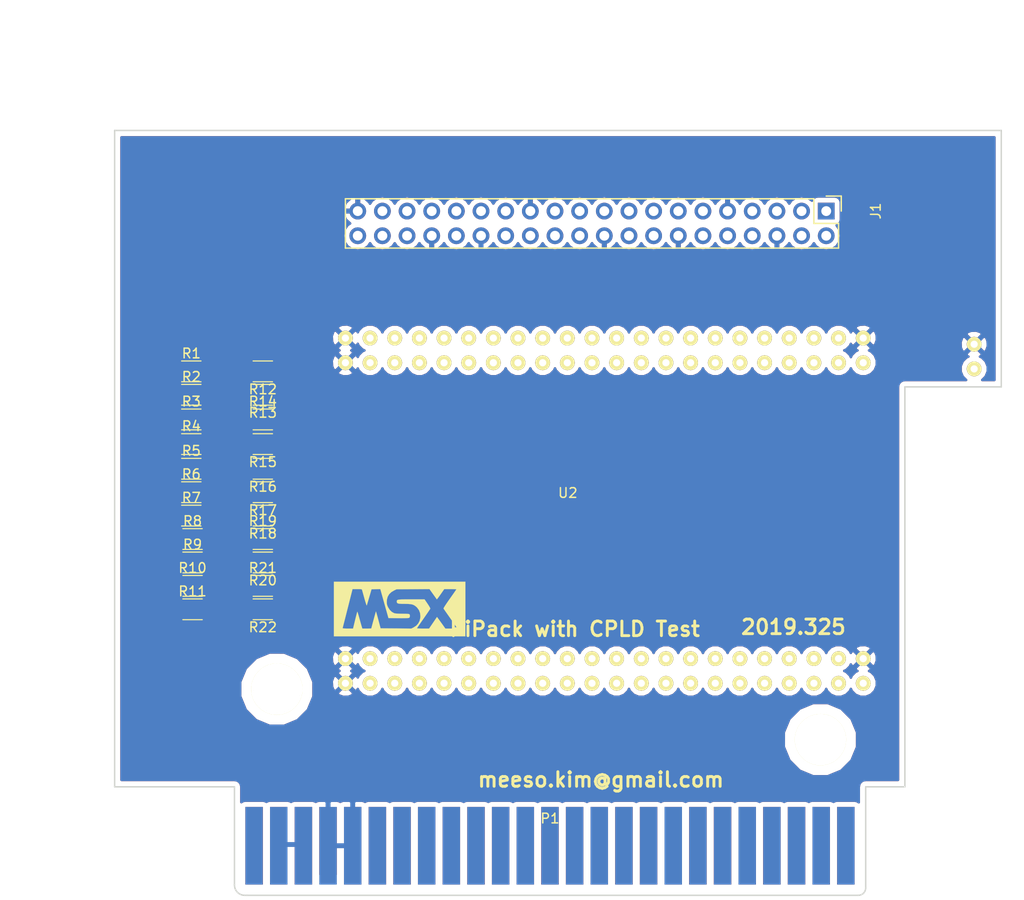
<source format=kicad_pcb>
(kicad_pcb (version 4) (host pcbnew 4.0.7)

  (general
    (links 123)
    (no_connects 105)
    (area 102.387999 34.924999 193.877001 113.867001)
    (thickness 1.6)
    (drawings 18)
    (tracks 9)
    (zones 0)
    (modules 26)
    (nets 102)
  )

  (page A4)
  (layers
    (0 F.Cu signal)
    (31 B.Cu signal)
    (32 B.Adhes user)
    (33 F.Adhes user)
    (34 B.Paste user)
    (35 F.Paste user)
    (36 B.SilkS user)
    (37 F.SilkS user)
    (38 B.Mask user)
    (39 F.Mask user)
    (40 Dwgs.User user)
    (41 Cmts.User user)
    (42 Eco1.User user)
    (43 Eco2.User user)
    (44 Edge.Cuts user)
    (45 Margin user)
    (46 B.CrtYd user)
    (47 F.CrtYd user)
    (48 B.Fab user)
    (49 F.Fab user)
  )

  (setup
    (last_trace_width 0.25)
    (trace_clearance 0.2)
    (zone_clearance 0.508)
    (zone_45_only no)
    (trace_min 0.2)
    (segment_width 0.2)
    (edge_width 0.15)
    (via_size 0.6)
    (via_drill 0.4)
    (via_min_size 0.4)
    (via_min_drill 0.3)
    (uvia_size 0.3)
    (uvia_drill 0.1)
    (uvias_allowed no)
    (uvia_min_size 0.2)
    (uvia_min_drill 0.1)
    (pcb_text_width 0.3)
    (pcb_text_size 1.5 1.5)
    (mod_edge_width 0.15)
    (mod_text_size 1 1)
    (mod_text_width 0.15)
    (pad_size 5.3 5.3)
    (pad_drill 5.3)
    (pad_to_mask_clearance 0.2)
    (aux_axis_origin 0 0)
    (visible_elements 7FFFFFFF)
    (pcbplotparams
      (layerselection 0x010f0_80000001)
      (usegerberextensions false)
      (excludeedgelayer true)
      (linewidth 0.100000)
      (plotframeref false)
      (viasonmask false)
      (mode 1)
      (useauxorigin false)
      (hpglpennumber 1)
      (hpglpenspeed 20)
      (hpglpendiameter 15)
      (hpglpenoverlay 2)
      (psnegative false)
      (psa4output false)
      (plotreference true)
      (plotvalue true)
      (plotinvisibletext false)
      (padsonsilk false)
      (subtractmaskfromsilk false)
      (outputformat 1)
      (mirror false)
      (drillshape 0)
      (scaleselection 1)
      (outputdirectory output))
  )

  (net 0 "")
  (net 1 GND)
  (net 2 "Net-(P1-Pad5)")
  (net 3 "Net-(P1-Pad16)")
  (net 4 "Net-(P1-Pad48)")
  (net 5 "Net-(P1-Pad50)")
  (net 6 /A10)
  (net 7 /A0)
  (net 8 /A1)
  (net 9 /A2)
  (net 10 /A3)
  (net 11 /A4)
  (net 12 /A5)
  (net 13 /A6)
  (net 14 /A7)
  (net 15 /A8)
  (net 16 /A9)
  (net 17 /A11)
  (net 18 /CS1)
  (net 19 /CS2)
  (net 20 /CS12)
  (net 21 /SLTSL)
  (net 22 /WAIT)
  (net 23 /INT)
  (net 24 /M1)
  (net 25 /BUSDIR)
  (net 26 /IORQ)
  (net 27 /MERQ)
  (net 28 /WR)
  (net 29 /RD)
  (net 30 /RESET)
  (net 31 /A15)
  (net 32 /A12)
  (net 33 /A14)
  (net 34 /A13)
  (net 35 /D1)
  (net 36 /D0)
  (net 37 /D3)
  (net 38 /D2)
  (net 39 /D5)
  (net 40 /D4)
  (net 41 /D7)
  (net 42 /D6)
  (net 43 /CLOCK)
  (net 44 /SW)
  (net 45 /RA10)
  (net 46 /RA8)
  (net 47 /RA9)
  (net 48 /RA11)
  (net 49 +5V)
  (net 50 /RD4)
  (net 51 /RA14)
  (net 52 /RD3)
  (net 53 /3V3)
  (net 54 /RD2)
  (net 55 /RFSH)
  (net 56 /SOUNDIN)
  (net 57 "Net-(R13-Pad2)")
  (net 58 /SND1)
  (net 59 "Net-(R14-Pad2)")
  (net 60 /SND2)
  (net 61 "Net-(R15-Pad2)")
  (net 62 /SND3)
  (net 63 "Net-(R16-Pad2)")
  (net 64 /SND4)
  (net 65 "Net-(R17-Pad2)")
  (net 66 /SND5)
  (net 67 "Net-(R18-Pad2)")
  (net 68 /SND6)
  (net 69 "Net-(R19-Pad2)")
  (net 70 /SND7)
  (net 71 "Net-(R20-Pad2)")
  (net 72 /SND8)
  (net 73 "Net-(R10-Pad1)")
  (net 74 /SND9)
  (net 75 /SND10)
  (net 76 "Net-(R1-Pad1)")
  (net 77 "Net-(U2-Pad41)")
  (net 78 "Net-(U2-Pad42)")
  (net 79 /RA15)
  (net 80 /RC17)
  (net 81 /RA18)
  (net 82 /RC27)
  (net 83 /RC22)
  (net 84 /RC23)
  (net 85 /RC24)
  (net 86 /RC25)
  (net 87 /RD7)
  (net 88 /RD1)
  (net 89 /RD0)
  (net 90 /RD5)
  (net 91 /RD6)
  (net 92 /RA12)
  (net 93 /RA13)
  (net 94 /RC19)
  (net 95 /RC16)
  (net 96 /RC26)
  (net 97 /RC20)
  (net 98 /RC21)
  (net 99 "Net-(U2-Pad75)")
  (net 100 /SND0)
  (net 101 /SDN0)

  (net_class Default "This is the default net class."
    (clearance 0.2)
    (trace_width 0.25)
    (via_dia 0.6)
    (via_drill 0.4)
    (uvia_dia 0.3)
    (uvia_drill 0.1)
    (add_net /3V3)
    (add_net /A0)
    (add_net /A1)
    (add_net /A10)
    (add_net /A11)
    (add_net /A12)
    (add_net /A13)
    (add_net /A14)
    (add_net /A15)
    (add_net /A2)
    (add_net /A3)
    (add_net /A4)
    (add_net /A5)
    (add_net /A6)
    (add_net /A7)
    (add_net /A8)
    (add_net /A9)
    (add_net /BUSDIR)
    (add_net /CLOCK)
    (add_net /CS1)
    (add_net /CS12)
    (add_net /CS2)
    (add_net /D0)
    (add_net /D1)
    (add_net /D2)
    (add_net /D3)
    (add_net /D4)
    (add_net /D5)
    (add_net /D6)
    (add_net /D7)
    (add_net /INT)
    (add_net /IORQ)
    (add_net /M1)
    (add_net /MERQ)
    (add_net /RA10)
    (add_net /RA11)
    (add_net /RA12)
    (add_net /RA13)
    (add_net /RA14)
    (add_net /RA15)
    (add_net /RA18)
    (add_net /RA8)
    (add_net /RA9)
    (add_net /RC16)
    (add_net /RC17)
    (add_net /RC19)
    (add_net /RC20)
    (add_net /RC21)
    (add_net /RC22)
    (add_net /RC23)
    (add_net /RC24)
    (add_net /RC25)
    (add_net /RC26)
    (add_net /RC27)
    (add_net /RD)
    (add_net /RD0)
    (add_net /RD1)
    (add_net /RD2)
    (add_net /RD3)
    (add_net /RD4)
    (add_net /RD5)
    (add_net /RD6)
    (add_net /RD7)
    (add_net /RESET)
    (add_net /RFSH)
    (add_net /SDN0)
    (add_net /SLTSL)
    (add_net /SND0)
    (add_net /SND1)
    (add_net /SND10)
    (add_net /SND2)
    (add_net /SND3)
    (add_net /SND4)
    (add_net /SND5)
    (add_net /SND6)
    (add_net /SND7)
    (add_net /SND8)
    (add_net /SND9)
    (add_net /SOUNDIN)
    (add_net /SW)
    (add_net /WAIT)
    (add_net /WR)
    (add_net GND)
    (add_net "Net-(P1-Pad16)")
    (add_net "Net-(P1-Pad48)")
    (add_net "Net-(P1-Pad5)")
    (add_net "Net-(P1-Pad50)")
    (add_net "Net-(R1-Pad1)")
    (add_net "Net-(R10-Pad1)")
    (add_net "Net-(R13-Pad2)")
    (add_net "Net-(R14-Pad2)")
    (add_net "Net-(R15-Pad2)")
    (add_net "Net-(R16-Pad2)")
    (add_net "Net-(R17-Pad2)")
    (add_net "Net-(R18-Pad2)")
    (add_net "Net-(R19-Pad2)")
    (add_net "Net-(R20-Pad2)")
    (add_net "Net-(U2-Pad41)")
    (add_net "Net-(U2-Pad42)")
    (add_net "Net-(U2-Pad75)")
  )

  (net_class 3V3 ""
    (clearance 0.2)
    (trace_width 0.3)
    (via_dia 0.6)
    (via_drill 0.4)
    (uvia_dia 0.3)
    (uvia_drill 0.1)
  )

  (net_class 5V ""
    (clearance 0.2)
    (trace_width 0.5)
    (via_dia 0.6)
    (via_drill 0.4)
    (uvia_dia 0.3)
    (uvia_drill 0.1)
    (add_net +5V)
  )

  (module msxlib:card_edge_connector (layer F.Cu) (tedit 58667C08) (tstamp 5860D81F)
    (at 146.05 105.537)
    (path /5860ACAC)
    (fp_text reference P1 (at 1.25984 0.33744) (layer F.SilkS)
      (effects (font (size 1 1) (thickness 0.15)))
    )
    (fp_text value MSX_SLOT (at 1.25984 -0.66256) (layer F.Fab)
      (effects (font (size 1 1) (thickness 0.15)))
    )
    (fp_arc (start -30.268375 7.356852) (end -31.268375 7.356852) (angle -90.00000001) (layer Dwgs.User) (width 0.1))
    (fp_arc (start 32.846865 7.356852) (end 32.846865 8.356852) (angle -90) (layer Dwgs.User) (width 0.1))
    (fp_circle (center -26.873455 -12.985388) (end -25.523455 -12.985388) (layer Dwgs.User) (width 0.1))
    (fp_circle (center 29.126545 -7.785388) (end 30.476545 -7.785388) (layer Dwgs.User) (width 0.1))
    (fp_circle (center -26.873455 -12.985388) (end -24.623455 -12.985388) (layer Dwgs.User) (width 0.1))
    (fp_circle (center 29.126545 -7.785388) (end 31.376545 -7.785388) (layer Dwgs.User) (width 0.1))
    (fp_line (start 47.626545 -2.785388) (end 47.626545 -56.985388) (layer Dwgs.User) (width 0.1))
    (fp_line (start 33.836705 7.262872) (end 33.836705 -2.737128) (layer Dwgs.User) (width 0.1))
    (fp_line (start 47.626545 -56.985388) (end -55.073455 -56.985388) (layer Dwgs.User) (width 0.1))
    (fp_line (start -55.073455 -13.785388) (end -43.573455 -13.785388) (layer Dwgs.User) (width 0.1))
    (fp_line (start 33.826545 -2.785388) (end 47.626545 -2.785388) (layer Dwgs.User) (width 0.1))
    (fp_line (start -43.573455 -2.785388) (end -31.273455 -2.785388) (layer Dwgs.User) (width 0.1))
    (fp_line (start -31.268375 -2.724428) (end -31.268375 7.275572) (layer Dwgs.User) (width 0.1))
    (fp_line (start -30.253135 8.356852) (end 32.846865 8.356852) (layer Dwgs.User) (width 0.1))
    (fp_line (start -43.573455 -13.785388) (end -43.573455 -2.785388) (layer Dwgs.User) (width 0.1))
    (fp_line (start -55.073455 -56.985388) (end -55.073455 -13.785388) (layer Dwgs.User) (width 0.1))
    (fp_line (start -55.073455 -56.985388) (end -55.073455 -13.785388) (layer Dwgs.User) (width 0.1))
    (fp_line (start -43.573455 -13.785388) (end -43.573455 -2.785388) (layer Dwgs.User) (width 0.1))
    (fp_line (start -30.253135 8.356852) (end 32.846865 8.356852) (layer Dwgs.User) (width 0.1))
    (fp_line (start -31.273455 -2.785388) (end -31.273455 7.214612) (layer Dwgs.User) (width 0.1))
    (fp_line (start -43.573455 -2.785388) (end -31.273455 -2.785388) (layer Dwgs.User) (width 0.1))
    (fp_line (start 33.826545 -2.785388) (end 47.626545 -2.785388) (layer Dwgs.User) (width 0.1))
    (fp_line (start -55.073455 -13.785388) (end -43.573455 -13.785388) (layer Dwgs.User) (width 0.1))
    (fp_line (start 47.626545 -56.985388) (end -55.073455 -56.985388) (layer Dwgs.User) (width 0.1))
    (fp_line (start 47.626545 -2.785388) (end 47.626545 -56.985388) (layer Dwgs.User) (width 0.1))
    (fp_circle (center 29.126545 -7.785388) (end 31.376545 -7.785388) (layer Dwgs.User) (width 0.1))
    (fp_circle (center -26.873455 -12.985388) (end -24.623455 -12.985388) (layer Dwgs.User) (width 0.1))
    (fp_circle (center 29.126545 -7.785388) (end 30.476545 -7.785388) (layer Dwgs.User) (width 0.1))
    (fp_circle (center -26.873455 -12.985388) (end -25.523455 -12.985388) (layer Dwgs.User) (width 0.1))
    (fp_arc (start 32.846865 7.356852) (end 32.846865 8.356852) (angle -90) (layer Dwgs.User) (width 0.1))
    (pad "" np_thru_hole circle (at 29.12364 -7.78256) (size 5.3 5.3) (drill 5.3) (layers *.Cu *.Mask F.SilkS)
      (clearance 1))
    (pad 1 connect rect (at 31.73984 3.14744) (size 1.8 8) (layers B.Cu B.Mask)
      (net 18 /CS1))
    (pad 2 connect rect (at 31.73984 3.14744) (size 1.8 8) (layers F.Cu F.Mask)
      (net 19 /CS2))
    (pad 3 connect rect (at 29.19984 3.14744) (size 1.8 8) (layers B.Cu B.Mask)
      (net 20 /CS12))
    (pad 4 connect rect (at 29.19984 3.14744) (size 1.8 8) (layers F.Cu F.Mask)
      (net 21 /SLTSL))
    (pad 5 connect rect (at 26.65984 3.14744) (size 1.8 8) (layers B.Cu B.Mask)
      (net 2 "Net-(P1-Pad5)"))
    (pad 6 connect rect (at 26.65984 3.14744) (size 1.8 8) (layers F.Cu F.Mask)
      (net 55 /RFSH))
    (pad 7 connect rect (at 24.11984 3.14744) (size 1.8 8) (layers B.Cu B.Mask)
      (net 22 /WAIT))
    (pad 8 connect rect (at 24.11984 3.14744) (size 1.8 8) (layers F.Cu F.Mask)
      (net 23 /INT))
    (pad 9 connect rect (at 21.57984 3.14744) (size 1.8 8) (layers B.Cu B.Mask)
      (net 24 /M1))
    (pad 10 connect rect (at 21.57984 3.14744) (size 1.8 8) (layers F.Cu F.Mask)
      (net 25 /BUSDIR))
    (pad 11 connect rect (at 19.03984 3.14744) (size 1.8 8) (layers B.Cu B.Mask)
      (net 26 /IORQ))
    (pad 12 connect rect (at 19.03984 3.14744) (size 1.8 8) (layers F.Cu F.Mask)
      (net 27 /MERQ))
    (pad 13 connect rect (at 16.49984 3.14744) (size 1.8 8) (layers B.Cu B.Mask)
      (net 28 /WR))
    (pad 14 connect rect (at 16.49984 3.14744) (size 1.8 8) (layers F.Cu F.Mask)
      (net 29 /RD))
    (pad 15 connect rect (at 13.95984 3.14744) (size 1.8 8) (layers B.Cu B.Mask)
      (net 30 /RESET))
    (pad 16 connect rect (at 13.95984 3.14744) (size 1.8 8) (layers F.Cu F.Mask)
      (net 3 "Net-(P1-Pad16)"))
    (pad 17 connect rect (at 11.41984 3.14744) (size 1.8 8) (layers B.Cu B.Mask)
      (net 16 /A9))
    (pad 18 connect rect (at 11.41984 3.14744) (size 1.8 8) (layers F.Cu F.Mask)
      (net 31 /A15))
    (pad 19 connect rect (at 8.87984 3.14744) (size 1.8 8) (layers B.Cu B.Mask)
      (net 17 /A11))
    (pad 20 connect rect (at 8.87984 3.14744) (size 1.8 8) (layers F.Cu F.Mask)
      (net 6 /A10))
    (pad 21 connect rect (at 6.33984 3.14744) (size 1.8 8) (layers B.Cu B.Mask)
      (net 14 /A7))
    (pad 22 connect rect (at 6.33984 3.14744) (size 1.8 8) (layers F.Cu F.Mask)
      (net 13 /A6))
    (pad 23 connect rect (at 3.79984 3.14744) (size 1.8 8) (layers B.Cu B.Mask)
      (net 32 /A12))
    (pad 24 connect rect (at 3.79984 3.14744) (size 1.8 8) (layers F.Cu F.Mask)
      (net 15 /A8))
    (pad 25 connect rect (at 1.25984 3.14744) (size 1.8 8) (layers B.Cu B.Mask)
      (net 33 /A14))
    (pad 26 connect rect (at 1.25984 3.14744) (size 1.8 8) (layers F.Cu F.Mask)
      (net 34 /A13))
    (pad 27 connect rect (at -1.28016 3.14744) (size 1.8 8) (layers B.Cu B.Mask)
      (net 8 /A1))
    (pad 28 connect rect (at -1.28016 3.14744) (size 1.8 8) (layers F.Cu F.Mask)
      (net 7 /A0))
    (pad 29 connect rect (at -3.82016 3.14744) (size 1.8 8) (layers B.Cu B.Mask)
      (net 10 /A3))
    (pad 30 connect rect (at -3.82016 3.14744) (size 1.8 8) (layers F.Cu F.Mask)
      (net 9 /A2))
    (pad 31 connect rect (at -6.36016 3.14744) (size 1.8 8) (layers B.Cu B.Mask)
      (net 12 /A5))
    (pad 32 connect rect (at -6.36016 3.14744) (size 1.8 8) (layers F.Cu F.Mask)
      (net 11 /A4))
    (pad 33 connect rect (at -8.90016 3.14744) (size 1.8 8) (layers B.Cu B.Mask)
      (net 35 /D1))
    (pad 34 connect rect (at -8.90016 3.14744) (size 1.8 8) (layers F.Cu F.Mask)
      (net 36 /D0))
    (pad 35 connect rect (at -11.44016 3.14744) (size 1.8 8) (layers B.Cu B.Mask)
      (net 37 /D3))
    (pad 36 connect rect (at -11.44016 3.14744) (size 1.8 8) (layers F.Cu F.Mask)
      (net 38 /D2))
    (pad 37 connect rect (at -13.98016 3.14744) (size 1.8 8) (layers B.Cu B.Mask)
      (net 39 /D5))
    (pad 38 connect rect (at -13.98016 3.14744) (size 1.8 8) (layers F.Cu F.Mask)
      (net 40 /D4))
    (pad 39 connect rect (at -16.52016 3.14744) (size 1.8 8) (layers B.Cu B.Mask)
      (net 41 /D7))
    (pad 40 connect rect (at -16.52016 3.14744) (size 1.8 8) (layers F.Cu F.Mask)
      (net 42 /D6))
    (pad 41 connect rect (at -19.06016 3.14744) (size 1.8 8) (layers B.Cu B.Mask)
      (net 1 GND))
    (pad 42 connect rect (at -19.06016 3.14744) (size 1.8 8) (layers F.Cu F.Mask)
      (net 43 /CLOCK))
    (pad 43 connect rect (at -21.60016 3.14744) (size 1.8 8) (layers B.Cu B.Mask)
      (net 1 GND))
    (pad 44 connect rect (at -21.60524 2.65468) (size 1.8 7) (layers F.Cu F.Mask)
      (net 44 /SW))
    (pad 45 connect rect (at -24.14016 3.14744) (size 1.8 8) (layers B.Cu B.Mask)
      (net 49 +5V))
    (pad 46 connect rect (at -24.14016 3.14744) (size 1.8 8) (layers F.Cu F.Mask)
      (net 44 /SW))
    (pad 47 connect rect (at -26.68016 3.14744) (size 1.8 8) (layers B.Cu B.Mask)
      (net 49 +5V))
    (pad 48 connect rect (at -26.68016 3.14744) (size 1.8 8) (layers F.Cu F.Mask)
      (net 4 "Net-(P1-Pad48)"))
    (pad 49 connect rect (at -29.22016 3.14744) (size 1.8 8) (layers B.Cu B.Mask)
      (net 56 /SOUNDIN))
    (pad 50 connect rect (at -29.22016 3.14744) (size 1.8 8) (layers F.Cu F.Mask)
      (net 5 "Net-(P1-Pad50)"))
    (pad "" np_thru_hole circle (at -26.87574 -12.98448) (size 5.3 5.3) (drill 5.3) (layers *.Cu *.Mask F.SilkS)
      (clearance 1))
  )

  (module msxlib:emp270_board (layer F.Cu) (tedit 586699A8) (tstamp 5860D8E0)
    (at 154.178 71.628 180)
    (path /5860ADE4)
    (fp_text reference U2 (at 5.0292 -0.7112 180) (layer F.SilkS)
      (effects (font (size 1 1) (thickness 0.15)))
    )
    (fp_text value CPLD (at 1.27 -5.08 180) (layer F.Fab)
      (effects (font (size 1 1) (thickness 0.15)))
    )
    (fp_line (start -38.1 -21.59) (end -38.1 -25.4) (layer Dwgs.User) (width 0.15))
    (fp_line (start -38.1 -25.4) (end -31.75 -25.4) (layer Dwgs.User) (width 0.15))
    (fp_line (start -31.75 -25.4) (end -31.75 -21.59) (layer Dwgs.User) (width 0.15))
    (fp_line (start -38.1 5.08) (end -41.91 5.08) (layer Dwgs.User) (width 0.15))
    (fp_line (start -41.91 5.08) (end -41.91 -2.54) (layer Dwgs.User) (width 0.15))
    (fp_line (start -41.91 -2.54) (end -38.1 -2.54) (layer Dwgs.User) (width 0.15))
    (fp_line (start -38.1 -21.59) (end -38.1 16.51) (layer Dwgs.User) (width 0.15))
    (fp_line (start -38.1 16.51) (end 31.75 16.51) (layer Dwgs.User) (width 0.15))
    (fp_line (start 31.75 16.51) (end 31.75 -21.59) (layer Dwgs.User) (width 0.15))
    (fp_line (start 31.75 -21.59) (end -38.1 -21.59) (layer Dwgs.User) (width 0.15))
    (fp_line (start 0 -17.78) (end 0 12.7) (layer Dwgs.User) (width 0.15))
    (pad 1 thru_hole circle (at 27.94 -20.32 180) (size 1.524 1.524) (drill 0.74) (layers *.Cu *.Mask F.SilkS)
      (net 1 GND))
    (pad 2 thru_hole circle (at 27.94 -17.78 180) (size 1.524 1.524) (drill 0.74) (layers *.Cu *.Mask F.SilkS)
      (net 1 GND))
    (pad 3 thru_hole circle (at 25.4 -20.32 180) (size 1.524 1.524) (drill 0.74) (layers *.Cu *.Mask F.SilkS)
      (net 53 /3V3))
    (pad 4 thru_hole circle (at 25.4 -17.78 180) (size 1.524 1.524) (drill 0.74) (layers *.Cu *.Mask F.SilkS)
      (net 30 /RESET))
    (pad 5 thru_hole circle (at 22.86 -20.32 180) (size 1.524 1.524) (drill 0.74) (layers *.Cu *.Mask F.SilkS)
      (net 43 /CLOCK))
    (pad 6 thru_hole circle (at 22.86 -17.78 180) (size 1.524 1.524) (drill 0.74) (layers *.Cu *.Mask F.SilkS)
      (net 42 /D6))
    (pad 7 thru_hole circle (at 20.32 -20.32 180) (size 1.524 1.524) (drill 0.74) (layers *.Cu *.Mask F.SilkS)
      (net 41 /D7))
    (pad 8 thru_hole circle (at 20.32 -17.78 180) (size 1.524 1.524) (drill 0.74) (layers *.Cu *.Mask F.SilkS)
      (net 40 /D4))
    (pad 9 thru_hole circle (at 17.78 -20.32 180) (size 1.524 1.524) (drill 0.74) (layers *.Cu *.Mask F.SilkS)
      (net 39 /D5))
    (pad 10 thru_hole circle (at 17.78 -17.78 180) (size 1.524 1.524) (drill 0.74) (layers *.Cu *.Mask F.SilkS)
      (net 38 /D2))
    (pad 11 thru_hole circle (at 15.24 -20.32 180) (size 1.524 1.524) (drill 0.74) (layers *.Cu *.Mask F.SilkS)
      (net 37 /D3))
    (pad 12 thru_hole circle (at 15.24 -17.78 180) (size 1.524 1.524) (drill 0.74) (layers *.Cu *.Mask F.SilkS)
      (net 36 /D0))
    (pad 13 thru_hole circle (at 12.7 -20.32 180) (size 1.524 1.524) (drill 0.74) (layers *.Cu *.Mask F.SilkS)
      (net 35 /D1))
    (pad 14 thru_hole circle (at 12.7 -17.78 180) (size 1.524 1.524) (drill 0.74) (layers *.Cu *.Mask F.SilkS)
      (net 11 /A4))
    (pad 15 thru_hole circle (at 10.16 -20.32 180) (size 1.524 1.524) (drill 0.74) (layers *.Cu *.Mask F.SilkS)
      (net 12 /A5))
    (pad 16 thru_hole circle (at 10.16 -17.78 180) (size 1.524 1.524) (drill 0.74) (layers *.Cu *.Mask F.SilkS)
      (net 9 /A2))
    (pad 17 thru_hole circle (at 7.62 -20.32 180) (size 1.524 1.524) (drill 0.74) (layers *.Cu *.Mask F.SilkS)
      (net 10 /A3))
    (pad 18 thru_hole circle (at 7.62 -17.78 180) (size 1.524 1.524) (drill 0.74) (layers *.Cu *.Mask F.SilkS)
      (net 7 /A0))
    (pad 19 thru_hole circle (at 5.08 -20.32 180) (size 1.524 1.524) (drill 0.74) (layers *.Cu *.Mask F.SilkS)
      (net 8 /A1))
    (pad 20 thru_hole circle (at 5.08 -17.78 180) (size 1.524 1.524) (drill 0.74) (layers *.Cu *.Mask F.SilkS)
      (net 34 /A13))
    (pad 21 thru_hole circle (at 2.54 -20.32 180) (size 1.524 1.524) (drill 0.74) (layers *.Cu *.Mask F.SilkS)
      (net 33 /A14))
    (pad 22 thru_hole circle (at 2.54 -17.78 180) (size 1.524 1.524) (drill 0.74) (layers *.Cu *.Mask F.SilkS)
      (net 15 /A8))
    (pad 23 thru_hole circle (at 0 -20.32 180) (size 1.524 1.524) (drill 0.74) (layers *.Cu *.Mask F.SilkS)
      (net 32 /A12))
    (pad 24 thru_hole circle (at 0 -17.78 180) (size 1.524 1.524) (drill 0.74) (layers *.Cu *.Mask F.SilkS)
      (net 13 /A6))
    (pad 25 thru_hole circle (at -2.54 -20.32 180) (size 1.524 1.524) (drill 0.74) (layers *.Cu *.Mask F.SilkS)
      (net 14 /A7))
    (pad 26 thru_hole circle (at -2.54 -17.78 180) (size 1.524 1.524) (drill 0.74) (layers *.Cu *.Mask F.SilkS)
      (net 6 /A10))
    (pad 27 thru_hole circle (at -5.08 -20.32 180) (size 1.524 1.524) (drill 0.74) (layers *.Cu *.Mask F.SilkS)
      (net 17 /A11))
    (pad 28 thru_hole circle (at -5.08 -17.78 180) (size 1.524 1.524) (drill 0.74) (layers *.Cu *.Mask F.SilkS)
      (net 31 /A15))
    (pad 29 thru_hole circle (at -7.62 -20.32 180) (size 1.524 1.524) (drill 0.74) (layers *.Cu *.Mask F.SilkS)
      (net 16 /A9))
    (pad 30 thru_hole circle (at -7.62 -17.78 180) (size 1.524 1.524) (drill 0.74) (layers *.Cu *.Mask F.SilkS)
      (net 30 /RESET))
    (pad 31 thru_hole circle (at -10.16 -20.32 180) (size 1.524 1.524) (drill 0.74) (layers *.Cu *.Mask F.SilkS)
      (net 29 /RD))
    (pad 32 thru_hole circle (at -10.16 -17.78 180) (size 1.524 1.524) (drill 0.74) (layers *.Cu *.Mask F.SilkS)
      (net 28 /WR))
    (pad 33 thru_hole circle (at -12.7 -20.32 180) (size 1.524 1.524) (drill 0.74) (layers *.Cu *.Mask F.SilkS)
      (net 27 /MERQ))
    (pad 34 thru_hole circle (at -12.7 -17.78 180) (size 1.524 1.524) (drill 0.74) (layers *.Cu *.Mask F.SilkS)
      (net 26 /IORQ))
    (pad 35 thru_hole circle (at -15.24 -20.32 180) (size 1.524 1.524) (drill 0.74) (layers *.Cu *.Mask F.SilkS)
      (net 25 /BUSDIR))
    (pad 36 thru_hole circle (at -15.24 -17.78 180) (size 1.524 1.524) (drill 0.74) (layers *.Cu *.Mask F.SilkS)
      (net 24 /M1))
    (pad 37 thru_hole circle (at -17.78 -20.32 180) (size 1.524 1.524) (drill 0.74) (layers *.Cu *.Mask F.SilkS)
      (net 23 /INT))
    (pad 38 thru_hole circle (at -17.78 -17.78 180) (size 1.524 1.524) (drill 0.74) (layers *.Cu *.Mask F.SilkS)
      (net 22 /WAIT))
    (pad 39 thru_hole circle (at -20.32 -20.32 180) (size 1.524 1.524) (drill 0.74) (layers *.Cu *.Mask F.SilkS)
      (net 55 /RFSH))
    (pad 40 thru_hole circle (at -20.32 -17.78 180) (size 1.524 1.524) (drill 0.74) (layers *.Cu *.Mask F.SilkS)
      (net 21 /SLTSL))
    (pad 41 thru_hole circle (at -22.86 -20.32 180) (size 1.524 1.524) (drill 0.74) (layers *.Cu *.Mask F.SilkS)
      (net 77 "Net-(U2-Pad41)"))
    (pad 42 thru_hole circle (at -22.86 -17.78 180) (size 1.524 1.524) (drill 0.74) (layers *.Cu *.Mask F.SilkS)
      (net 78 "Net-(U2-Pad42)"))
    (pad 43 thru_hole circle (at -25.4 -20.32 180) (size 1.524 1.524) (drill 0.74) (layers *.Cu *.Mask F.SilkS)
      (net 53 /3V3))
    (pad 44 thru_hole circle (at -25.4 -17.78 180) (size 1.524 1.524) (drill 0.74) (layers *.Cu *.Mask F.SilkS)
      (net 1 GND))
    (pad 45 thru_hole circle (at -25.4 15.24 180) (size 1.524 1.524) (drill 0.74) (layers *.Cu *.Mask F.SilkS)
      (net 1 GND))
    (pad 46 thru_hole circle (at -25.4 12.7 180) (size 1.524 1.524) (drill 0.74) (layers *.Cu *.Mask F.SilkS)
      (net 53 /3V3))
    (pad 47 thru_hole circle (at -22.86 15.24 180) (size 1.524 1.524) (drill 0.74) (layers *.Cu *.Mask F.SilkS)
      (net 54 /RD2))
    (pad 48 thru_hole circle (at -22.86 12.7 180) (size 1.524 1.524) (drill 0.74) (layers *.Cu *.Mask F.SilkS)
      (net 52 /RD3))
    (pad 49 thru_hole circle (at -20.32 15.24 180) (size 1.524 1.524) (drill 0.74) (layers *.Cu *.Mask F.SilkS)
      (net 51 /RA14))
    (pad 50 thru_hole circle (at -20.32 12.7 180) (size 1.524 1.524) (drill 0.74) (layers *.Cu *.Mask F.SilkS)
      (net 50 /RD4))
    (pad 51 thru_hole circle (at -17.78 15.24 180) (size 1.524 1.524) (drill 0.74) (layers *.Cu *.Mask F.SilkS)
      (net 79 /RA15))
    (pad 52 thru_hole circle (at -17.78 12.7 180) (size 1.524 1.524) (drill 0.74) (layers *.Cu *.Mask F.SilkS)
      (net 80 /RC17))
    (pad 53 thru_hole circle (at -15.24 15.24 180) (size 1.524 1.524) (drill 0.74) (layers *.Cu *.Mask F.SilkS)
      (net 81 /RA18))
    (pad 54 thru_hole circle (at -15.24 12.7 180) (size 1.524 1.524) (drill 0.74) (layers *.Cu *.Mask F.SilkS)
      (net 82 /RC27))
    (pad 55 thru_hole circle (at -12.7 15.24 180) (size 1.524 1.524) (drill 0.74) (layers *.Cu *.Mask F.SilkS)
      (net 83 /RC22))
    (pad 56 thru_hole circle (at -12.7 12.7 180) (size 1.524 1.524) (drill 0.74) (layers *.Cu *.Mask F.SilkS)
      (net 84 /RC23))
    (pad 57 thru_hole circle (at -10.16 15.24 180) (size 1.524 1.524) (drill 0.74) (layers *.Cu *.Mask F.SilkS)
      (net 85 /RC24))
    (pad 58 thru_hole circle (at -10.16 12.7 180) (size 1.524 1.524) (drill 0.74) (layers *.Cu *.Mask F.SilkS)
      (net 45 /RA10))
    (pad 59 thru_hole circle (at -7.62 15.24 180) (size 1.524 1.524) (drill 0.74) (layers *.Cu *.Mask F.SilkS)
      (net 47 /RA9))
    (pad 60 thru_hole circle (at -7.62 12.7 180) (size 1.524 1.524) (drill 0.74) (layers *.Cu *.Mask F.SilkS)
      (net 86 /RC25))
    (pad 61 thru_hole circle (at -5.08 15.24 180) (size 1.524 1.524) (drill 0.74) (layers *.Cu *.Mask F.SilkS)
      (net 48 /RA11))
    (pad 62 thru_hole circle (at -5.08 12.7 180) (size 1.524 1.524) (drill 0.74) (layers *.Cu *.Mask F.SilkS)
      (net 46 /RA8))
    (pad 63 thru_hole circle (at -2.54 15.24 180) (size 1.524 1.524) (drill 0.74) (layers *.Cu *.Mask F.SilkS)
      (net 87 /RD7))
    (pad 64 thru_hole circle (at -2.54 12.7 180) (size 1.524 1.524) (drill 0.74) (layers *.Cu *.Mask F.SilkS)
      (net 88 /RD1))
    (pad 65 thru_hole circle (at 0 15.24 180) (size 1.524 1.524) (drill 0.74) (layers *.Cu *.Mask F.SilkS)
      (net 89 /RD0))
    (pad 66 thru_hole circle (at 0 12.7 180) (size 1.524 1.524) (drill 0.74) (layers *.Cu *.Mask F.SilkS)
      (net 90 /RD5))
    (pad 67 thru_hole circle (at 2.54 15.24 180) (size 1.524 1.524) (drill 0.74) (layers *.Cu *.Mask F.SilkS)
      (net 91 /RD6))
    (pad 68 thru_hole circle (at 2.54 12.7 180) (size 1.524 1.524) (drill 0.74) (layers *.Cu *.Mask F.SilkS)
      (net 92 /RA12))
    (pad 69 thru_hole circle (at 5.08 15.24 180) (size 1.524 1.524) (drill 0.74) (layers *.Cu *.Mask F.SilkS)
      (net 93 /RA13))
    (pad 70 thru_hole circle (at 5.08 12.7 180) (size 1.524 1.524) (drill 0.74) (layers *.Cu *.Mask F.SilkS)
      (net 94 /RC19))
    (pad 71 thru_hole circle (at 7.62 15.24 180) (size 1.524 1.524) (drill 0.74) (layers *.Cu *.Mask F.SilkS)
      (net 95 /RC16))
    (pad 72 thru_hole circle (at 7.62 12.7 180) (size 1.524 1.524) (drill 0.74) (layers *.Cu *.Mask F.SilkS)
      (net 96 /RC26))
    (pad 73 thru_hole circle (at 10.16 15.24 180) (size 1.524 1.524) (drill 0.74) (layers *.Cu *.Mask F.SilkS)
      (net 97 /RC20))
    (pad 74 thru_hole circle (at 10.16 12.7 180) (size 1.524 1.524) (drill 0.74) (layers *.Cu *.Mask F.SilkS)
      (net 98 /RC21))
    (pad 75 thru_hole circle (at 12.7 15.24 180) (size 1.524 1.524) (drill 0.74) (layers *.Cu *.Mask F.SilkS)
      (net 99 "Net-(U2-Pad75)"))
    (pad 76 thru_hole circle (at 12.7 12.7 180) (size 1.524 1.524) (drill 0.74) (layers *.Cu *.Mask F.SilkS)
      (net 75 /SND10))
    (pad 77 thru_hole circle (at 15.24 15.24 180) (size 1.524 1.524) (drill 0.74) (layers *.Cu *.Mask F.SilkS)
      (net 74 /SND9))
    (pad 78 thru_hole circle (at 15.24 12.7 180) (size 1.524 1.524) (drill 0.74) (layers *.Cu *.Mask F.SilkS)
      (net 72 /SND8))
    (pad 79 thru_hole circle (at 17.78 15.24 180) (size 1.524 1.524) (drill 0.74) (layers *.Cu *.Mask F.SilkS)
      (net 70 /SND7))
    (pad 80 thru_hole circle (at 17.78 12.7 180) (size 1.524 1.524) (drill 0.74) (layers *.Cu *.Mask F.SilkS)
      (net 68 /SND6))
    (pad 81 thru_hole circle (at 20.32 15.24 180) (size 1.524 1.524) (drill 0.74) (layers *.Cu *.Mask F.SilkS)
      (net 66 /SND5))
    (pad 82 thru_hole circle (at 20.32 12.7 180) (size 1.524 1.524) (drill 0.74) (layers *.Cu *.Mask F.SilkS)
      (net 64 /SND4))
    (pad 83 thru_hole circle (at 22.86 15.24 180) (size 1.524 1.524) (drill 0.74) (layers *.Cu *.Mask F.SilkS)
      (net 62 /SND3))
    (pad 84 thru_hole circle (at 22.86 12.7 180) (size 1.524 1.524) (drill 0.74) (layers *.Cu *.Mask F.SilkS)
      (net 60 /SND2))
    (pad 85 thru_hole circle (at 25.4 15.24 180) (size 1.524 1.524) (drill 0.74) (layers *.Cu *.Mask F.SilkS)
      (net 58 /SND1))
    (pad 86 thru_hole circle (at 25.4 12.7 180) (size 1.524 1.524) (drill 0.74) (layers *.Cu *.Mask F.SilkS)
      (net 100 /SND0))
    (pad 87 thru_hole circle (at 27.94 15.24 180) (size 1.524 1.524) (drill 0.74) (layers *.Cu *.Mask F.SilkS)
      (net 1 GND))
    (pad 88 thru_hole circle (at 27.94 12.7 180) (size 1.524 1.524) (drill 0.74) (layers *.Cu *.Mask F.SilkS)
      (net 1 GND))
    (pad 90 thru_hole circle (at -36.83 14.605 180) (size 1.524 1.524) (drill 0.74) (layers *.Cu *.Mask F.SilkS)
      (net 1 GND))
    (pad 89 thru_hole circle (at -36.83 12.065 180) (size 1.524 1.524) (drill 0.74) (layers *.Cu *.Mask F.SilkS)
      (net 49 +5V))
  )

  (module msxlib:LOGO (layer F.Cu) (tedit 0) (tstamp 586695DA)
    (at 131.826 84.2772)
    (fp_text reference G*** (at 0 0) (layer F.SilkS) hide
      (effects (font (thickness 0.3)))
    )
    (fp_text value LOGO (at 0.75 0) (layer F.SilkS) hide
      (effects (font (thickness 0.3)))
    )
    (fp_poly (pts (xy 6.773333 2.836333) (xy -6.773333 2.836333) (xy -6.773333 1.979083) (xy -5.874459 1.979083)
      (xy -5.862668 2.001782) (xy -5.801692 2.017402) (xy -5.681645 2.026934) (xy -5.492641 2.03137)
      (xy -5.347066 2.032) (xy -4.80074 2.032) (xy -4.59112 1.164735) (xy -4.527932 0.907411)
      (xy -4.470285 0.680382) (xy -4.421392 0.495679) (xy -4.384464 0.365335) (xy -4.362715 0.301384)
      (xy -4.359414 0.296901) (xy -4.341097 0.335226) (xy -4.305436 0.441124) (xy -4.256864 0.60035)
      (xy -4.199816 0.79866) (xy -4.171812 0.899583) (xy -4.105382 1.140056) (xy -4.039347 1.376238)
      (xy -3.980435 1.584248) (xy -3.935374 1.740206) (xy -3.927314 1.767416) (xy -3.848333 2.032)
      (xy -3.384667 2.032) (xy -3.197959 2.031098) (xy -3.04718 2.028656) (xy -2.949458 2.025062)
      (xy -2.920904 2.021416) (xy -2.910295 1.974127) (xy -2.881281 1.860703) (xy -2.837831 1.695751)
      (xy -2.783911 1.493878) (xy -2.723489 1.269692) (xy -2.660533 1.037798) (xy -2.599009 0.812805)
      (xy -2.542886 0.609319) (xy -2.496131 0.441948) (xy -2.462711 0.325298) (xy -2.446594 0.273976)
      (xy -2.44598 0.272868) (xy -2.431166 0.30722) (xy -2.398307 0.411913) (xy -2.350744 0.575368)
      (xy -2.291815 0.786004) (xy -2.224859 1.032241) (xy -2.197613 1.134214) (xy -1.964519 2.010833)
      (xy -0.38051 2.021941) (xy 1.203498 2.033048) (xy 1.423462 1.92543) (xy 1.698523 1.74676)
      (xy 1.910747 1.514062) (xy 2.055639 1.234663) (xy 2.128707 0.915887) (xy 2.136957 0.762)
      (xy 2.100164 0.429897) (xy 1.987724 0.135766) (xy 1.799451 -0.120813) (xy 1.709775 -0.206982)
      (xy 1.576468 -0.313603) (xy 1.442811 -0.392365) (xy 1.29286 -0.447215) (xy 1.110673 -0.482095)
      (xy 0.880307 -0.500952) (xy 0.585819 -0.50773) (xy 0.493209 -0.508001) (xy 0.213698 -0.510745)
      (xy 0.007907 -0.52114) (xy -0.134997 -0.542429) (xy -0.225845 -0.577854) (xy -0.275471 -0.630659)
      (xy -0.294706 -0.704086) (xy -0.296334 -0.744371) (xy -0.294358 -0.804887) (xy -0.282955 -0.853694)
      (xy -0.253906 -0.892051) (xy -0.198994 -0.921217) (xy -0.110002 -0.942449) (xy 0.021288 -0.957007)
      (xy 0.203092 -0.966149) (xy 0.443628 -0.971134) (xy 0.751114 -0.973219) (xy 1.133765 -0.973664)
      (xy 1.200813 -0.973667) (xy 2.564913 -0.973667) (xy 2.87243 -0.52381) (xy 2.988422 -0.347148)
      (xy 3.08002 -0.194) (xy 3.1391 -0.078933) (xy 3.15754 -0.016513) (xy 3.156851 -0.013766)
      (xy 3.127338 0.03554) (xy 3.055587 0.144607) (xy 2.94806 0.303935) (xy 2.811221 0.504025)
      (xy 2.65153 0.735379) (xy 2.475452 0.988499) (xy 2.455878 1.016523) (xy 2.279929 1.269101)
      (xy 2.120967 1.498792) (xy 1.985163 1.696557) (xy 1.87869 1.853355) (xy 1.80772 1.960149)
      (xy 1.778425 2.007897) (xy 1.778 2.009313) (xy 1.817878 2.017254) (xy 1.927696 2.023981)
      (xy 2.092732 2.028963) (xy 2.298261 2.031667) (xy 2.405227 2.032) (xy 3.032455 2.032)
      (xy 3.846237 0.839242) (xy 4.074171 1.149871) (xy 4.210225 1.336578) (xy 4.358582 1.542172)
      (xy 4.489832 1.725872) (xy 4.504268 1.74625) (xy 4.706432 2.031999) (xy 5.316549 2.032)
      (xy 5.532875 2.030269) (xy 5.715458 2.025511) (xy 5.849372 2.018372) (xy 5.919687 2.009502)
      (xy 5.926667 2.005504) (xy 5.903187 1.9654) (xy 5.836868 1.865257) (xy 5.73389 1.714066)
      (xy 5.600433 1.520823) (xy 5.442677 1.294519) (xy 5.266804 1.044148) (xy 5.235724 1.000088)
      (xy 5.055817 0.744912) (xy 4.891287 0.511005) (xy 4.748643 0.307663) (xy 4.634394 0.144182)
      (xy 4.555048 0.029859) (xy 4.517114 -0.026012) (xy 4.515411 -0.028753) (xy 4.531018 -0.076291)
      (xy 4.591862 -0.184245) (xy 4.692945 -0.344878) (xy 4.829266 -0.550455) (xy 4.995825 -0.79324)
      (xy 5.164021 -1.03234) (xy 5.340962 -1.28203) (xy 5.500682 -1.508955) (xy 5.636903 -1.704068)
      (xy 5.743344 -1.858322) (xy 5.813724 -1.962671) (xy 5.841766 -2.008069) (xy 5.842 -2.009004)
      (xy 5.802128 -2.016979) (xy 5.69235 -2.023558) (xy 5.527423 -2.028231) (xy 5.322101 -2.030489)
      (xy 5.217583 -2.030575) (xy 4.593167 -2.029149) (xy 4.304756 -1.615184) (xy 4.181792 -1.44016)
      (xy 4.067426 -1.279999) (xy 3.975369 -1.153748) (xy 3.923756 -1.085892) (xy 3.831167 -0.970566)
      (xy 3.450167 -1.501852) (xy 3.069167 -2.033139) (xy 1.375833 -2.021987) (xy -0.3175 -2.010834)
      (xy -0.555414 -1.899279) (xy -0.85565 -1.722281) (xy -1.080847 -1.50689) (xy -1.232638 -1.25063)
      (xy -1.312652 -0.951029) (xy -1.326937 -0.729168) (xy -1.320427 -0.54763) (xy -1.295527 -0.405861)
      (xy -1.24215 -0.262867) (xy -1.181567 -0.138379) (xy -1.011381 0.12345) (xy -0.804225 0.321605)
      (xy -0.569864 0.447232) (xy -0.517514 0.463735) (xy -0.420053 0.479123) (xy -0.25727 0.492178)
      (xy -0.0485 0.501857) (xy 0.18692 0.507116) (xy 0.29845 0.507763) (xy 0.590176 0.510719)
      (xy 0.802039 0.51957) (xy 0.938661 0.534648) (xy 1.004662 0.556285) (xy 1.007533 0.5588)
      (xy 1.052497 0.6513) (xy 1.056836 0.77066) (xy 1.023875 0.878821) (xy 0.975037 0.930599)
      (xy 0.900845 0.945946) (xy 0.746119 0.95703) (xy 0.514888 0.963733) (xy 0.211185 0.965931)
      (xy -0.131745 0.963839) (xy -1.155232 0.9525) (xy -1.530358 -0.381) (xy -1.622997 -0.710416)
      (xy -1.710049 -1.020157) (xy -1.78839 -1.299097) (xy -1.854899 -1.536111) (xy -1.906453 -1.720076)
      (xy -1.93993 -1.839866) (xy -1.949587 -1.874662) (xy -1.993691 -2.034824) (xy -2.897943 -2.010834)
      (xy -3.133047 -1.2065) (xy -3.206515 -0.955931) (xy -3.272878 -0.731055) (xy -3.328126 -0.545351)
      (xy -3.368246 -0.412295) (xy -3.389226 -0.345363) (xy -3.390307 -0.342305) (xy -3.407681 -0.362285)
      (xy -3.443237 -0.452889) (xy -3.493285 -0.602946) (xy -3.554134 -0.801288) (xy -3.622096 -1.036745)
      (xy -3.635059 -1.083138) (xy -3.705042 -1.33474) (xy -3.768228 -1.561647) (xy -3.820742 -1.749967)
      (xy -3.85871 -1.885809) (xy -3.878257 -1.955281) (xy -3.879013 -1.957917) (xy -3.897762 -1.990412)
      (xy -3.941538 -2.011867) (xy -4.025149 -2.024482) (xy -4.163406 -2.030459) (xy -4.371117 -2.032)
      (xy -4.854451 -2.032) (xy -5.354989 -0.052917) (xy -5.455387 0.343606) (xy -5.549838 0.715786)
      (xy -5.636245 1.055424) (xy -5.712513 1.354322) (xy -5.776545 1.60428) (xy -5.826246 1.797099)
      (xy -5.859519 1.924582) (xy -5.874269 1.978528) (xy -5.874459 1.979083) (xy -6.773333 1.979083)
      (xy -6.773333 -2.794) (xy 6.773333 -2.794) (xy 6.773333 2.836333)) (layer F.SilkS) (width 0.01))
  )

  (module Pin_Headers:Pin_Header_Straight_2x20 (layer F.Cu) (tedit 0) (tstamp 5C991139)
    (at 175.768 43.307 270)
    (descr "Through hole pin header")
    (tags "pin header")
    (path /5C98645A)
    (fp_text reference J1 (at 0 -5.1 270) (layer F.SilkS)
      (effects (font (size 1 1) (thickness 0.15)))
    )
    (fp_text value RPi_GPIO (at 0 -3.1 270) (layer F.Fab)
      (effects (font (size 1 1) (thickness 0.15)))
    )
    (fp_line (start -1.75 -1.75) (end -1.75 50.05) (layer F.CrtYd) (width 0.05))
    (fp_line (start 4.3 -1.75) (end 4.3 50.05) (layer F.CrtYd) (width 0.05))
    (fp_line (start -1.75 -1.75) (end 4.3 -1.75) (layer F.CrtYd) (width 0.05))
    (fp_line (start -1.75 50.05) (end 4.3 50.05) (layer F.CrtYd) (width 0.05))
    (fp_line (start 3.81 49.53) (end 3.81 -1.27) (layer F.SilkS) (width 0.15))
    (fp_line (start -1.27 1.27) (end -1.27 49.53) (layer F.SilkS) (width 0.15))
    (fp_line (start 3.81 49.53) (end -1.27 49.53) (layer F.SilkS) (width 0.15))
    (fp_line (start 3.81 -1.27) (end 1.27 -1.27) (layer F.SilkS) (width 0.15))
    (fp_line (start 0 -1.55) (end -1.55 -1.55) (layer F.SilkS) (width 0.15))
    (fp_line (start 1.27 -1.27) (end 1.27 1.27) (layer F.SilkS) (width 0.15))
    (fp_line (start 1.27 1.27) (end -1.27 1.27) (layer F.SilkS) (width 0.15))
    (fp_line (start -1.55 -1.55) (end -1.55 0) (layer F.SilkS) (width 0.15))
    (pad 1 thru_hole rect (at 0 0 270) (size 1.7272 1.7272) (drill 1.016) (layers *.Cu *.Mask)
      (net 53 /3V3))
    (pad 2 thru_hole oval (at 2.54 0 270) (size 1.7272 1.7272) (drill 1.016) (layers *.Cu *.Mask)
      (net 49 +5V))
    (pad 3 thru_hole oval (at 0 2.54 270) (size 1.7272 1.7272) (drill 1.016) (layers *.Cu *.Mask)
      (net 54 /RD2))
    (pad 4 thru_hole oval (at 2.54 2.54 270) (size 1.7272 1.7272) (drill 1.016) (layers *.Cu *.Mask)
      (net 49 +5V))
    (pad 5 thru_hole oval (at 0 5.08 270) (size 1.7272 1.7272) (drill 1.016) (layers *.Cu *.Mask)
      (net 52 /RD3))
    (pad 6 thru_hole oval (at 2.54 5.08 270) (size 1.7272 1.7272) (drill 1.016) (layers *.Cu *.Mask)
      (net 1 GND))
    (pad 7 thru_hole oval (at 0 7.62 270) (size 1.7272 1.7272) (drill 1.016) (layers *.Cu *.Mask)
      (net 50 /RD4))
    (pad 8 thru_hole oval (at 2.54 7.62 270) (size 1.7272 1.7272) (drill 1.016) (layers *.Cu *.Mask)
      (net 51 /RA14))
    (pad 9 thru_hole oval (at 0 10.16 270) (size 1.7272 1.7272) (drill 1.016) (layers *.Cu *.Mask)
      (net 1 GND))
    (pad 10 thru_hole oval (at 2.54 10.16 270) (size 1.7272 1.7272) (drill 1.016) (layers *.Cu *.Mask)
      (net 79 /RA15))
    (pad 11 thru_hole oval (at 0 12.7 270) (size 1.7272 1.7272) (drill 1.016) (layers *.Cu *.Mask)
      (net 80 /RC17))
    (pad 12 thru_hole oval (at 2.54 12.7 270) (size 1.7272 1.7272) (drill 1.016) (layers *.Cu *.Mask)
      (net 81 /RA18))
    (pad 13 thru_hole oval (at 0 15.24 270) (size 1.7272 1.7272) (drill 1.016) (layers *.Cu *.Mask)
      (net 82 /RC27))
    (pad 14 thru_hole oval (at 2.54 15.24 270) (size 1.7272 1.7272) (drill 1.016) (layers *.Cu *.Mask)
      (net 1 GND))
    (pad 15 thru_hole oval (at 0 17.78 270) (size 1.7272 1.7272) (drill 1.016) (layers *.Cu *.Mask)
      (net 83 /RC22))
    (pad 16 thru_hole oval (at 2.54 17.78 270) (size 1.7272 1.7272) (drill 1.016) (layers *.Cu *.Mask)
      (net 84 /RC23))
    (pad 17 thru_hole oval (at 0 20.32 270) (size 1.7272 1.7272) (drill 1.016) (layers *.Cu *.Mask)
      (net 53 /3V3))
    (pad 18 thru_hole oval (at 2.54 20.32 270) (size 1.7272 1.7272) (drill 1.016) (layers *.Cu *.Mask)
      (net 85 /RC24))
    (pad 19 thru_hole oval (at 0 22.86 270) (size 1.7272 1.7272) (drill 1.016) (layers *.Cu *.Mask)
      (net 45 /RA10))
    (pad 20 thru_hole oval (at 2.54 22.86 270) (size 1.7272 1.7272) (drill 1.016) (layers *.Cu *.Mask)
      (net 1 GND))
    (pad 21 thru_hole oval (at 0 25.4 270) (size 1.7272 1.7272) (drill 1.016) (layers *.Cu *.Mask)
      (net 47 /RA9))
    (pad 22 thru_hole oval (at 2.54 25.4 270) (size 1.7272 1.7272) (drill 1.016) (layers *.Cu *.Mask)
      (net 86 /RC25))
    (pad 23 thru_hole oval (at 0 27.94 270) (size 1.7272 1.7272) (drill 1.016) (layers *.Cu *.Mask)
      (net 48 /RA11))
    (pad 24 thru_hole oval (at 2.54 27.94 270) (size 1.7272 1.7272) (drill 1.016) (layers *.Cu *.Mask)
      (net 46 /RA8))
    (pad 25 thru_hole oval (at 0 30.48 270) (size 1.7272 1.7272) (drill 1.016) (layers *.Cu *.Mask)
      (net 1 GND))
    (pad 26 thru_hole oval (at 2.54 30.48 270) (size 1.7272 1.7272) (drill 1.016) (layers *.Cu *.Mask)
      (net 87 /RD7))
    (pad 27 thru_hole oval (at 0 33.02 270) (size 1.7272 1.7272) (drill 1.016) (layers *.Cu *.Mask)
      (net 88 /RD1))
    (pad 28 thru_hole oval (at 2.54 33.02 270) (size 1.7272 1.7272) (drill 1.016) (layers *.Cu *.Mask)
      (net 89 /RD0))
    (pad 29 thru_hole oval (at 0 35.56 270) (size 1.7272 1.7272) (drill 1.016) (layers *.Cu *.Mask)
      (net 90 /RD5))
    (pad 30 thru_hole oval (at 2.54 35.56 270) (size 1.7272 1.7272) (drill 1.016) (layers *.Cu *.Mask)
      (net 1 GND))
    (pad 31 thru_hole oval (at 0 38.1 270) (size 1.7272 1.7272) (drill 1.016) (layers *.Cu *.Mask)
      (net 91 /RD6))
    (pad 32 thru_hole oval (at 2.54 38.1 270) (size 1.7272 1.7272) (drill 1.016) (layers *.Cu *.Mask)
      (net 92 /RA12))
    (pad 33 thru_hole oval (at 0 40.64 270) (size 1.7272 1.7272) (drill 1.016) (layers *.Cu *.Mask)
      (net 93 /RA13))
    (pad 34 thru_hole oval (at 2.54 40.64 270) (size 1.7272 1.7272) (drill 1.016) (layers *.Cu *.Mask)
      (net 1 GND))
    (pad 35 thru_hole oval (at 0 43.18 270) (size 1.7272 1.7272) (drill 1.016) (layers *.Cu *.Mask)
      (net 94 /RC19))
    (pad 36 thru_hole oval (at 2.54 43.18 270) (size 1.7272 1.7272) (drill 1.016) (layers *.Cu *.Mask)
      (net 95 /RC16))
    (pad 37 thru_hole oval (at 0 45.72 270) (size 1.7272 1.7272) (drill 1.016) (layers *.Cu *.Mask)
      (net 96 /RC26))
    (pad 38 thru_hole oval (at 2.54 45.72 270) (size 1.7272 1.7272) (drill 1.016) (layers *.Cu *.Mask)
      (net 97 /RC20))
    (pad 39 thru_hole oval (at 0 48.26 270) (size 1.7272 1.7272) (drill 1.016) (layers *.Cu *.Mask)
      (net 1 GND))
    (pad 40 thru_hole oval (at 2.54 48.26 270) (size 1.7272 1.7272) (drill 1.016) (layers *.Cu *.Mask)
      (net 98 /RC21))
    (model Pin_Headers.3dshapes/Pin_Header_Straight_2x20.wrl
      (at (xyz 0.05 -0.95 0))
      (scale (xyz 1 1 1))
      (rotate (xyz 0 0 90))
    )
  )

  (module Resistors_SMD:R_1206_HandSoldering (layer F.Cu) (tedit 58E0A804) (tstamp 5C99816A)
    (at 110.363 59.817)
    (descr "Resistor SMD 1206, hand soldering")
    (tags "resistor 1206")
    (path /5C98729A)
    (attr smd)
    (fp_text reference R1 (at 0 -1.85) (layer F.SilkS)
      (effects (font (size 1 1) (thickness 0.15)))
    )
    (fp_text value 1K (at 0 1.9) (layer F.Fab)
      (effects (font (size 1 1) (thickness 0.15)))
    )
    (fp_text user %R (at 0 0) (layer F.Fab)
      (effects (font (size 0.7 0.7) (thickness 0.105)))
    )
    (fp_line (start -1.6 0.8) (end -1.6 -0.8) (layer F.Fab) (width 0.1))
    (fp_line (start 1.6 0.8) (end -1.6 0.8) (layer F.Fab) (width 0.1))
    (fp_line (start 1.6 -0.8) (end 1.6 0.8) (layer F.Fab) (width 0.1))
    (fp_line (start -1.6 -0.8) (end 1.6 -0.8) (layer F.Fab) (width 0.1))
    (fp_line (start 1 1.07) (end -1 1.07) (layer F.SilkS) (width 0.12))
    (fp_line (start -1 -1.07) (end 1 -1.07) (layer F.SilkS) (width 0.12))
    (fp_line (start -3.25 -1.11) (end 3.25 -1.11) (layer F.CrtYd) (width 0.05))
    (fp_line (start -3.25 -1.11) (end -3.25 1.1) (layer F.CrtYd) (width 0.05))
    (fp_line (start 3.25 1.1) (end 3.25 -1.11) (layer F.CrtYd) (width 0.05))
    (fp_line (start 3.25 1.1) (end -3.25 1.1) (layer F.CrtYd) (width 0.05))
    (pad 1 smd rect (at -2 0) (size 2 1.7) (layers F.Cu F.Paste F.Mask)
      (net 76 "Net-(R1-Pad1)"))
    (pad 2 smd rect (at 2 0) (size 2 1.7) (layers F.Cu F.Paste F.Mask)
      (net 101 /SDN0))
    (model ${KISYS3DMOD}/Resistors_SMD.3dshapes/R_1206.wrl
      (at (xyz 0 0 0))
      (scale (xyz 1 1 1))
      (rotate (xyz 0 0 0))
    )
  )

  (module Resistors_SMD:R_1206_HandSoldering (layer F.Cu) (tedit 58E0A804) (tstamp 5C99817B)
    (at 110.363 64.77)
    (descr "Resistor SMD 1206, hand soldering")
    (tags "resistor 1206")
    (path /5C987538)
    (attr smd)
    (fp_text reference R3 (at 0 -1.85) (layer F.SilkS)
      (effects (font (size 1 1) (thickness 0.15)))
    )
    (fp_text value 1K (at 0 1.9) (layer F.Fab)
      (effects (font (size 1 1) (thickness 0.15)))
    )
    (fp_text user %R (at 0 0) (layer F.Fab)
      (effects (font (size 0.7 0.7) (thickness 0.105)))
    )
    (fp_line (start -1.6 0.8) (end -1.6 -0.8) (layer F.Fab) (width 0.1))
    (fp_line (start 1.6 0.8) (end -1.6 0.8) (layer F.Fab) (width 0.1))
    (fp_line (start 1.6 -0.8) (end 1.6 0.8) (layer F.Fab) (width 0.1))
    (fp_line (start -1.6 -0.8) (end 1.6 -0.8) (layer F.Fab) (width 0.1))
    (fp_line (start 1 1.07) (end -1 1.07) (layer F.SilkS) (width 0.12))
    (fp_line (start -1 -1.07) (end 1 -1.07) (layer F.SilkS) (width 0.12))
    (fp_line (start -3.25 -1.11) (end 3.25 -1.11) (layer F.CrtYd) (width 0.05))
    (fp_line (start -3.25 -1.11) (end -3.25 1.1) (layer F.CrtYd) (width 0.05))
    (fp_line (start 3.25 1.1) (end 3.25 -1.11) (layer F.CrtYd) (width 0.05))
    (fp_line (start 3.25 1.1) (end -3.25 1.1) (layer F.CrtYd) (width 0.05))
    (pad 1 smd rect (at -2 0) (size 2 1.7) (layers F.Cu F.Paste F.Mask)
      (net 59 "Net-(R14-Pad2)"))
    (pad 2 smd rect (at 2 0) (size 2 1.7) (layers F.Cu F.Paste F.Mask)
      (net 60 /SND2))
    (model ${KISYS3DMOD}/Resistors_SMD.3dshapes/R_1206.wrl
      (at (xyz 0 0 0))
      (scale (xyz 1 1 1))
      (rotate (xyz 0 0 0))
    )
  )

  (module Resistors_SMD:R_1206_HandSoldering (layer F.Cu) (tedit 58E0A804) (tstamp 5C99818C)
    (at 110.363 67.31)
    (descr "Resistor SMD 1206, hand soldering")
    (tags "resistor 1206")
    (path /5C987610)
    (attr smd)
    (fp_text reference R4 (at 0 -1.85) (layer F.SilkS)
      (effects (font (size 1 1) (thickness 0.15)))
    )
    (fp_text value 1K (at 0 1.9) (layer F.Fab)
      (effects (font (size 1 1) (thickness 0.15)))
    )
    (fp_text user %R (at 0 0) (layer F.Fab)
      (effects (font (size 0.7 0.7) (thickness 0.105)))
    )
    (fp_line (start -1.6 0.8) (end -1.6 -0.8) (layer F.Fab) (width 0.1))
    (fp_line (start 1.6 0.8) (end -1.6 0.8) (layer F.Fab) (width 0.1))
    (fp_line (start 1.6 -0.8) (end 1.6 0.8) (layer F.Fab) (width 0.1))
    (fp_line (start -1.6 -0.8) (end 1.6 -0.8) (layer F.Fab) (width 0.1))
    (fp_line (start 1 1.07) (end -1 1.07) (layer F.SilkS) (width 0.12))
    (fp_line (start -1 -1.07) (end 1 -1.07) (layer F.SilkS) (width 0.12))
    (fp_line (start -3.25 -1.11) (end 3.25 -1.11) (layer F.CrtYd) (width 0.05))
    (fp_line (start -3.25 -1.11) (end -3.25 1.1) (layer F.CrtYd) (width 0.05))
    (fp_line (start 3.25 1.1) (end 3.25 -1.11) (layer F.CrtYd) (width 0.05))
    (fp_line (start 3.25 1.1) (end -3.25 1.1) (layer F.CrtYd) (width 0.05))
    (pad 1 smd rect (at -2 0) (size 2 1.7) (layers F.Cu F.Paste F.Mask)
      (net 61 "Net-(R15-Pad2)"))
    (pad 2 smd rect (at 2 0) (size 2 1.7) (layers F.Cu F.Paste F.Mask)
      (net 62 /SND3))
    (model ${KISYS3DMOD}/Resistors_SMD.3dshapes/R_1206.wrl
      (at (xyz 0 0 0))
      (scale (xyz 1 1 1))
      (rotate (xyz 0 0 0))
    )
  )

  (module Resistors_SMD:R_1206_HandSoldering (layer F.Cu) (tedit 58E0A804) (tstamp 5C99819D)
    (at 110.363 69.85)
    (descr "Resistor SMD 1206, hand soldering")
    (tags "resistor 1206")
    (path /5C987704)
    (attr smd)
    (fp_text reference R5 (at 0 -1.85) (layer F.SilkS)
      (effects (font (size 1 1) (thickness 0.15)))
    )
    (fp_text value 1K (at 0 1.9) (layer F.Fab)
      (effects (font (size 1 1) (thickness 0.15)))
    )
    (fp_text user %R (at 0 0) (layer F.Fab)
      (effects (font (size 0.7 0.7) (thickness 0.105)))
    )
    (fp_line (start -1.6 0.8) (end -1.6 -0.8) (layer F.Fab) (width 0.1))
    (fp_line (start 1.6 0.8) (end -1.6 0.8) (layer F.Fab) (width 0.1))
    (fp_line (start 1.6 -0.8) (end 1.6 0.8) (layer F.Fab) (width 0.1))
    (fp_line (start -1.6 -0.8) (end 1.6 -0.8) (layer F.Fab) (width 0.1))
    (fp_line (start 1 1.07) (end -1 1.07) (layer F.SilkS) (width 0.12))
    (fp_line (start -1 -1.07) (end 1 -1.07) (layer F.SilkS) (width 0.12))
    (fp_line (start -3.25 -1.11) (end 3.25 -1.11) (layer F.CrtYd) (width 0.05))
    (fp_line (start -3.25 -1.11) (end -3.25 1.1) (layer F.CrtYd) (width 0.05))
    (fp_line (start 3.25 1.1) (end 3.25 -1.11) (layer F.CrtYd) (width 0.05))
    (fp_line (start 3.25 1.1) (end -3.25 1.1) (layer F.CrtYd) (width 0.05))
    (pad 1 smd rect (at -2 0) (size 2 1.7) (layers F.Cu F.Paste F.Mask)
      (net 63 "Net-(R16-Pad2)"))
    (pad 2 smd rect (at 2 0) (size 2 1.7) (layers F.Cu F.Paste F.Mask)
      (net 64 /SND4))
    (model ${KISYS3DMOD}/Resistors_SMD.3dshapes/R_1206.wrl
      (at (xyz 0 0 0))
      (scale (xyz 1 1 1))
      (rotate (xyz 0 0 0))
    )
  )

  (module Resistors_SMD:R_1206_HandSoldering (layer F.Cu) (tedit 58E0A804) (tstamp 5C9981AE)
    (at 110.363 72.263)
    (descr "Resistor SMD 1206, hand soldering")
    (tags "resistor 1206")
    (path /5C987A2A)
    (attr smd)
    (fp_text reference R6 (at 0 -1.85) (layer F.SilkS)
      (effects (font (size 1 1) (thickness 0.15)))
    )
    (fp_text value 1K (at 0 1.9) (layer F.Fab)
      (effects (font (size 1 1) (thickness 0.15)))
    )
    (fp_text user %R (at 0 0) (layer F.Fab)
      (effects (font (size 0.7 0.7) (thickness 0.105)))
    )
    (fp_line (start -1.6 0.8) (end -1.6 -0.8) (layer F.Fab) (width 0.1))
    (fp_line (start 1.6 0.8) (end -1.6 0.8) (layer F.Fab) (width 0.1))
    (fp_line (start 1.6 -0.8) (end 1.6 0.8) (layer F.Fab) (width 0.1))
    (fp_line (start -1.6 -0.8) (end 1.6 -0.8) (layer F.Fab) (width 0.1))
    (fp_line (start 1 1.07) (end -1 1.07) (layer F.SilkS) (width 0.12))
    (fp_line (start -1 -1.07) (end 1 -1.07) (layer F.SilkS) (width 0.12))
    (fp_line (start -3.25 -1.11) (end 3.25 -1.11) (layer F.CrtYd) (width 0.05))
    (fp_line (start -3.25 -1.11) (end -3.25 1.1) (layer F.CrtYd) (width 0.05))
    (fp_line (start 3.25 1.1) (end 3.25 -1.11) (layer F.CrtYd) (width 0.05))
    (fp_line (start 3.25 1.1) (end -3.25 1.1) (layer F.CrtYd) (width 0.05))
    (pad 1 smd rect (at -2 0) (size 2 1.7) (layers F.Cu F.Paste F.Mask)
      (net 65 "Net-(R17-Pad2)"))
    (pad 2 smd rect (at 2 0) (size 2 1.7) (layers F.Cu F.Paste F.Mask)
      (net 66 /SND5))
    (model ${KISYS3DMOD}/Resistors_SMD.3dshapes/R_1206.wrl
      (at (xyz 0 0 0))
      (scale (xyz 1 1 1))
      (rotate (xyz 0 0 0))
    )
  )

  (module Resistors_SMD:R_1206_HandSoldering (layer F.Cu) (tedit 58E0A804) (tstamp 5C9981BF)
    (at 110.363 74.676)
    (descr "Resistor SMD 1206, hand soldering")
    (tags "resistor 1206")
    (path /5C987A36)
    (attr smd)
    (fp_text reference R7 (at 0 -1.85) (layer F.SilkS)
      (effects (font (size 1 1) (thickness 0.15)))
    )
    (fp_text value 1K (at 0 1.9) (layer F.Fab)
      (effects (font (size 1 1) (thickness 0.15)))
    )
    (fp_text user %R (at 0 0) (layer F.Fab)
      (effects (font (size 0.7 0.7) (thickness 0.105)))
    )
    (fp_line (start -1.6 0.8) (end -1.6 -0.8) (layer F.Fab) (width 0.1))
    (fp_line (start 1.6 0.8) (end -1.6 0.8) (layer F.Fab) (width 0.1))
    (fp_line (start 1.6 -0.8) (end 1.6 0.8) (layer F.Fab) (width 0.1))
    (fp_line (start -1.6 -0.8) (end 1.6 -0.8) (layer F.Fab) (width 0.1))
    (fp_line (start 1 1.07) (end -1 1.07) (layer F.SilkS) (width 0.12))
    (fp_line (start -1 -1.07) (end 1 -1.07) (layer F.SilkS) (width 0.12))
    (fp_line (start -3.25 -1.11) (end 3.25 -1.11) (layer F.CrtYd) (width 0.05))
    (fp_line (start -3.25 -1.11) (end -3.25 1.1) (layer F.CrtYd) (width 0.05))
    (fp_line (start 3.25 1.1) (end 3.25 -1.11) (layer F.CrtYd) (width 0.05))
    (fp_line (start 3.25 1.1) (end -3.25 1.1) (layer F.CrtYd) (width 0.05))
    (pad 1 smd rect (at -2 0) (size 2 1.7) (layers F.Cu F.Paste F.Mask)
      (net 67 "Net-(R18-Pad2)"))
    (pad 2 smd rect (at 2 0) (size 2 1.7) (layers F.Cu F.Paste F.Mask)
      (net 68 /SND6))
    (model ${KISYS3DMOD}/Resistors_SMD.3dshapes/R_1206.wrl
      (at (xyz 0 0 0))
      (scale (xyz 1 1 1))
      (rotate (xyz 0 0 0))
    )
  )

  (module Resistors_SMD:R_1206_HandSoldering (layer F.Cu) (tedit 58E0A804) (tstamp 5C9981D0)
    (at 110.49 77.089)
    (descr "Resistor SMD 1206, hand soldering")
    (tags "resistor 1206")
    (path /5C987A42)
    (attr smd)
    (fp_text reference R8 (at 0 -1.85) (layer F.SilkS)
      (effects (font (size 1 1) (thickness 0.15)))
    )
    (fp_text value 1K (at 0 1.9) (layer F.Fab)
      (effects (font (size 1 1) (thickness 0.15)))
    )
    (fp_text user %R (at 0 0) (layer F.Fab)
      (effects (font (size 0.7 0.7) (thickness 0.105)))
    )
    (fp_line (start -1.6 0.8) (end -1.6 -0.8) (layer F.Fab) (width 0.1))
    (fp_line (start 1.6 0.8) (end -1.6 0.8) (layer F.Fab) (width 0.1))
    (fp_line (start 1.6 -0.8) (end 1.6 0.8) (layer F.Fab) (width 0.1))
    (fp_line (start -1.6 -0.8) (end 1.6 -0.8) (layer F.Fab) (width 0.1))
    (fp_line (start 1 1.07) (end -1 1.07) (layer F.SilkS) (width 0.12))
    (fp_line (start -1 -1.07) (end 1 -1.07) (layer F.SilkS) (width 0.12))
    (fp_line (start -3.25 -1.11) (end 3.25 -1.11) (layer F.CrtYd) (width 0.05))
    (fp_line (start -3.25 -1.11) (end -3.25 1.1) (layer F.CrtYd) (width 0.05))
    (fp_line (start 3.25 1.1) (end 3.25 -1.11) (layer F.CrtYd) (width 0.05))
    (fp_line (start 3.25 1.1) (end -3.25 1.1) (layer F.CrtYd) (width 0.05))
    (pad 1 smd rect (at -2 0) (size 2 1.7) (layers F.Cu F.Paste F.Mask)
      (net 69 "Net-(R19-Pad2)"))
    (pad 2 smd rect (at 2 0) (size 2 1.7) (layers F.Cu F.Paste F.Mask)
      (net 70 /SND7))
    (model ${KISYS3DMOD}/Resistors_SMD.3dshapes/R_1206.wrl
      (at (xyz 0 0 0))
      (scale (xyz 1 1 1))
      (rotate (xyz 0 0 0))
    )
  )

  (module Resistors_SMD:R_1206_HandSoldering (layer F.Cu) (tedit 58E0A804) (tstamp 5C9981E1)
    (at 110.49 79.502)
    (descr "Resistor SMD 1206, hand soldering")
    (tags "resistor 1206")
    (path /5C987A4E)
    (attr smd)
    (fp_text reference R9 (at 0 -1.85) (layer F.SilkS)
      (effects (font (size 1 1) (thickness 0.15)))
    )
    (fp_text value 1K (at 0 1.9) (layer F.Fab)
      (effects (font (size 1 1) (thickness 0.15)))
    )
    (fp_text user %R (at 0 0) (layer F.Fab)
      (effects (font (size 0.7 0.7) (thickness 0.105)))
    )
    (fp_line (start -1.6 0.8) (end -1.6 -0.8) (layer F.Fab) (width 0.1))
    (fp_line (start 1.6 0.8) (end -1.6 0.8) (layer F.Fab) (width 0.1))
    (fp_line (start 1.6 -0.8) (end 1.6 0.8) (layer F.Fab) (width 0.1))
    (fp_line (start -1.6 -0.8) (end 1.6 -0.8) (layer F.Fab) (width 0.1))
    (fp_line (start 1 1.07) (end -1 1.07) (layer F.SilkS) (width 0.12))
    (fp_line (start -1 -1.07) (end 1 -1.07) (layer F.SilkS) (width 0.12))
    (fp_line (start -3.25 -1.11) (end 3.25 -1.11) (layer F.CrtYd) (width 0.05))
    (fp_line (start -3.25 -1.11) (end -3.25 1.1) (layer F.CrtYd) (width 0.05))
    (fp_line (start 3.25 1.1) (end 3.25 -1.11) (layer F.CrtYd) (width 0.05))
    (fp_line (start 3.25 1.1) (end -3.25 1.1) (layer F.CrtYd) (width 0.05))
    (pad 1 smd rect (at -2 0) (size 2 1.7) (layers F.Cu F.Paste F.Mask)
      (net 71 "Net-(R20-Pad2)"))
    (pad 2 smd rect (at 2 0) (size 2 1.7) (layers F.Cu F.Paste F.Mask)
      (net 72 /SND8))
    (model ${KISYS3DMOD}/Resistors_SMD.3dshapes/R_1206.wrl
      (at (xyz 0 0 0))
      (scale (xyz 1 1 1))
      (rotate (xyz 0 0 0))
    )
  )

  (module Resistors_SMD:R_1206_HandSoldering (layer F.Cu) (tedit 58E0A804) (tstamp 5C9981F2)
    (at 110.49 81.915)
    (descr "Resistor SMD 1206, hand soldering")
    (tags "resistor 1206")
    (path /5C987A5A)
    (attr smd)
    (fp_text reference R10 (at 0 -1.85) (layer F.SilkS)
      (effects (font (size 1 1) (thickness 0.15)))
    )
    (fp_text value 1K (at 0 1.9) (layer F.Fab)
      (effects (font (size 1 1) (thickness 0.15)))
    )
    (fp_text user %R (at 0 0) (layer F.Fab)
      (effects (font (size 0.7 0.7) (thickness 0.105)))
    )
    (fp_line (start -1.6 0.8) (end -1.6 -0.8) (layer F.Fab) (width 0.1))
    (fp_line (start 1.6 0.8) (end -1.6 0.8) (layer F.Fab) (width 0.1))
    (fp_line (start 1.6 -0.8) (end 1.6 0.8) (layer F.Fab) (width 0.1))
    (fp_line (start -1.6 -0.8) (end 1.6 -0.8) (layer F.Fab) (width 0.1))
    (fp_line (start 1 1.07) (end -1 1.07) (layer F.SilkS) (width 0.12))
    (fp_line (start -1 -1.07) (end 1 -1.07) (layer F.SilkS) (width 0.12))
    (fp_line (start -3.25 -1.11) (end 3.25 -1.11) (layer F.CrtYd) (width 0.05))
    (fp_line (start -3.25 -1.11) (end -3.25 1.1) (layer F.CrtYd) (width 0.05))
    (fp_line (start 3.25 1.1) (end 3.25 -1.11) (layer F.CrtYd) (width 0.05))
    (fp_line (start 3.25 1.1) (end -3.25 1.1) (layer F.CrtYd) (width 0.05))
    (pad 1 smd rect (at -2 0) (size 2 1.7) (layers F.Cu F.Paste F.Mask)
      (net 73 "Net-(R10-Pad1)"))
    (pad 2 smd rect (at 2 0) (size 2 1.7) (layers F.Cu F.Paste F.Mask)
      (net 74 /SND9))
    (model ${KISYS3DMOD}/Resistors_SMD.3dshapes/R_1206.wrl
      (at (xyz 0 0 0))
      (scale (xyz 1 1 1))
      (rotate (xyz 0 0 0))
    )
  )

  (module Resistors_SMD:R_1206_HandSoldering (layer F.Cu) (tedit 58E0A804) (tstamp 5C998203)
    (at 110.49 84.328)
    (descr "Resistor SMD 1206, hand soldering")
    (tags "resistor 1206")
    (path /5C9886DA)
    (attr smd)
    (fp_text reference R11 (at 0 -1.85) (layer F.SilkS)
      (effects (font (size 1 1) (thickness 0.15)))
    )
    (fp_text value 1K (at 0 1.9) (layer F.Fab)
      (effects (font (size 1 1) (thickness 0.15)))
    )
    (fp_text user %R (at 0 0) (layer F.Fab)
      (effects (font (size 0.7 0.7) (thickness 0.105)))
    )
    (fp_line (start -1.6 0.8) (end -1.6 -0.8) (layer F.Fab) (width 0.1))
    (fp_line (start 1.6 0.8) (end -1.6 0.8) (layer F.Fab) (width 0.1))
    (fp_line (start 1.6 -0.8) (end 1.6 0.8) (layer F.Fab) (width 0.1))
    (fp_line (start -1.6 -0.8) (end 1.6 -0.8) (layer F.Fab) (width 0.1))
    (fp_line (start 1 1.07) (end -1 1.07) (layer F.SilkS) (width 0.12))
    (fp_line (start -1 -1.07) (end 1 -1.07) (layer F.SilkS) (width 0.12))
    (fp_line (start -3.25 -1.11) (end 3.25 -1.11) (layer F.CrtYd) (width 0.05))
    (fp_line (start -3.25 -1.11) (end -3.25 1.1) (layer F.CrtYd) (width 0.05))
    (fp_line (start 3.25 1.1) (end 3.25 -1.11) (layer F.CrtYd) (width 0.05))
    (fp_line (start 3.25 1.1) (end -3.25 1.1) (layer F.CrtYd) (width 0.05))
    (pad 1 smd rect (at -2 0) (size 2 1.7) (layers F.Cu F.Paste F.Mask)
      (net 56 /SOUNDIN))
    (pad 2 smd rect (at 2 0) (size 2 1.7) (layers F.Cu F.Paste F.Mask)
      (net 75 /SND10))
    (model ${KISYS3DMOD}/Resistors_SMD.3dshapes/R_1206.wrl
      (at (xyz 0 0 0))
      (scale (xyz 1 1 1))
      (rotate (xyz 0 0 0))
    )
  )

  (module Resistors_SMD:R_1206_HandSoldering (layer F.Cu) (tedit 58E0A804) (tstamp 5C998214)
    (at 117.729 59.817 180)
    (descr "Resistor SMD 1206, hand soldering")
    (tags "resistor 1206")
    (path /5C9870C0)
    (attr smd)
    (fp_text reference R12 (at 0 -1.85 180) (layer F.SilkS)
      (effects (font (size 1 1) (thickness 0.15)))
    )
    (fp_text value 0.5K (at 0 1.9 180) (layer F.Fab)
      (effects (font (size 1 1) (thickness 0.15)))
    )
    (fp_text user %R (at 0 0 180) (layer F.Fab)
      (effects (font (size 0.7 0.7) (thickness 0.105)))
    )
    (fp_line (start -1.6 0.8) (end -1.6 -0.8) (layer F.Fab) (width 0.1))
    (fp_line (start 1.6 0.8) (end -1.6 0.8) (layer F.Fab) (width 0.1))
    (fp_line (start 1.6 -0.8) (end 1.6 0.8) (layer F.Fab) (width 0.1))
    (fp_line (start -1.6 -0.8) (end 1.6 -0.8) (layer F.Fab) (width 0.1))
    (fp_line (start 1 1.07) (end -1 1.07) (layer F.SilkS) (width 0.12))
    (fp_line (start -1 -1.07) (end 1 -1.07) (layer F.SilkS) (width 0.12))
    (fp_line (start -3.25 -1.11) (end 3.25 -1.11) (layer F.CrtYd) (width 0.05))
    (fp_line (start -3.25 -1.11) (end -3.25 1.1) (layer F.CrtYd) (width 0.05))
    (fp_line (start 3.25 1.1) (end 3.25 -1.11) (layer F.CrtYd) (width 0.05))
    (fp_line (start 3.25 1.1) (end -3.25 1.1) (layer F.CrtYd) (width 0.05))
    (pad 1 smd rect (at -2 0 180) (size 2 1.7) (layers F.Cu F.Paste F.Mask)
      (net 1 GND))
    (pad 2 smd rect (at 2 0 180) (size 2 1.7) (layers F.Cu F.Paste F.Mask)
      (net 76 "Net-(R1-Pad1)"))
    (model ${KISYS3DMOD}/Resistors_SMD.3dshapes/R_1206.wrl
      (at (xyz 0 0 0))
      (scale (xyz 1 1 1))
      (rotate (xyz 0 0 0))
    )
  )

  (module Resistors_SMD:R_1206_HandSoldering (layer F.Cu) (tedit 58E0A804) (tstamp 5C998225)
    (at 117.729 62.23 180)
    (descr "Resistor SMD 1206, hand soldering")
    (tags "resistor 1206")
    (path /5C9874AE)
    (attr smd)
    (fp_text reference R13 (at 0 -1.85 180) (layer F.SilkS)
      (effects (font (size 1 1) (thickness 0.15)))
    )
    (fp_text value 0.5K (at 0 1.9 180) (layer F.Fab)
      (effects (font (size 1 1) (thickness 0.15)))
    )
    (fp_text user %R (at 0 0 180) (layer F.Fab)
      (effects (font (size 0.7 0.7) (thickness 0.105)))
    )
    (fp_line (start -1.6 0.8) (end -1.6 -0.8) (layer F.Fab) (width 0.1))
    (fp_line (start 1.6 0.8) (end -1.6 0.8) (layer F.Fab) (width 0.1))
    (fp_line (start 1.6 -0.8) (end 1.6 0.8) (layer F.Fab) (width 0.1))
    (fp_line (start -1.6 -0.8) (end 1.6 -0.8) (layer F.Fab) (width 0.1))
    (fp_line (start 1 1.07) (end -1 1.07) (layer F.SilkS) (width 0.12))
    (fp_line (start -1 -1.07) (end 1 -1.07) (layer F.SilkS) (width 0.12))
    (fp_line (start -3.25 -1.11) (end 3.25 -1.11) (layer F.CrtYd) (width 0.05))
    (fp_line (start -3.25 -1.11) (end -3.25 1.1) (layer F.CrtYd) (width 0.05))
    (fp_line (start 3.25 1.1) (end 3.25 -1.11) (layer F.CrtYd) (width 0.05))
    (fp_line (start 3.25 1.1) (end -3.25 1.1) (layer F.CrtYd) (width 0.05))
    (pad 1 smd rect (at -2 0 180) (size 2 1.7) (layers F.Cu F.Paste F.Mask)
      (net 76 "Net-(R1-Pad1)"))
    (pad 2 smd rect (at 2 0 180) (size 2 1.7) (layers F.Cu F.Paste F.Mask)
      (net 57 "Net-(R13-Pad2)"))
    (model ${KISYS3DMOD}/Resistors_SMD.3dshapes/R_1206.wrl
      (at (xyz 0 0 0))
      (scale (xyz 1 1 1))
      (rotate (xyz 0 0 0))
    )
  )

  (module Resistors_SMD:R_1206_HandSoldering (layer F.Cu) (tedit 58E0A804) (tstamp 5C998236)
    (at 117.729 64.77)
    (descr "Resistor SMD 1206, hand soldering")
    (tags "resistor 1206")
    (path /5C987532)
    (attr smd)
    (fp_text reference R14 (at 0 -1.85) (layer F.SilkS)
      (effects (font (size 1 1) (thickness 0.15)))
    )
    (fp_text value 0.5K (at 0 1.9) (layer F.Fab)
      (effects (font (size 1 1) (thickness 0.15)))
    )
    (fp_text user %R (at 0 0) (layer F.Fab)
      (effects (font (size 0.7 0.7) (thickness 0.105)))
    )
    (fp_line (start -1.6 0.8) (end -1.6 -0.8) (layer F.Fab) (width 0.1))
    (fp_line (start 1.6 0.8) (end -1.6 0.8) (layer F.Fab) (width 0.1))
    (fp_line (start 1.6 -0.8) (end 1.6 0.8) (layer F.Fab) (width 0.1))
    (fp_line (start -1.6 -0.8) (end 1.6 -0.8) (layer F.Fab) (width 0.1))
    (fp_line (start 1 1.07) (end -1 1.07) (layer F.SilkS) (width 0.12))
    (fp_line (start -1 -1.07) (end 1 -1.07) (layer F.SilkS) (width 0.12))
    (fp_line (start -3.25 -1.11) (end 3.25 -1.11) (layer F.CrtYd) (width 0.05))
    (fp_line (start -3.25 -1.11) (end -3.25 1.1) (layer F.CrtYd) (width 0.05))
    (fp_line (start 3.25 1.1) (end 3.25 -1.11) (layer F.CrtYd) (width 0.05))
    (fp_line (start 3.25 1.1) (end -3.25 1.1) (layer F.CrtYd) (width 0.05))
    (pad 1 smd rect (at -2 0) (size 2 1.7) (layers F.Cu F.Paste F.Mask)
      (net 57 "Net-(R13-Pad2)"))
    (pad 2 smd rect (at 2 0) (size 2 1.7) (layers F.Cu F.Paste F.Mask)
      (net 59 "Net-(R14-Pad2)"))
    (model ${KISYS3DMOD}/Resistors_SMD.3dshapes/R_1206.wrl
      (at (xyz 0 0 0))
      (scale (xyz 1 1 1))
      (rotate (xyz 0 0 0))
    )
  )

  (module Resistors_SMD:R_1206_HandSoldering (layer F.Cu) (tedit 58E0A804) (tstamp 5C998247)
    (at 117.729 67.31 180)
    (descr "Resistor SMD 1206, hand soldering")
    (tags "resistor 1206")
    (path /5C98760A)
    (attr smd)
    (fp_text reference R15 (at 0 -1.85 180) (layer F.SilkS)
      (effects (font (size 1 1) (thickness 0.15)))
    )
    (fp_text value 0.5K (at 0 1.9 180) (layer F.Fab)
      (effects (font (size 1 1) (thickness 0.15)))
    )
    (fp_text user %R (at 0 0 180) (layer F.Fab)
      (effects (font (size 0.7 0.7) (thickness 0.105)))
    )
    (fp_line (start -1.6 0.8) (end -1.6 -0.8) (layer F.Fab) (width 0.1))
    (fp_line (start 1.6 0.8) (end -1.6 0.8) (layer F.Fab) (width 0.1))
    (fp_line (start 1.6 -0.8) (end 1.6 0.8) (layer F.Fab) (width 0.1))
    (fp_line (start -1.6 -0.8) (end 1.6 -0.8) (layer F.Fab) (width 0.1))
    (fp_line (start 1 1.07) (end -1 1.07) (layer F.SilkS) (width 0.12))
    (fp_line (start -1 -1.07) (end 1 -1.07) (layer F.SilkS) (width 0.12))
    (fp_line (start -3.25 -1.11) (end 3.25 -1.11) (layer F.CrtYd) (width 0.05))
    (fp_line (start -3.25 -1.11) (end -3.25 1.1) (layer F.CrtYd) (width 0.05))
    (fp_line (start 3.25 1.1) (end 3.25 -1.11) (layer F.CrtYd) (width 0.05))
    (fp_line (start 3.25 1.1) (end -3.25 1.1) (layer F.CrtYd) (width 0.05))
    (pad 1 smd rect (at -2 0 180) (size 2 1.7) (layers F.Cu F.Paste F.Mask)
      (net 59 "Net-(R14-Pad2)"))
    (pad 2 smd rect (at 2 0 180) (size 2 1.7) (layers F.Cu F.Paste F.Mask)
      (net 61 "Net-(R15-Pad2)"))
    (model ${KISYS3DMOD}/Resistors_SMD.3dshapes/R_1206.wrl
      (at (xyz 0 0 0))
      (scale (xyz 1 1 1))
      (rotate (xyz 0 0 0))
    )
  )

  (module Resistors_SMD:R_1206_HandSoldering (layer F.Cu) (tedit 58E0A804) (tstamp 5C998258)
    (at 117.729 69.85 180)
    (descr "Resistor SMD 1206, hand soldering")
    (tags "resistor 1206")
    (path /5C9876FE)
    (attr smd)
    (fp_text reference R16 (at 0 -1.85 180) (layer F.SilkS)
      (effects (font (size 1 1) (thickness 0.15)))
    )
    (fp_text value 0.5K (at 0 1.9 180) (layer F.Fab)
      (effects (font (size 1 1) (thickness 0.15)))
    )
    (fp_text user %R (at 0 0 180) (layer F.Fab)
      (effects (font (size 0.7 0.7) (thickness 0.105)))
    )
    (fp_line (start -1.6 0.8) (end -1.6 -0.8) (layer F.Fab) (width 0.1))
    (fp_line (start 1.6 0.8) (end -1.6 0.8) (layer F.Fab) (width 0.1))
    (fp_line (start 1.6 -0.8) (end 1.6 0.8) (layer F.Fab) (width 0.1))
    (fp_line (start -1.6 -0.8) (end 1.6 -0.8) (layer F.Fab) (width 0.1))
    (fp_line (start 1 1.07) (end -1 1.07) (layer F.SilkS) (width 0.12))
    (fp_line (start -1 -1.07) (end 1 -1.07) (layer F.SilkS) (width 0.12))
    (fp_line (start -3.25 -1.11) (end 3.25 -1.11) (layer F.CrtYd) (width 0.05))
    (fp_line (start -3.25 -1.11) (end -3.25 1.1) (layer F.CrtYd) (width 0.05))
    (fp_line (start 3.25 1.1) (end 3.25 -1.11) (layer F.CrtYd) (width 0.05))
    (fp_line (start 3.25 1.1) (end -3.25 1.1) (layer F.CrtYd) (width 0.05))
    (pad 1 smd rect (at -2 0 180) (size 2 1.7) (layers F.Cu F.Paste F.Mask)
      (net 61 "Net-(R15-Pad2)"))
    (pad 2 smd rect (at 2 0 180) (size 2 1.7) (layers F.Cu F.Paste F.Mask)
      (net 63 "Net-(R16-Pad2)"))
    (model ${KISYS3DMOD}/Resistors_SMD.3dshapes/R_1206.wrl
      (at (xyz 0 0 0))
      (scale (xyz 1 1 1))
      (rotate (xyz 0 0 0))
    )
  )

  (module Resistors_SMD:R_1206_HandSoldering (layer F.Cu) (tedit 58E0A804) (tstamp 5C998269)
    (at 117.729 72.263 180)
    (descr "Resistor SMD 1206, hand soldering")
    (tags "resistor 1206")
    (path /5C987A24)
    (attr smd)
    (fp_text reference R17 (at 0 -1.85 180) (layer F.SilkS)
      (effects (font (size 1 1) (thickness 0.15)))
    )
    (fp_text value 0.5K (at 0 1.9 180) (layer F.Fab)
      (effects (font (size 1 1) (thickness 0.15)))
    )
    (fp_text user %R (at 0 0 180) (layer F.Fab)
      (effects (font (size 0.7 0.7) (thickness 0.105)))
    )
    (fp_line (start -1.6 0.8) (end -1.6 -0.8) (layer F.Fab) (width 0.1))
    (fp_line (start 1.6 0.8) (end -1.6 0.8) (layer F.Fab) (width 0.1))
    (fp_line (start 1.6 -0.8) (end 1.6 0.8) (layer F.Fab) (width 0.1))
    (fp_line (start -1.6 -0.8) (end 1.6 -0.8) (layer F.Fab) (width 0.1))
    (fp_line (start 1 1.07) (end -1 1.07) (layer F.SilkS) (width 0.12))
    (fp_line (start -1 -1.07) (end 1 -1.07) (layer F.SilkS) (width 0.12))
    (fp_line (start -3.25 -1.11) (end 3.25 -1.11) (layer F.CrtYd) (width 0.05))
    (fp_line (start -3.25 -1.11) (end -3.25 1.1) (layer F.CrtYd) (width 0.05))
    (fp_line (start 3.25 1.1) (end 3.25 -1.11) (layer F.CrtYd) (width 0.05))
    (fp_line (start 3.25 1.1) (end -3.25 1.1) (layer F.CrtYd) (width 0.05))
    (pad 1 smd rect (at -2 0 180) (size 2 1.7) (layers F.Cu F.Paste F.Mask)
      (net 63 "Net-(R16-Pad2)"))
    (pad 2 smd rect (at 2 0 180) (size 2 1.7) (layers F.Cu F.Paste F.Mask)
      (net 65 "Net-(R17-Pad2)"))
    (model ${KISYS3DMOD}/Resistors_SMD.3dshapes/R_1206.wrl
      (at (xyz 0 0 0))
      (scale (xyz 1 1 1))
      (rotate (xyz 0 0 0))
    )
  )

  (module Resistors_SMD:R_1206_HandSoldering (layer F.Cu) (tedit 58E0A804) (tstamp 5C99827A)
    (at 117.729 74.676 180)
    (descr "Resistor SMD 1206, hand soldering")
    (tags "resistor 1206")
    (path /5C987A30)
    (attr smd)
    (fp_text reference R18 (at 0 -1.85 180) (layer F.SilkS)
      (effects (font (size 1 1) (thickness 0.15)))
    )
    (fp_text value 0.5K (at 0 1.9 180) (layer F.Fab)
      (effects (font (size 1 1) (thickness 0.15)))
    )
    (fp_text user %R (at 0 0 180) (layer F.Fab)
      (effects (font (size 0.7 0.7) (thickness 0.105)))
    )
    (fp_line (start -1.6 0.8) (end -1.6 -0.8) (layer F.Fab) (width 0.1))
    (fp_line (start 1.6 0.8) (end -1.6 0.8) (layer F.Fab) (width 0.1))
    (fp_line (start 1.6 -0.8) (end 1.6 0.8) (layer F.Fab) (width 0.1))
    (fp_line (start -1.6 -0.8) (end 1.6 -0.8) (layer F.Fab) (width 0.1))
    (fp_line (start 1 1.07) (end -1 1.07) (layer F.SilkS) (width 0.12))
    (fp_line (start -1 -1.07) (end 1 -1.07) (layer F.SilkS) (width 0.12))
    (fp_line (start -3.25 -1.11) (end 3.25 -1.11) (layer F.CrtYd) (width 0.05))
    (fp_line (start -3.25 -1.11) (end -3.25 1.1) (layer F.CrtYd) (width 0.05))
    (fp_line (start 3.25 1.1) (end 3.25 -1.11) (layer F.CrtYd) (width 0.05))
    (fp_line (start 3.25 1.1) (end -3.25 1.1) (layer F.CrtYd) (width 0.05))
    (pad 1 smd rect (at -2 0 180) (size 2 1.7) (layers F.Cu F.Paste F.Mask)
      (net 65 "Net-(R17-Pad2)"))
    (pad 2 smd rect (at 2 0 180) (size 2 1.7) (layers F.Cu F.Paste F.Mask)
      (net 67 "Net-(R18-Pad2)"))
    (model ${KISYS3DMOD}/Resistors_SMD.3dshapes/R_1206.wrl
      (at (xyz 0 0 0))
      (scale (xyz 1 1 1))
      (rotate (xyz 0 0 0))
    )
  )

  (module Resistors_SMD:R_1206_HandSoldering (layer F.Cu) (tedit 58E0A804) (tstamp 5C99828B)
    (at 117.729 77.089)
    (descr "Resistor SMD 1206, hand soldering")
    (tags "resistor 1206")
    (path /5C987A3C)
    (attr smd)
    (fp_text reference R19 (at 0 -1.85) (layer F.SilkS)
      (effects (font (size 1 1) (thickness 0.15)))
    )
    (fp_text value 0.5K (at 0 1.9) (layer F.Fab)
      (effects (font (size 1 1) (thickness 0.15)))
    )
    (fp_text user %R (at 0 0) (layer F.Fab)
      (effects (font (size 0.7 0.7) (thickness 0.105)))
    )
    (fp_line (start -1.6 0.8) (end -1.6 -0.8) (layer F.Fab) (width 0.1))
    (fp_line (start 1.6 0.8) (end -1.6 0.8) (layer F.Fab) (width 0.1))
    (fp_line (start 1.6 -0.8) (end 1.6 0.8) (layer F.Fab) (width 0.1))
    (fp_line (start -1.6 -0.8) (end 1.6 -0.8) (layer F.Fab) (width 0.1))
    (fp_line (start 1 1.07) (end -1 1.07) (layer F.SilkS) (width 0.12))
    (fp_line (start -1 -1.07) (end 1 -1.07) (layer F.SilkS) (width 0.12))
    (fp_line (start -3.25 -1.11) (end 3.25 -1.11) (layer F.CrtYd) (width 0.05))
    (fp_line (start -3.25 -1.11) (end -3.25 1.1) (layer F.CrtYd) (width 0.05))
    (fp_line (start 3.25 1.1) (end 3.25 -1.11) (layer F.CrtYd) (width 0.05))
    (fp_line (start 3.25 1.1) (end -3.25 1.1) (layer F.CrtYd) (width 0.05))
    (pad 1 smd rect (at -2 0) (size 2 1.7) (layers F.Cu F.Paste F.Mask)
      (net 67 "Net-(R18-Pad2)"))
    (pad 2 smd rect (at 2 0) (size 2 1.7) (layers F.Cu F.Paste F.Mask)
      (net 69 "Net-(R19-Pad2)"))
    (model ${KISYS3DMOD}/Resistors_SMD.3dshapes/R_1206.wrl
      (at (xyz 0 0 0))
      (scale (xyz 1 1 1))
      (rotate (xyz 0 0 0))
    )
  )

  (module Resistors_SMD:R_1206_HandSoldering (layer F.Cu) (tedit 58E0A804) (tstamp 5C99829C)
    (at 117.729 79.502 180)
    (descr "Resistor SMD 1206, hand soldering")
    (tags "resistor 1206")
    (path /5C987A48)
    (attr smd)
    (fp_text reference R20 (at 0 -1.85 180) (layer F.SilkS)
      (effects (font (size 1 1) (thickness 0.15)))
    )
    (fp_text value 0.5K (at 0 1.9 180) (layer F.Fab)
      (effects (font (size 1 1) (thickness 0.15)))
    )
    (fp_text user %R (at 0 0 180) (layer F.Fab)
      (effects (font (size 0.7 0.7) (thickness 0.105)))
    )
    (fp_line (start -1.6 0.8) (end -1.6 -0.8) (layer F.Fab) (width 0.1))
    (fp_line (start 1.6 0.8) (end -1.6 0.8) (layer F.Fab) (width 0.1))
    (fp_line (start 1.6 -0.8) (end 1.6 0.8) (layer F.Fab) (width 0.1))
    (fp_line (start -1.6 -0.8) (end 1.6 -0.8) (layer F.Fab) (width 0.1))
    (fp_line (start 1 1.07) (end -1 1.07) (layer F.SilkS) (width 0.12))
    (fp_line (start -1 -1.07) (end 1 -1.07) (layer F.SilkS) (width 0.12))
    (fp_line (start -3.25 -1.11) (end 3.25 -1.11) (layer F.CrtYd) (width 0.05))
    (fp_line (start -3.25 -1.11) (end -3.25 1.1) (layer F.CrtYd) (width 0.05))
    (fp_line (start 3.25 1.1) (end 3.25 -1.11) (layer F.CrtYd) (width 0.05))
    (fp_line (start 3.25 1.1) (end -3.25 1.1) (layer F.CrtYd) (width 0.05))
    (pad 1 smd rect (at -2 0 180) (size 2 1.7) (layers F.Cu F.Paste F.Mask)
      (net 69 "Net-(R19-Pad2)"))
    (pad 2 smd rect (at 2 0 180) (size 2 1.7) (layers F.Cu F.Paste F.Mask)
      (net 71 "Net-(R20-Pad2)"))
    (model ${KISYS3DMOD}/Resistors_SMD.3dshapes/R_1206.wrl
      (at (xyz 0 0 0))
      (scale (xyz 1 1 1))
      (rotate (xyz 0 0 0))
    )
  )

  (module Resistors_SMD:R_1206_HandSoldering (layer F.Cu) (tedit 58E0A804) (tstamp 5C9982AD)
    (at 117.729 81.915)
    (descr "Resistor SMD 1206, hand soldering")
    (tags "resistor 1206")
    (path /5C987A54)
    (attr smd)
    (fp_text reference R21 (at 0 -1.85) (layer F.SilkS)
      (effects (font (size 1 1) (thickness 0.15)))
    )
    (fp_text value 0.5K (at 0 1.9) (layer F.Fab)
      (effects (font (size 1 1) (thickness 0.15)))
    )
    (fp_text user %R (at 0 0) (layer F.Fab)
      (effects (font (size 0.7 0.7) (thickness 0.105)))
    )
    (fp_line (start -1.6 0.8) (end -1.6 -0.8) (layer F.Fab) (width 0.1))
    (fp_line (start 1.6 0.8) (end -1.6 0.8) (layer F.Fab) (width 0.1))
    (fp_line (start 1.6 -0.8) (end 1.6 0.8) (layer F.Fab) (width 0.1))
    (fp_line (start -1.6 -0.8) (end 1.6 -0.8) (layer F.Fab) (width 0.1))
    (fp_line (start 1 1.07) (end -1 1.07) (layer F.SilkS) (width 0.12))
    (fp_line (start -1 -1.07) (end 1 -1.07) (layer F.SilkS) (width 0.12))
    (fp_line (start -3.25 -1.11) (end 3.25 -1.11) (layer F.CrtYd) (width 0.05))
    (fp_line (start -3.25 -1.11) (end -3.25 1.1) (layer F.CrtYd) (width 0.05))
    (fp_line (start 3.25 1.1) (end 3.25 -1.11) (layer F.CrtYd) (width 0.05))
    (fp_line (start 3.25 1.1) (end -3.25 1.1) (layer F.CrtYd) (width 0.05))
    (pad 1 smd rect (at -2 0) (size 2 1.7) (layers F.Cu F.Paste F.Mask)
      (net 71 "Net-(R20-Pad2)"))
    (pad 2 smd rect (at 2 0) (size 2 1.7) (layers F.Cu F.Paste F.Mask)
      (net 73 "Net-(R10-Pad1)"))
    (model ${KISYS3DMOD}/Resistors_SMD.3dshapes/R_1206.wrl
      (at (xyz 0 0 0))
      (scale (xyz 1 1 1))
      (rotate (xyz 0 0 0))
    )
  )

  (module Resistors_SMD:R_1206_HandSoldering (layer F.Cu) (tedit 58E0A804) (tstamp 5C9982BE)
    (at 117.729 84.328 180)
    (descr "Resistor SMD 1206, hand soldering")
    (tags "resistor 1206")
    (path /5C9886D4)
    (attr smd)
    (fp_text reference R22 (at 0 -1.85 180) (layer F.SilkS)
      (effects (font (size 1 1) (thickness 0.15)))
    )
    (fp_text value 0.5K (at 0 1.9 180) (layer F.Fab)
      (effects (font (size 1 1) (thickness 0.15)))
    )
    (fp_text user %R (at 0 0 180) (layer F.Fab)
      (effects (font (size 0.7 0.7) (thickness 0.105)))
    )
    (fp_line (start -1.6 0.8) (end -1.6 -0.8) (layer F.Fab) (width 0.1))
    (fp_line (start 1.6 0.8) (end -1.6 0.8) (layer F.Fab) (width 0.1))
    (fp_line (start 1.6 -0.8) (end 1.6 0.8) (layer F.Fab) (width 0.1))
    (fp_line (start -1.6 -0.8) (end 1.6 -0.8) (layer F.Fab) (width 0.1))
    (fp_line (start 1 1.07) (end -1 1.07) (layer F.SilkS) (width 0.12))
    (fp_line (start -1 -1.07) (end 1 -1.07) (layer F.SilkS) (width 0.12))
    (fp_line (start -3.25 -1.11) (end 3.25 -1.11) (layer F.CrtYd) (width 0.05))
    (fp_line (start -3.25 -1.11) (end -3.25 1.1) (layer F.CrtYd) (width 0.05))
    (fp_line (start 3.25 1.1) (end 3.25 -1.11) (layer F.CrtYd) (width 0.05))
    (fp_line (start 3.25 1.1) (end -3.25 1.1) (layer F.CrtYd) (width 0.05))
    (pad 1 smd rect (at -2 0 180) (size 2 1.7) (layers F.Cu F.Paste F.Mask)
      (net 73 "Net-(R10-Pad1)"))
    (pad 2 smd rect (at 2 0 180) (size 2 1.7) (layers F.Cu F.Paste F.Mask)
      (net 56 /SOUNDIN))
    (model ${KISYS3DMOD}/Resistors_SMD.3dshapes/R_1206.wrl
      (at (xyz 0 0 0))
      (scale (xyz 1 1 1))
      (rotate (xyz 0 0 0))
    )
  )

  (module Resistors_SMD:R_1206_HandSoldering (layer F.Cu) (tedit 58E0A804) (tstamp 5CA59C12)
    (at 110.363 62.23)
    (descr "Resistor SMD 1206, hand soldering")
    (tags "resistor 1206")
    (path /5C9874B4)
    (attr smd)
    (fp_text reference R2 (at 0 -1.85) (layer F.SilkS)
      (effects (font (size 1 1) (thickness 0.15)))
    )
    (fp_text value 1K (at 0 1.9) (layer F.Fab)
      (effects (font (size 1 1) (thickness 0.15)))
    )
    (fp_text user %R (at 0 0) (layer F.Fab)
      (effects (font (size 0.7 0.7) (thickness 0.105)))
    )
    (fp_line (start -1.6 0.8) (end -1.6 -0.8) (layer F.Fab) (width 0.1))
    (fp_line (start 1.6 0.8) (end -1.6 0.8) (layer F.Fab) (width 0.1))
    (fp_line (start 1.6 -0.8) (end 1.6 0.8) (layer F.Fab) (width 0.1))
    (fp_line (start -1.6 -0.8) (end 1.6 -0.8) (layer F.Fab) (width 0.1))
    (fp_line (start 1 1.07) (end -1 1.07) (layer F.SilkS) (width 0.12))
    (fp_line (start -1 -1.07) (end 1 -1.07) (layer F.SilkS) (width 0.12))
    (fp_line (start -3.25 -1.11) (end 3.25 -1.11) (layer F.CrtYd) (width 0.05))
    (fp_line (start -3.25 -1.11) (end -3.25 1.1) (layer F.CrtYd) (width 0.05))
    (fp_line (start 3.25 1.1) (end 3.25 -1.11) (layer F.CrtYd) (width 0.05))
    (fp_line (start 3.25 1.1) (end -3.25 1.1) (layer F.CrtYd) (width 0.05))
    (pad 1 smd rect (at -2 0) (size 2 1.7) (layers F.Cu F.Paste F.Mask)
      (net 57 "Net-(R13-Pad2)"))
    (pad 2 smd rect (at 2 0) (size 2 1.7) (layers F.Cu F.Paste F.Mask)
      (net 58 /SND1))
    (model ${KISYS3DMOD}/Resistors_SMD.3dshapes/R_1206.wrl
      (at (xyz 0 0 0))
      (scale (xyz 1 1 1))
      (rotate (xyz 0 0 0))
    )
  )

  (dimension 100.33 (width 0.3) (layer Dwgs.User)
    (gr_text "100.330 mm" (at 144.145 26.59) (layer Dwgs.User)
      (effects (font (size 1.5 1.5) (thickness 0.3)))
    )
    (feature1 (pts (xy 93.98 32.385) (xy 93.98 25.24)))
    (feature2 (pts (xy 194.31 32.385) (xy 194.31 25.24)))
    (crossbar (pts (xy 194.31 27.94) (xy 93.98 27.94)))
    (arrow1a (pts (xy 93.98 27.94) (xy 95.106504 27.353579)))
    (arrow1b (pts (xy 93.98 27.94) (xy 95.106504 28.526421)))
    (arrow2a (pts (xy 194.31 27.94) (xy 193.183496 27.353579)))
    (arrow2b (pts (xy 194.31 27.94) (xy 193.183496 28.526421)))
  )
  (dimension 103.505 (width 0.3) (layer Dwgs.User)
    (gr_text "103.505 mm" (at 142.5575 23.415) (layer Dwgs.User)
      (effects (font (size 1.5 1.5) (thickness 0.3)))
    )
    (feature1 (pts (xy 194.31 30.48) (xy 194.31 22.065)))
    (feature2 (pts (xy 90.805 30.48) (xy 90.805 22.065)))
    (crossbar (pts (xy 90.805 24.765) (xy 194.31 24.765)))
    (arrow1a (pts (xy 194.31 24.765) (xy 193.183496 25.351421)))
    (arrow1b (pts (xy 194.31 24.765) (xy 193.183496 24.178579)))
    (arrow2a (pts (xy 90.805 24.765) (xy 91.931504 25.351421)))
    (arrow2b (pts (xy 90.805 24.765) (xy 91.931504 24.178579)))
  )
  (gr_arc (start 179.07 113.03) (end 179.832 113.03) (angle 90) (layer Edge.Cuts) (width 0.15))
  (gr_arc (start 115.8748 112.7252) (end 115.8494 113.792) (angle 90) (layer Edge.Cuts) (width 0.15))
  (gr_line (start 102.463 35) (end 102.463 102.616) (angle 90) (layer Edge.Cuts) (width 0.15))
  (gr_text 2019.325 (at 172.3898 86.1568) (layer F.SilkS)
    (effects (font (size 1.5 1.5) (thickness 0.3)))
  )
  (gr_text meeso.kim@gmail.com (at 152.5524 101.8794) (layer F.SilkS)
    (effects (font (size 1.5 1.5) (thickness 0.3)))
  )
  (gr_text "PiPack with CPLD Test" (at 149.86 86.36) (layer F.SilkS)
    (effects (font (size 1.5 1.5) (thickness 0.3)))
  )
  (gr_line (start 183.8706 61.4172) (end 193.802 61.4172) (angle 90) (layer Edge.Cuts) (width 0.15))
  (gr_line (start 183.8706 102.616) (end 183.8706 61.4172) (angle 90) (layer Edge.Cuts) (width 0.15))
  (gr_line (start 193.802 35) (end 102.463 35) (angle 90) (layer Edge.Cuts) (width 0.15))
  (gr_line (start 193.802 61.4172) (end 193.802 35) (angle 90) (layer Edge.Cuts) (width 0.15))
  (gr_line (start 179.832 102.616) (end 183.8706 102.616) (angle 90) (layer Edge.Cuts) (width 0.15))
  (gr_line (start 179.832 113.03) (end 179.832 102.616) (angle 90) (layer Edge.Cuts) (width 0.15))
  (gr_line (start 116.078 113.792) (end 179.07 113.792) (angle 90) (layer Edge.Cuts) (width 0.15))
  (gr_line (start 115.8494 113.792) (end 116.078 113.792) (angle 90) (layer Edge.Cuts) (width 0.15))
  (gr_line (start 114.808 102.616) (end 114.808 112.699) (angle 90) (layer Edge.Cuts) (width 0.15))
  (gr_line (start 102.463 102.616) (end 114.808 102.616) (angle 90) (layer Edge.Cuts) (width 0.15))

  (segment (start 177.673 108.4406) (end 177.78984 108.55744) (width 0.25) (layer F.Cu) (net 19) (tstamp 5862BAAF))
  (segment (start 175.768 108.03928) (end 175.24984 108.55744) (width 0.25) (layer F.Cu) (net 21) (tstamp 5862BAA7))
  (segment (start 167.513 108.4406) (end 167.62984 108.55744) (width 0.25) (layer B.Cu) (net 24) (tstamp 5862B4A9))
  (segment (start 137.16 108.54728) (end 137.14984 108.55744) (width 0.25) (layer F.Cu) (net 36) (tstamp 5862B3BF))
  (segment (start 134.62 108.54728) (end 134.60984 108.55744) (width 0.25) (layer B.Cu) (net 37) (tstamp 5862B3A1))
  (segment (start 134.62 108.54728) (end 134.60984 108.55744) (width 0.25) (layer F.Cu) (net 38) (tstamp 5862B1CD))
  (segment (start 132.08 108.54728) (end 132.06984 108.55744) (width 0.25) (layer B.Cu) (net 39) (tstamp 5862B3A4))
  (segment (start 132.08 108.54728) (end 132.06984 108.55744) (width 0.25) (layer F.Cu) (net 40) (tstamp 5862B266))
  (segment (start 119.36984 108.55744) (end 121.90984 108.55744) (width 0.5) (layer B.Cu) (net 49))

  (zone (net 1) (net_name GND) (layer F.Cu) (tstamp 58612557) (hatch edge 0.508)
    (connect_pads (clearance 0.508))
    (min_thickness 0.254)
    (fill yes (arc_segments 16) (thermal_gap 0.508) (thermal_bridge_width 0.508))
    (polygon
      (pts
        (xy 194.31 114.3) (xy 114.3 114.3) (xy 114.3 102.87) (xy 90.932 102.362) (xy 90.932 34.417)
        (xy 194.31 34.925)
      )
    )
    (filled_polygon
      (pts
        (xy 193.092 60.7072) (xy 191.839184 60.7072) (xy 192.191629 60.35537) (xy 192.404757 59.8421) (xy 192.405242 59.286339)
        (xy 192.19301 58.772697) (xy 191.80037 58.379371) (xy 191.608273 58.299605) (xy 191.739143 58.245397) (xy 191.808608 58.003213)
        (xy 191.008 57.202605) (xy 190.207392 58.003213) (xy 190.276857 58.245397) (xy 190.417318 58.295509) (xy 190.217697 58.37799)
        (xy 189.824371 58.77063) (xy 189.611243 59.2839) (xy 189.610758 59.839661) (xy 189.82299 60.353303) (xy 190.17627 60.7072)
        (xy 183.8706 60.7072) (xy 183.598895 60.761246) (xy 183.368554 60.915154) (xy 183.214646 61.145495) (xy 183.1606 61.4172)
        (xy 183.1606 101.906) (xy 179.832 101.906) (xy 179.560295 101.960046) (xy 179.329954 102.113954) (xy 179.176046 102.344295)
        (xy 179.122 102.616) (xy 179.122 104.211182) (xy 178.94173 104.088009) (xy 178.68984 104.037) (xy 176.88984 104.037)
        (xy 176.654523 104.081278) (xy 176.519263 104.168316) (xy 176.40173 104.088009) (xy 176.14984 104.037) (xy 174.34984 104.037)
        (xy 174.114523 104.081278) (xy 173.979263 104.168316) (xy 173.86173 104.088009) (xy 173.60984 104.037) (xy 171.80984 104.037)
        (xy 171.574523 104.081278) (xy 171.439263 104.168316) (xy 171.32173 104.088009) (xy 171.06984 104.037) (xy 169.26984 104.037)
        (xy 169.034523 104.081278) (xy 168.899263 104.168316) (xy 168.78173 104.088009) (xy 168.52984 104.037) (xy 166.72984 104.037)
        (xy 166.494523 104.081278) (xy 166.359263 104.168316) (xy 166.24173 104.088009) (xy 165.98984 104.037) (xy 164.18984 104.037)
        (xy 163.954523 104.081278) (xy 163.819263 104.168316) (xy 163.70173 104.088009) (xy 163.44984 104.037) (xy 161.64984 104.037)
        (xy 161.414523 104.081278) (xy 161.279263 104.168316) (xy 161.16173 104.088009) (xy 160.90984 104.037) (xy 159.10984 104.037)
        (xy 158.874523 104.081278) (xy 158.739263 104.168316) (xy 158.62173 104.088009) (xy 158.36984 104.037) (xy 156.56984 104.037)
        (xy 156.334523 104.081278) (xy 156.199263 104.168316) (xy 156.08173 104.088009) (xy 155.82984 104.037) (xy 154.02984 104.037)
        (xy 153.794523 104.081278) (xy 153.659263 104.168316) (xy 153.54173 104.088009) (xy 153.28984 104.037) (xy 151.48984 104.037)
        (xy 151.254523 104.081278) (xy 151.119263 104.168316) (xy 151.00173 104.088009) (xy 150.74984 104.037) (xy 148.94984 104.037)
        (xy 148.714523 104.081278) (xy 148.579263 104.168316) (xy 148.46173 104.088009) (xy 148.20984 104.037) (xy 146.40984 104.037)
        (xy 146.174523 104.081278) (xy 146.039263 104.168316) (xy 145.92173 104.088009) (xy 145.66984 104.037) (xy 143.86984 104.037)
        (xy 143.634523 104.081278) (xy 143.499263 104.168316) (xy 143.38173 104.088009) (xy 143.12984 104.037) (xy 141.32984 104.037)
        (xy 141.094523 104.081278) (xy 140.959263 104.168316) (xy 140.84173 104.088009) (xy 140.58984 104.037) (xy 138.78984 104.037)
        (xy 138.554523 104.081278) (xy 138.419263 104.168316) (xy 138.30173 104.088009) (xy 138.04984 104.037) (xy 136.24984 104.037)
        (xy 136.014523 104.081278) (xy 135.879263 104.168316) (xy 135.76173 104.088009) (xy 135.50984 104.037) (xy 133.70984 104.037)
        (xy 133.474523 104.081278) (xy 133.339263 104.168316) (xy 133.22173 104.088009) (xy 132.96984 104.037) (xy 131.16984 104.037)
        (xy 130.934523 104.081278) (xy 130.799263 104.168316) (xy 130.68173 104.088009) (xy 130.42984 104.037) (xy 128.62984 104.037)
        (xy 128.394523 104.081278) (xy 128.259263 104.168316) (xy 128.14173 104.088009) (xy 127.88984 104.037) (xy 126.08984 104.037)
        (xy 125.854523 104.081278) (xy 125.71119 104.173511) (xy 125.59665 104.095249) (xy 125.34476 104.04424) (xy 123.54476 104.04424)
        (xy 123.309443 104.088518) (xy 123.182256 104.170361) (xy 123.06173 104.088009) (xy 122.80984 104.037) (xy 121.00984 104.037)
        (xy 120.774523 104.081278) (xy 120.639263 104.168316) (xy 120.52173 104.088009) (xy 120.26984 104.037) (xy 118.46984 104.037)
        (xy 118.234523 104.081278) (xy 118.099263 104.168316) (xy 117.98173 104.088009) (xy 117.72984 104.037) (xy 115.92984 104.037)
        (xy 115.694523 104.081278) (xy 115.518 104.194867) (xy 115.518 102.616) (xy 115.463954 102.344295) (xy 115.310046 102.113954)
        (xy 115.079705 101.960046) (xy 114.808 101.906) (xy 103.173 101.906) (xy 103.173 98.502436) (xy 171.395986 98.502436)
        (xy 171.969788 99.891144) (xy 173.031348 100.954558) (xy 174.419052 101.530783) (xy 175.921636 101.532094) (xy 177.310344 100.958292)
        (xy 178.373758 99.896732) (xy 178.949983 98.509028) (xy 178.951294 97.006444) (xy 178.377492 95.617736) (xy 177.315932 94.554322)
        (xy 175.928228 93.978097) (xy 174.425644 93.976786) (xy 173.036936 94.550588) (xy 171.973522 95.612148) (xy 171.397297 96.999852)
        (xy 171.395986 98.502436) (xy 103.173 98.502436) (xy 103.173 93.300516) (xy 115.396606 93.300516) (xy 115.970408 94.689224)
        (xy 117.031968 95.752638) (xy 118.419672 96.328863) (xy 119.922256 96.330174) (xy 121.310964 95.756372) (xy 122.374378 94.694812)
        (xy 122.950603 93.307108) (xy 122.950933 92.928213) (xy 125.437392 92.928213) (xy 125.506857 93.170397) (xy 126.030302 93.357144)
        (xy 126.585368 93.329362) (xy 126.969143 93.170397) (xy 127.038608 92.928213) (xy 126.238 92.127605) (xy 125.437392 92.928213)
        (xy 122.950933 92.928213) (xy 122.951914 91.804524) (xy 122.925379 91.740302) (xy 124.828856 91.740302) (xy 124.856638 92.295368)
        (xy 125.015603 92.679143) (xy 125.257787 92.748608) (xy 126.058395 91.948) (xy 125.257787 91.147392) (xy 125.015603 91.216857)
        (xy 124.828856 91.740302) (xy 122.925379 91.740302) (xy 122.378112 90.415816) (xy 122.350558 90.388213) (xy 125.437392 90.388213)
        (xy 125.506857 90.630397) (xy 125.630344 90.674453) (xy 125.506857 90.725603) (xy 125.437392 90.967787) (xy 126.238 91.768395)
        (xy 127.038608 90.967787) (xy 126.969143 90.725603) (xy 126.845656 90.681547) (xy 126.969143 90.630397) (xy 127.038608 90.388213)
        (xy 126.238 89.587605) (xy 125.437392 90.388213) (xy 122.350558 90.388213) (xy 121.316552 89.352402) (xy 120.950255 89.200302)
        (xy 124.828856 89.200302) (xy 124.856638 89.755368) (xy 125.015603 90.139143) (xy 125.257787 90.208608) (xy 126.058395 89.408)
        (xy 126.417605 89.408) (xy 127.218213 90.208608) (xy 127.460397 90.139143) (xy 127.510509 89.998682) (xy 127.59299 90.198303)
        (xy 127.98563 90.591629) (xy 128.193512 90.677949) (xy 127.987697 90.76299) (xy 127.594371 91.15563) (xy 127.514605 91.347727)
        (xy 127.460397 91.216857) (xy 127.218213 91.147392) (xy 126.417605 91.948) (xy 127.218213 92.748608) (xy 127.460397 92.679143)
        (xy 127.510509 92.538682) (xy 127.59299 92.738303) (xy 127.98563 93.131629) (xy 128.4989 93.344757) (xy 129.054661 93.345242)
        (xy 129.568303 93.13301) (xy 129.961629 92.74037) (xy 130.047949 92.532488) (xy 130.13299 92.738303) (xy 130.52563 93.131629)
        (xy 131.0389 93.344757) (xy 131.594661 93.345242) (xy 132.108303 93.13301) (xy 132.501629 92.74037) (xy 132.587949 92.532488)
        (xy 132.67299 92.738303) (xy 133.06563 93.131629) (xy 133.5789 93.344757) (xy 134.134661 93.345242) (xy 134.648303 93.13301)
        (xy 135.041629 92.74037) (xy 135.127949 92.532488) (xy 135.21299 92.738303) (xy 135.60563 93.131629) (xy 136.1189 93.344757)
        (xy 136.674661 93.345242) (xy 137.188303 93.13301) (xy 137.581629 92.74037) (xy 137.667949 92.532488) (xy 137.75299 92.738303)
        (xy 138.14563 93.131629) (xy 138.6589 93.344757) (xy 139.214661 93.345242) (xy 139.728303 93.13301) (xy 140.121629 92.74037)
        (xy 140.207949 92.532488) (xy 140.29299 92.738303) (xy 140.68563 93.131629) (xy 141.1989 93.344757) (xy 141.754661 93.345242)
        (xy 142.268303 93.13301) (xy 142.661629 92.74037) (xy 142.747949 92.532488) (xy 142.83299 92.738303) (xy 143.22563 93.131629)
        (xy 143.7389 93.344757) (xy 144.294661 93.345242) (xy 144.808303 93.13301) (xy 145.201629 92.74037) (xy 145.287949 92.532488)
        (xy 145.37299 92.738303) (xy 145.76563 93.131629) (xy 146.2789 93.344757) (xy 146.834661 93.345242) (xy 147.348303 93.13301)
        (xy 147.741629 92.74037) (xy 147.827949 92.532488) (xy 147.91299 92.738303) (xy 148.30563 93.131629) (xy 148.8189 93.344757)
        (xy 149.374661 93.345242) (xy 149.888303 93.13301) (xy 150.281629 92.74037) (xy 150.367949 92.532488) (xy 150.45299 92.738303)
        (xy 150.84563 93.131629) (xy 151.3589 93.344757) (xy 151.914661 93.345242) (xy 152.428303 93.13301) (xy 152.821629 92.74037)
        (xy 152.907949 92.532488) (xy 152.99299 92.738303) (xy 153.38563 93.131629) (xy 153.8989 93.344757) (xy 154.454661 93.345242)
        (xy 154.968303 93.13301) (xy 155.361629 92.74037) (xy 155.447949 92.532488) (xy 155.53299 92.738303) (xy 155.92563 93.131629)
        (xy 156.4389 93.344757) (xy 156.994661 93.345242) (xy 157.508303 93.13301) (xy 157.901629 92.74037) (xy 157.987949 92.532488)
        (xy 158.07299 92.738303) (xy 158.46563 93.131629) (xy 158.9789 93.344757) (xy 159.534661 93.345242) (xy 160.048303 93.13301)
        (xy 160.441629 92.74037) (xy 160.527949 92.532488) (xy 160.61299 92.738303) (xy 161.00563 93.131629) (xy 161.5189 93.344757)
        (xy 162.074661 93.345242) (xy 162.588303 93.13301) (xy 162.981629 92.74037) (xy 163.067949 92.532488) (xy 163.15299 92.738303)
        (xy 163.54563 93.131629) (xy 164.0589 93.344757) (xy 164.614661 93.345242) (xy 165.128303 93.13301) (xy 165.521629 92.74037)
        (xy 165.607949 92.532488) (xy 165.69299 92.738303) (xy 166.08563 93.131629) (xy 166.5989 93.344757) (xy 167.154661 93.345242)
        (xy 167.668303 93.13301) (xy 168.061629 92.74037) (xy 168.147949 92.532488) (xy 168.23299 92.738303) (xy 168.62563 93.131629)
        (xy 169.1389 93.344757) (xy 169.694661 93.345242) (xy 170.208303 93.13301) (xy 170.601629 92.74037) (xy 170.687949 92.532488)
        (xy 170.77299 92.738303) (xy 171.16563 93.131629) (xy 171.6789 93.344757) (xy 172.234661 93.345242) (xy 172.748303 93.13301)
        (xy 173.141629 92.74037) (xy 173.227949 92.532488) (xy 173.31299 92.738303) (xy 173.70563 93.131629) (xy 174.2189 93.344757)
        (xy 174.774661 93.345242) (xy 175.288303 93.13301) (xy 175.681629 92.74037) (xy 175.767949 92.532488) (xy 175.85299 92.738303)
        (xy 176.24563 93.131629) (xy 176.7589 93.344757) (xy 177.314661 93.345242) (xy 177.828303 93.13301) (xy 178.221629 92.74037)
        (xy 178.307949 92.532488) (xy 178.39299 92.738303) (xy 178.78563 93.131629) (xy 179.2989 93.344757) (xy 179.854661 93.345242)
        (xy 180.368303 93.13301) (xy 180.761629 92.74037) (xy 180.974757 92.2271) (xy 180.975242 91.671339) (xy 180.76301 91.157697)
        (xy 180.37037 90.764371) (xy 180.178273 90.684605) (xy 180.309143 90.630397) (xy 180.378608 90.388213) (xy 179.578 89.587605)
        (xy 178.777392 90.388213) (xy 178.846857 90.630397) (xy 178.987318 90.680509) (xy 178.787697 90.76299) (xy 178.394371 91.15563)
        (xy 178.308051 91.363512) (xy 178.22301 91.157697) (xy 177.83037 90.764371) (xy 177.622488 90.678051) (xy 177.828303 90.59301)
        (xy 178.221629 90.20037) (xy 178.301395 90.008273) (xy 178.355603 90.139143) (xy 178.597787 90.208608) (xy 179.398395 89.408)
        (xy 179.757605 89.408) (xy 180.558213 90.208608) (xy 180.800397 90.139143) (xy 180.987144 89.615698) (xy 180.959362 89.060632)
        (xy 180.800397 88.676857) (xy 180.558213 88.607392) (xy 179.757605 89.408) (xy 179.398395 89.408) (xy 178.597787 88.607392)
        (xy 178.355603 88.676857) (xy 178.305491 88.817318) (xy 178.22301 88.617697) (xy 178.033432 88.427787) (xy 178.777392 88.427787)
        (xy 179.578 89.228395) (xy 180.378608 88.427787) (xy 180.309143 88.185603) (xy 179.785698 87.998856) (xy 179.230632 88.026638)
        (xy 178.846857 88.185603) (xy 178.777392 88.427787) (xy 178.033432 88.427787) (xy 177.83037 88.224371) (xy 177.3171 88.011243)
        (xy 176.761339 88.010758) (xy 176.247697 88.22299) (xy 175.854371 88.61563) (xy 175.768051 88.823512) (xy 175.68301 88.617697)
        (xy 175.29037 88.224371) (xy 174.7771 88.011243) (xy 174.221339 88.010758) (xy 173.707697 88.22299) (xy 173.314371 88.61563)
        (xy 173.228051 88.823512) (xy 173.14301 88.617697) (xy 172.75037 88.224371) (xy 172.2371 88.011243) (xy 171.681339 88.010758)
        (xy 171.167697 88.22299) (xy 170.774371 88.61563) (xy 170.688051 88.823512) (xy 170.60301 88.617697) (xy 170.21037 88.224371)
        (xy 169.6971 88.011243) (xy 169.141339 88.010758) (xy 168.627697 88.22299) (xy 168.234371 88.61563) (xy 168.148051 88.823512)
        (xy 168.06301 88.617697) (xy 167.67037 88.224371) (xy 167.1571 88.011243) (xy 166.601339 88.010758) (xy 166.087697 88.22299)
        (xy 165.694371 88.61563) (xy 165.608051 88.823512) (xy 165.52301 88.617697) (xy 165.13037 88.224371) (xy 164.6171 88.011243)
        (xy 164.061339 88.010758) (xy 163.547697 88.22299) (xy 163.154371 88.61563) (xy 163.068051 88.823512) (xy 162.98301 88.617697)
        (xy 162.59037 88.224371) (xy 162.0771 88.011243) (xy 161.521339 88.010758) (xy 161.007697 88.22299) (xy 160.614371 88.61563)
        (xy 160.528051 88.823512) (xy 160.44301 88.617697) (xy 160.05037 88.224371) (xy 159.5371 88.011243) (xy 158.981339 88.010758)
        (xy 158.467697 88.22299) (xy 158.074371 88.61563) (xy 157.988051 88.823512) (xy 157.90301 88.617697) (xy 157.51037 88.224371)
        (xy 156.9971 88.011243) (xy 156.441339 88.010758) (xy 155.927697 88.22299) (xy 155.534371 88.61563) (xy 155.448051 88.823512)
        (xy 155.36301 88.617697) (xy 154.97037 88.224371) (xy 154.4571 88.011243) (xy 153.901339 88.010758) (xy 153.387697 88.22299)
        (xy 152.994371 88.61563) (xy 152.908051 88.823512) (xy 152.82301 88.617697) (xy 152.43037 88.224371) (xy 151.9171 88.011243)
        (xy 151.361339 88.010758) (xy 150.847697 88.22299) (xy 150.454371 88.61563) (xy 150.368051 88.823512) (xy 150.28301 88.617697)
        (xy 149.89037 88.224371) (xy 149.3771 88.011243) (xy 148.821339 88.010758) (xy 148.307697 88.22299) (xy 147.914371 88.61563)
        (xy 147.828051 88.823512) (xy 147.74301 88.617697) (xy 147.35037 88.224371) (xy 146.8371 88.011243) (xy 146.281339 88.010758)
        (xy 145.767697 88.22299) (xy 145.374371 88.61563) (xy 145.288051 88.823512) (xy 145.20301 88.617697) (xy 144.81037 88.224371)
        (xy 144.2971 88.011243) (xy 143.741339 88.010758) (xy 143.227697 88.22299) (xy 142.834371 88.61563) (xy 142.748051 88.823512)
        (xy 142.66301 88.617697) (xy 142.27037 88.224371) (xy 141.7571 88.011243) (xy 141.201339 88.010758) (xy 140.687697 88.22299)
        (xy 140.294371 88.61563) (xy 140.208051 88.823512) (xy 140.12301 88.617697) (xy 139.73037 88.224371) (xy 139.2171 88.011243)
        (xy 138.661339 88.010758) (xy 138.147697 88.22299) (xy 137.754371 88.61563) (xy 137.668051 88.823512) (xy 137.58301 88.617697)
        (xy 137.19037 88.224371) (xy 136.6771 88.011243) (xy 136.121339 88.010758) (xy 135.607697 88.22299) (xy 135.214371 88.61563)
        (xy 135.128051 88.823512) (xy 135.04301 88.617697) (xy 134.65037 88.224371) (xy 134.1371 88.011243) (xy 133.581339 88.010758)
        (xy 133.067697 88.22299) (xy 132.674371 88.61563) (xy 132.588051 88.823512) (xy 132.50301 88.617697) (xy 132.11037 88.224371)
        (xy 131.5971 88.011243) (xy 131.041339 88.010758) (xy 130.527697 88.22299) (xy 130.134371 88.61563) (xy 130.048051 88.823512)
        (xy 129.96301 88.617697) (xy 129.57037 88.224371) (xy 129.0571 88.011243) (xy 128.501339 88.010758) (xy 127.987697 88.22299)
        (xy 127.594371 88.61563) (xy 127.514605 88.807727) (xy 127.460397 88.676857) (xy 127.218213 88.607392) (xy 126.417605 89.408)
        (xy 126.058395 89.408) (xy 125.257787 88.607392) (xy 125.015603 88.676857) (xy 124.828856 89.200302) (xy 120.950255 89.200302)
        (xy 119.928848 88.776177) (xy 118.426264 88.774866) (xy 117.037556 89.348668) (xy 115.974142 90.410228) (xy 115.397917 91.797932)
        (xy 115.396606 93.300516) (xy 103.173 93.300516) (xy 103.173 88.427787) (xy 125.437392 88.427787) (xy 126.238 89.228395)
        (xy 127.038608 88.427787) (xy 126.969143 88.185603) (xy 126.445698 87.998856) (xy 125.890632 88.026638) (xy 125.506857 88.185603)
        (xy 125.437392 88.427787) (xy 103.173 88.427787) (xy 103.173 58.967) (xy 106.71556 58.967) (xy 106.71556 60.667)
        (xy 106.759838 60.902317) (xy 106.837928 61.023672) (xy 106.766569 61.12811) (xy 106.71556 61.38) (xy 106.71556 63.08)
        (xy 106.759838 63.315317) (xy 106.880015 63.502077) (xy 106.766569 63.66811) (xy 106.71556 63.92) (xy 106.71556 65.62)
        (xy 106.759838 65.855317) (xy 106.880015 66.042077) (xy 106.766569 66.20811) (xy 106.71556 66.46) (xy 106.71556 68.16)
        (xy 106.759838 68.395317) (xy 106.880015 68.582077) (xy 106.766569 68.74811) (xy 106.71556 69) (xy 106.71556 70.7)
        (xy 106.759838 70.935317) (xy 106.837928 71.056672) (xy 106.766569 71.16111) (xy 106.71556 71.413) (xy 106.71556 73.113)
        (xy 106.759838 73.348317) (xy 106.837928 73.469672) (xy 106.766569 73.57411) (xy 106.71556 73.826) (xy 106.71556 75.526)
        (xy 106.759838 75.761317) (xy 106.89891 75.977441) (xy 106.899773 75.97803) (xy 106.893569 75.98711) (xy 106.84256 76.239)
        (xy 106.84256 77.939) (xy 106.886838 78.174317) (xy 106.964928 78.295672) (xy 106.893569 78.40011) (xy 106.84256 78.652)
        (xy 106.84256 80.352) (xy 106.886838 80.587317) (xy 106.964928 80.708672) (xy 106.893569 80.81311) (xy 106.84256 81.065)
        (xy 106.84256 82.765) (xy 106.886838 83.000317) (xy 106.964928 83.121672) (xy 106.893569 83.22611) (xy 106.84256 83.478)
        (xy 106.84256 85.178) (xy 106.886838 85.413317) (xy 107.02591 85.629441) (xy 107.23811 85.774431) (xy 107.49 85.82544)
        (xy 109.49 85.82544) (xy 109.725317 85.781162) (xy 109.941441 85.64209) (xy 110.086431 85.42989) (xy 110.13744 85.178)
        (xy 110.13744 83.478) (xy 110.093162 83.242683) (xy 110.015072 83.121328) (xy 110.086431 83.01689) (xy 110.13744 82.765)
        (xy 110.13744 81.065) (xy 110.093162 80.829683) (xy 110.015072 80.708328) (xy 110.086431 80.60389) (xy 110.13744 80.352)
        (xy 110.13744 78.652) (xy 110.093162 78.416683) (xy 110.015072 78.295328) (xy 110.086431 78.19089) (xy 110.13744 77.939)
        (xy 110.13744 76.239) (xy 110.093162 76.003683) (xy 109.95409 75.787559) (xy 109.953227 75.78697) (xy 109.959431 75.77789)
        (xy 110.01044 75.526) (xy 110.01044 73.826) (xy 109.966162 73.590683) (xy 109.888072 73.469328) (xy 109.959431 73.36489)
        (xy 110.01044 73.113) (xy 110.01044 71.413) (xy 109.966162 71.177683) (xy 109.888072 71.056328) (xy 109.959431 70.95189)
        (xy 110.01044 70.7) (xy 110.01044 69) (xy 109.966162 68.764683) (xy 109.845985 68.577923) (xy 109.959431 68.41189)
        (xy 110.01044 68.16) (xy 110.01044 66.46) (xy 109.966162 66.224683) (xy 109.845985 66.037923) (xy 109.959431 65.87189)
        (xy 110.01044 65.62) (xy 110.01044 63.92) (xy 109.966162 63.684683) (xy 109.845985 63.497923) (xy 109.959431 63.33189)
        (xy 110.01044 63.08) (xy 110.01044 61.38) (xy 109.966162 61.144683) (xy 109.888072 61.023328) (xy 109.959431 60.91889)
        (xy 110.01044 60.667) (xy 110.01044 58.967) (xy 110.71556 58.967) (xy 110.71556 60.667) (xy 110.759838 60.902317)
        (xy 110.837928 61.023672) (xy 110.766569 61.12811) (xy 110.71556 61.38) (xy 110.71556 63.08) (xy 110.759838 63.315317)
        (xy 110.880015 63.502077) (xy 110.766569 63.66811) (xy 110.71556 63.92) (xy 110.71556 65.62) (xy 110.759838 65.855317)
        (xy 110.880015 66.042077) (xy 110.766569 66.20811) (xy 110.71556 66.46) (xy 110.71556 68.16) (xy 110.759838 68.395317)
        (xy 110.880015 68.582077) (xy 110.766569 68.74811) (xy 110.71556 69) (xy 110.71556 70.7) (xy 110.759838 70.935317)
        (xy 110.837928 71.056672) (xy 110.766569 71.16111) (xy 110.71556 71.413) (xy 110.71556 73.113) (xy 110.759838 73.348317)
        (xy 110.837928 73.469672) (xy 110.766569 73.57411) (xy 110.71556 73.826) (xy 110.71556 75.526) (xy 110.759838 75.761317)
        (xy 110.89891 75.977441) (xy 110.899773 75.97803) (xy 110.893569 75.98711) (xy 110.84256 76.239) (xy 110.84256 77.939)
        (xy 110.886838 78.174317) (xy 110.964928 78.295672) (xy 110.893569 78.40011) (xy 110.84256 78.652) (xy 110.84256 80.352)
        (xy 110.886838 80.587317) (xy 110.964928 80.708672) (xy 110.893569 80.81311) (xy 110.84256 81.065) (xy 110.84256 82.765)
        (xy 110.886838 83.000317) (xy 110.964928 83.121672) (xy 110.893569 83.22611) (xy 110.84256 83.478) (xy 110.84256 85.178)
        (xy 110.886838 85.413317) (xy 111.02591 85.629441) (xy 111.23811 85.774431) (xy 111.49 85.82544) (xy 113.49 85.82544)
        (xy 113.725317 85.781162) (xy 113.941441 85.64209) (xy 114.086431 85.42989) (xy 114.108474 85.321037) (xy 114.125838 85.413317)
        (xy 114.26491 85.629441) (xy 114.47711 85.774431) (xy 114.729 85.82544) (xy 116.729 85.82544) (xy 116.964317 85.781162)
        (xy 117.180441 85.64209) (xy 117.325431 85.42989) (xy 117.37644 85.178) (xy 117.37644 83.478) (xy 117.332162 83.242683)
        (xy 117.254072 83.121328) (xy 117.325431 83.01689) (xy 117.37644 82.765) (xy 117.37644 81.065) (xy 117.332162 80.829683)
        (xy 117.254072 80.708328) (xy 117.325431 80.60389) (xy 117.37644 80.352) (xy 117.37644 78.652) (xy 117.332162 78.416683)
        (xy 117.254072 78.295328) (xy 117.325431 78.19089) (xy 117.37644 77.939) (xy 117.37644 76.239) (xy 117.332162 76.003683)
        (xy 117.254072 75.882328) (xy 117.325431 75.77789) (xy 117.37644 75.526) (xy 117.37644 73.826) (xy 117.332162 73.590683)
        (xy 117.254072 73.469328) (xy 117.325431 73.36489) (xy 117.37644 73.113) (xy 117.37644 71.413) (xy 117.332162 71.177683)
        (xy 117.254072 71.056328) (xy 117.325431 70.95189) (xy 117.37644 70.7) (xy 117.37644 69) (xy 117.332162 68.764683)
        (xy 117.211985 68.577923) (xy 117.325431 68.41189) (xy 117.37644 68.16) (xy 117.37644 66.46) (xy 117.332162 66.224683)
        (xy 117.211985 66.037923) (xy 117.325431 65.87189) (xy 117.37644 65.62) (xy 117.37644 63.92) (xy 117.332162 63.684683)
        (xy 117.211985 63.497923) (xy 117.325431 63.33189) (xy 117.37644 63.08) (xy 117.37644 61.38) (xy 118.08156 61.38)
        (xy 118.08156 63.08) (xy 118.125838 63.315317) (xy 118.246015 63.502077) (xy 118.132569 63.66811) (xy 118.08156 63.92)
        (xy 118.08156 65.62) (xy 118.125838 65.855317) (xy 118.246015 66.042077) (xy 118.132569 66.20811) (xy 118.08156 66.46)
        (xy 118.08156 68.16) (xy 118.125838 68.395317) (xy 118.246015 68.582077) (xy 118.132569 68.74811) (xy 118.08156 69)
        (xy 118.08156 70.7) (xy 118.125838 70.935317) (xy 118.203928 71.056672) (xy 118.132569 71.16111) (xy 118.08156 71.413)
        (xy 118.08156 73.113) (xy 118.125838 73.348317) (xy 118.203928 73.469672) (xy 118.132569 73.57411) (xy 118.08156 73.826)
        (xy 118.08156 75.526) (xy 118.125838 75.761317) (xy 118.203928 75.882672) (xy 118.132569 75.98711) (xy 118.08156 76.239)
        (xy 118.08156 77.939) (xy 118.125838 78.174317) (xy 118.203928 78.295672) (xy 118.132569 78.40011) (xy 118.08156 78.652)
        (xy 118.08156 80.352) (xy 118.125838 80.587317) (xy 118.203928 80.708672) (xy 118.132569 80.81311) (xy 118.08156 81.065)
        (xy 118.08156 82.765) (xy 118.125838 83.000317) (xy 118.203928 83.121672) (xy 118.132569 83.22611) (xy 118.08156 83.478)
        (xy 118.08156 85.178) (xy 118.125838 85.413317) (xy 118.26491 85.629441) (xy 118.47711 85.774431) (xy 118.729 85.82544)
        (xy 120.729 85.82544) (xy 120.964317 85.781162) (xy 121.180441 85.64209) (xy 121.325431 85.42989) (xy 121.37644 85.178)
        (xy 121.37644 83.478) (xy 121.332162 83.242683) (xy 121.254072 83.121328) (xy 121.325431 83.01689) (xy 121.37644 82.765)
        (xy 121.37644 81.065) (xy 121.332162 80.829683) (xy 121.254072 80.708328) (xy 121.325431 80.60389) (xy 121.37644 80.352)
        (xy 121.37644 78.652) (xy 121.332162 78.416683) (xy 121.254072 78.295328) (xy 121.325431 78.19089) (xy 121.37644 77.939)
        (xy 121.37644 76.239) (xy 121.332162 76.003683) (xy 121.254072 75.882328) (xy 121.325431 75.77789) (xy 121.37644 75.526)
        (xy 121.37644 73.826) (xy 121.332162 73.590683) (xy 121.254072 73.469328) (xy 121.325431 73.36489) (xy 121.37644 73.113)
        (xy 121.37644 71.413) (xy 121.332162 71.177683) (xy 121.254072 71.056328) (xy 121.325431 70.95189) (xy 121.37644 70.7)
        (xy 121.37644 69) (xy 121.332162 68.764683) (xy 121.211985 68.577923) (xy 121.325431 68.41189) (xy 121.37644 68.16)
        (xy 121.37644 66.46) (xy 121.332162 66.224683) (xy 121.211985 66.037923) (xy 121.325431 65.87189) (xy 121.37644 65.62)
        (xy 121.37644 63.92) (xy 121.332162 63.684683) (xy 121.211985 63.497923) (xy 121.325431 63.33189) (xy 121.37644 63.08)
        (xy 121.37644 61.38) (xy 121.332162 61.144683) (xy 121.210857 60.956169) (xy 121.267327 60.899699) (xy 121.364 60.66631)
        (xy 121.364 59.97575) (xy 121.296463 59.908213) (xy 125.437392 59.908213) (xy 125.506857 60.150397) (xy 126.030302 60.337144)
        (xy 126.585368 60.309362) (xy 126.969143 60.150397) (xy 127.038608 59.908213) (xy 126.238 59.107605) (xy 125.437392 59.908213)
        (xy 121.296463 59.908213) (xy 121.20525 59.817) (xy 119.856 59.817) (xy 119.856 59.837) (xy 119.602 59.837)
        (xy 119.602 59.817) (xy 118.25275 59.817) (xy 118.094 59.97575) (xy 118.094 60.66631) (xy 118.190673 60.899699)
        (xy 118.248871 60.957897) (xy 118.132569 61.12811) (xy 118.08156 61.38) (xy 117.37644 61.38) (xy 117.332162 61.144683)
        (xy 117.211985 60.957923) (xy 117.325431 60.79189) (xy 117.37644 60.54) (xy 117.37644 58.84) (xy 117.352674 58.71369)
        (xy 118.094 58.71369) (xy 118.094 59.40425) (xy 118.25275 59.563) (xy 119.602 59.563) (xy 119.602 58.36375)
        (xy 119.856 58.36375) (xy 119.856 59.563) (xy 121.20525 59.563) (xy 121.364 59.40425) (xy 121.364 58.720302)
        (xy 124.828856 58.720302) (xy 124.856638 59.275368) (xy 125.015603 59.659143) (xy 125.257787 59.728608) (xy 126.058395 58.928)
        (xy 125.257787 58.127392) (xy 125.015603 58.196857) (xy 124.828856 58.720302) (xy 121.364 58.720302) (xy 121.364 58.71369)
        (xy 121.267327 58.480301) (xy 121.088698 58.301673) (xy 120.855309 58.205) (xy 120.01475 58.205) (xy 119.856 58.36375)
        (xy 119.602 58.36375) (xy 119.44325 58.205) (xy 118.602691 58.205) (xy 118.369302 58.301673) (xy 118.190673 58.480301)
        (xy 118.094 58.71369) (xy 117.352674 58.71369) (xy 117.332162 58.604683) (xy 117.19309 58.388559) (xy 116.98089 58.243569)
        (xy 116.729 58.19256) (xy 114.729 58.19256) (xy 114.493683 58.236838) (xy 114.277559 58.37591) (xy 114.132569 58.58811)
        (xy 114.08156 58.84) (xy 114.08156 60.54) (xy 114.125838 60.775317) (xy 114.246015 60.962077) (xy 114.132569 61.12811)
        (xy 114.08156 61.38) (xy 114.08156 63.08) (xy 114.125838 63.315317) (xy 114.246015 63.502077) (xy 114.132569 63.66811)
        (xy 114.08156 63.92) (xy 114.08156 65.62) (xy 114.125838 65.855317) (xy 114.246015 66.042077) (xy 114.132569 66.20811)
        (xy 114.08156 66.46) (xy 114.08156 68.16) (xy 114.125838 68.395317) (xy 114.246015 68.582077) (xy 114.132569 68.74811)
        (xy 114.08156 69) (xy 114.08156 70.7) (xy 114.125838 70.935317) (xy 114.203928 71.056672) (xy 114.132569 71.16111)
        (xy 114.08156 71.413) (xy 114.08156 73.113) (xy 114.125838 73.348317) (xy 114.203928 73.469672) (xy 114.132569 73.57411)
        (xy 114.08156 73.826) (xy 114.08156 75.526) (xy 114.125838 75.761317) (xy 114.203928 75.882672) (xy 114.132569 75.98711)
        (xy 114.110526 76.095963) (xy 114.093162 76.003683) (xy 113.95409 75.787559) (xy 113.953227 75.78697) (xy 113.959431 75.77789)
        (xy 114.01044 75.526) (xy 114.01044 73.826) (xy 113.966162 73.590683) (xy 113.888072 73.469328) (xy 113.959431 73.36489)
        (xy 114.01044 73.113) (xy 114.01044 71.413) (xy 113.966162 71.177683) (xy 113.888072 71.056328) (xy 113.959431 70.95189)
        (xy 114.01044 70.7) (xy 114.01044 69) (xy 113.966162 68.764683) (xy 113.845985 68.577923) (xy 113.959431 68.41189)
        (xy 114.01044 68.16) (xy 114.01044 66.46) (xy 113.966162 66.224683) (xy 113.845985 66.037923) (xy 113.959431 65.87189)
        (xy 114.01044 65.62) (xy 114.01044 63.92) (xy 113.966162 63.684683) (xy 113.845985 63.497923) (xy 113.959431 63.33189)
        (xy 114.01044 63.08) (xy 114.01044 61.38) (xy 113.966162 61.144683) (xy 113.888072 61.023328) (xy 113.959431 60.91889)
        (xy 114.01044 60.667) (xy 114.01044 58.967) (xy 113.966162 58.731683) (xy 113.82709 58.515559) (xy 113.61489 58.370569)
        (xy 113.363 58.31956) (xy 111.363 58.31956) (xy 111.127683 58.363838) (xy 110.911559 58.50291) (xy 110.766569 58.71511)
        (xy 110.71556 58.967) (xy 110.01044 58.967) (xy 109.966162 58.731683) (xy 109.82709 58.515559) (xy 109.61489 58.370569)
        (xy 109.363 58.31956) (xy 107.363 58.31956) (xy 107.127683 58.363838) (xy 106.911559 58.50291) (xy 106.766569 58.71511)
        (xy 106.71556 58.967) (xy 103.173 58.967) (xy 103.173 57.368213) (xy 125.437392 57.368213) (xy 125.506857 57.610397)
        (xy 125.630344 57.654453) (xy 125.506857 57.705603) (xy 125.437392 57.947787) (xy 126.238 58.748395) (xy 127.038608 57.947787)
        (xy 126.969143 57.705603) (xy 126.845656 57.661547) (xy 126.969143 57.610397) (xy 127.038608 57.368213) (xy 126.238 56.567605)
        (xy 125.437392 57.368213) (xy 103.173 57.368213) (xy 103.173 56.180302) (xy 124.828856 56.180302) (xy 124.856638 56.735368)
        (xy 125.015603 57.119143) (xy 125.257787 57.188608) (xy 126.058395 56.388) (xy 126.417605 56.388) (xy 127.218213 57.188608)
        (xy 127.460397 57.119143) (xy 127.510509 56.978682) (xy 127.59299 57.178303) (xy 127.98563 57.571629) (xy 128.193512 57.657949)
        (xy 127.987697 57.74299) (xy 127.594371 58.13563) (xy 127.514605 58.327727) (xy 127.460397 58.196857) (xy 127.218213 58.127392)
        (xy 126.417605 58.928) (xy 127.218213 59.728608) (xy 127.460397 59.659143) (xy 127.510509 59.518682) (xy 127.59299 59.718303)
        (xy 127.98563 60.111629) (xy 128.4989 60.324757) (xy 129.054661 60.325242) (xy 129.568303 60.11301) (xy 129.961629 59.72037)
        (xy 130.047949 59.512488) (xy 130.13299 59.718303) (xy 130.52563 60.111629) (xy 131.0389 60.324757) (xy 131.594661 60.325242)
        (xy 132.108303 60.11301) (xy 132.501629 59.72037) (xy 132.587949 59.512488) (xy 132.67299 59.718303) (xy 133.06563 60.111629)
        (xy 133.5789 60.324757) (xy 134.134661 60.325242) (xy 134.648303 60.11301) (xy 135.041629 59.72037) (xy 135.127949 59.512488)
        (xy 135.21299 59.718303) (xy 135.60563 60.111629) (xy 136.1189 60.324757) (xy 136.674661 60.325242) (xy 137.188303 60.11301)
        (xy 137.581629 59.72037) (xy 137.667949 59.512488) (xy 137.75299 59.718303) (xy 138.14563 60.111629) (xy 138.6589 60.324757)
        (xy 139.214661 60.325242) (xy 139.728303 60.11301) (xy 140.121629 59.72037) (xy 140.207949 59.512488) (xy 140.29299 59.718303)
        (xy 140.68563 60.111629) (xy 141.1989 60.324757) (xy 141.754661 60.325242) (xy 142.268303 60.11301) (xy 142.661629 59.72037)
        (xy 142.747949 59.512488) (xy 142.83299 59.718303) (xy 143.22563 60.111629) (xy 143.7389 60.324757) (xy 144.294661 60.325242)
        (xy 144.808303 60.11301) (xy 145.201629 59.72037) (xy 145.287949 59.512488) (xy 145.37299 59.718303) (xy 145.76563 60.111629)
        (xy 146.2789 60.324757) (xy 146.834661 60.325242) (xy 147.348303 60.11301) (xy 147.741629 59.72037) (xy 147.827949 59.512488)
        (xy 147.91299 59.718303) (xy 148.30563 60.111629) (xy 148.8189 60.324757) (xy 149.374661 60.325242) (xy 149.888303 60.11301)
        (xy 150.281629 59.72037) (xy 150.367949 59.512488) (xy 150.45299 59.718303) (xy 150.84563 60.111629) (xy 151.3589 60.324757)
        (xy 151.914661 60.325242) (xy 152.428303 60.11301) (xy 152.821629 59.72037) (xy 152.907949 59.512488) (xy 152.99299 59.718303)
        (xy 153.38563 60.111629) (xy 153.8989 60.324757) (xy 154.454661 60.325242) (xy 154.968303 60.11301) (xy 155.361629 59.72037)
        (xy 155.447949 59.512488) (xy 155.53299 59.718303) (xy 155.92563 60.111629) (xy 156.4389 60.324757) (xy 156.994661 60.325242)
        (xy 157.508303 60.11301) (xy 157.901629 59.72037) (xy 157.987949 59.512488) (xy 158.07299 59.718303) (xy 158.46563 60.111629)
        (xy 158.9789 60.324757) (xy 159.534661 60.325242) (xy 160.048303 60.11301) (xy 160.441629 59.72037) (xy 160.527949 59.512488)
        (xy 160.61299 59.718303) (xy 161.00563 60.111629) (xy 161.5189 60.324757) (xy 162.074661 60.325242) (xy 162.588303 60.11301)
        (xy 162.981629 59.72037) (xy 163.067949 59.512488) (xy 163.15299 59.718303) (xy 163.54563 60.111629) (xy 164.0589 60.324757)
        (xy 164.614661 60.325242) (xy 165.128303 60.11301) (xy 165.521629 59.72037) (xy 165.607949 59.512488) (xy 165.69299 59.718303)
        (xy 166.08563 60.111629) (xy 166.5989 60.324757) (xy 167.154661 60.325242) (xy 167.668303 60.11301) (xy 168.061629 59.72037)
        (xy 168.147949 59.512488) (xy 168.23299 59.718303) (xy 168.62563 60.111629) (xy 169.1389 60.324757) (xy 169.694661 60.325242)
        (xy 170.208303 60.11301) (xy 170.601629 59.72037) (xy 170.687949 59.512488) (xy 170.77299 59.718303) (xy 171.16563 60.111629)
        (xy 171.6789 60.324757) (xy 172.234661 60.325242) (xy 172.748303 60.11301) (xy 173.141629 59.72037) (xy 173.227949 59.512488)
        (xy 173.31299 59.718303) (xy 173.70563 60.111629) (xy 174.2189 60.324757) (xy 174.774661 60.325242) (xy 175.288303 60.11301)
        (xy 175.681629 59.72037) (xy 175.767949 59.512488) (xy 175.85299 59.718303) (xy 176.24563 60.111629) (xy 176.7589 60.324757)
        (xy 177.314661 60.325242) (xy 177.828303 60.11301) (xy 178.221629 59.72037) (xy 178.307949 59.512488) (xy 178.39299 59.718303)
        (xy 178.78563 60.111629) (xy 179.2989 60.324757) (xy 179.854661 60.325242) (xy 180.368303 60.11301) (xy 180.761629 59.72037)
        (xy 180.974757 59.2071) (xy 180.975242 58.651339) (xy 180.76301 58.137697) (xy 180.37037 57.744371) (xy 180.178273 57.664605)
        (xy 180.309143 57.610397) (xy 180.378608 57.368213) (xy 179.578 56.567605) (xy 178.777392 57.368213) (xy 178.846857 57.610397)
        (xy 178.987318 57.660509) (xy 178.787697 57.74299) (xy 178.394371 58.13563) (xy 178.308051 58.343512) (xy 178.22301 58.137697)
        (xy 177.83037 57.744371) (xy 177.622488 57.658051) (xy 177.828303 57.57301) (xy 178.221629 57.18037) (xy 178.301395 56.988273)
        (xy 178.355603 57.119143) (xy 178.597787 57.188608) (xy 179.398395 56.388) (xy 179.757605 56.388) (xy 180.558213 57.188608)
        (xy 180.800397 57.119143) (xy 180.908796 56.815302) (xy 189.598856 56.815302) (xy 189.626638 57.370368) (xy 189.785603 57.754143)
        (xy 190.027787 57.823608) (xy 190.828395 57.023) (xy 191.187605 57.023) (xy 191.988213 57.823608) (xy 192.230397 57.754143)
        (xy 192.417144 57.230698) (xy 192.389362 56.675632) (xy 192.230397 56.291857) (xy 191.988213 56.222392) (xy 191.187605 57.023)
        (xy 190.828395 57.023) (xy 190.027787 56.222392) (xy 189.785603 56.291857) (xy 189.598856 56.815302) (xy 180.908796 56.815302)
        (xy 180.987144 56.595698) (xy 180.95947 56.042787) (xy 190.207392 56.042787) (xy 191.008 56.843395) (xy 191.808608 56.042787)
        (xy 191.739143 55.800603) (xy 191.215698 55.613856) (xy 190.660632 55.641638) (xy 190.276857 55.800603) (xy 190.207392 56.042787)
        (xy 180.95947 56.042787) (xy 180.959362 56.040632) (xy 180.800397 55.656857) (xy 180.558213 55.587392) (xy 179.757605 56.388)
        (xy 179.398395 56.388) (xy 178.597787 55.587392) (xy 178.355603 55.656857) (xy 178.305491 55.797318) (xy 178.22301 55.597697)
        (xy 178.033432 55.407787) (xy 178.777392 55.407787) (xy 179.578 56.208395) (xy 180.378608 55.407787) (xy 180.309143 55.165603)
        (xy 179.785698 54.978856) (xy 179.230632 55.006638) (xy 178.846857 55.165603) (xy 178.777392 55.407787) (xy 178.033432 55.407787)
        (xy 177.83037 55.204371) (xy 177.3171 54.991243) (xy 176.761339 54.990758) (xy 176.247697 55.20299) (xy 175.854371 55.59563)
        (xy 175.768051 55.803512) (xy 175.68301 55.597697) (xy 175.29037 55.204371) (xy 174.7771 54.991243) (xy 174.221339 54.990758)
        (xy 173.707697 55.20299) (xy 173.314371 55.59563) (xy 173.228051 55.803512) (xy 173.14301 55.597697) (xy 172.75037 55.204371)
        (xy 172.2371 54.991243) (xy 171.681339 54.990758) (xy 171.167697 55.20299) (xy 170.774371 55.59563) (xy 170.688051 55.803512)
        (xy 170.60301 55.597697) (xy 170.21037 55.204371) (xy 169.6971 54.991243) (xy 169.141339 54.990758) (xy 168.627697 55.20299)
        (xy 168.234371 55.59563) (xy 168.148051 55.803512) (xy 168.06301 55.597697) (xy 167.67037 55.204371) (xy 167.1571 54.991243)
        (xy 166.601339 54.990758) (xy 166.087697 55.20299) (xy 165.694371 55.59563) (xy 165.608051 55.803512) (xy 165.52301 55.597697)
        (xy 165.13037 55.204371) (xy 164.6171 54.991243) (xy 164.061339 54.990758) (xy 163.547697 55.20299) (xy 163.154371 55.59563)
        (xy 163.068051 55.803512) (xy 162.98301 55.597697) (xy 162.59037 55.204371) (xy 162.0771 54.991243) (xy 161.521339 54.990758)
        (xy 161.007697 55.20299) (xy 160.614371 55.59563) (xy 160.528051 55.803512) (xy 160.44301 55.597697) (xy 160.05037 55.204371)
        (xy 159.5371 54.991243) (xy 158.981339 54.990758) (xy 158.467697 55.20299) (xy 158.074371 55.59563) (xy 157.988051 55.803512)
        (xy 157.90301 55.597697) (xy 157.51037 55.204371) (xy 156.9971 54.991243) (xy 156.441339 54.990758) (xy 155.927697 55.20299)
        (xy 155.534371 55.59563) (xy 155.448051 55.803512) (xy 155.36301 55.597697) (xy 154.97037 55.204371) (xy 154.4571 54.991243)
        (xy 153.901339 54.990758) (xy 153.387697 55.20299) (xy 152.994371 55.59563) (xy 152.908051 55.803512) (xy 152.82301 55.597697)
        (xy 152.43037 55.204371) (xy 151.9171 54.991243) (xy 151.361339 54.990758) (xy 150.847697 55.20299) (xy 150.454371 55.59563)
        (xy 150.368051 55.803512) (xy 150.28301 55.597697) (xy 149.89037 55.204371) (xy 149.3771 54.991243) (xy 148.821339 54.990758)
        (xy 148.307697 55.20299) (xy 147.914371 55.59563) (xy 147.828051 55.803512) (xy 147.74301 55.597697) (xy 147.35037 55.204371)
        (xy 146.8371 54.991243) (xy 146.281339 54.990758) (xy 145.767697 55.20299) (xy 145.374371 55.59563) (xy 145.288051 55.803512)
        (xy 145.20301 55.597697) (xy 144.81037 55.204371) (xy 144.2971 54.991243) (xy 143.741339 54.990758) (xy 143.227697 55.20299)
        (xy 142.834371 55.59563) (xy 142.748051 55.803512) (xy 142.66301 55.597697) (xy 142.27037 55.204371) (xy 141.7571 54.991243)
        (xy 141.201339 54.990758) (xy 140.687697 55.20299) (xy 140.294371 55.59563) (xy 140.208051 55.803512) (xy 140.12301 55.597697)
        (xy 139.73037 55.204371) (xy 139.2171 54.991243) (xy 138.661339 54.990758) (xy 138.147697 55.20299) (xy 137.754371 55.59563)
        (xy 137.668051 55.803512) (xy 137.58301 55.597697) (xy 137.19037 55.204371) (xy 136.6771 54.991243) (xy 136.121339 54.990758)
        (xy 135.607697 55.20299) (xy 135.214371 55.59563) (xy 135.128051 55.803512) (xy 135.04301 55.597697) (xy 134.65037 55.204371)
        (xy 134.1371 54.991243) (xy 133.581339 54.990758) (xy 133.067697 55.20299) (xy 132.674371 55.59563) (xy 132.588051 55.803512)
        (xy 132.50301 55.597697) (xy 132.11037 55.204371) (xy 131.5971 54.991243) (xy 131.041339 54.990758) (xy 130.527697 55.20299)
        (xy 130.134371 55.59563) (xy 130.048051 55.803512) (xy 129.96301 55.597697) (xy 129.57037 55.204371) (xy 129.0571 54.991243)
        (xy 128.501339 54.990758) (xy 127.987697 55.20299) (xy 127.594371 55.59563) (xy 127.514605 55.787727) (xy 127.460397 55.656857)
        (xy 127.218213 55.587392) (xy 126.417605 56.388) (xy 126.058395 56.388) (xy 125.257787 55.587392) (xy 125.015603 55.656857)
        (xy 124.828856 56.180302) (xy 103.173 56.180302) (xy 103.173 55.407787) (xy 125.437392 55.407787) (xy 126.238 56.208395)
        (xy 127.038608 55.407787) (xy 126.969143 55.165603) (xy 126.445698 54.978856) (xy 125.890632 55.006638) (xy 125.506857 55.165603)
        (xy 125.437392 55.407787) (xy 103.173 55.407787) (xy 103.173 45.817641) (xy 126.0094 45.817641) (xy 126.0094 45.876359)
        (xy 126.123474 46.449848) (xy 126.44833 46.936029) (xy 126.934511 47.260885) (xy 127.508 47.374959) (xy 128.081489 47.260885)
        (xy 128.56767 46.936029) (xy 128.778 46.621248) (xy 128.98833 46.936029) (xy 129.474511 47.260885) (xy 130.048 47.374959)
        (xy 130.621489 47.260885) (xy 131.10767 46.936029) (xy 131.318 46.621248) (xy 131.52833 46.936029) (xy 132.014511 47.260885)
        (xy 132.588 47.374959) (xy 133.161489 47.260885) (xy 133.64767 46.936029) (xy 133.863664 46.612772) (xy 133.921179 46.73549)
        (xy 134.353053 47.129688) (xy 134.768974 47.301958) (xy 135.001 47.180817) (xy 135.001 45.974) (xy 134.981 45.974)
        (xy 134.981 45.72) (xy 135.001 45.72) (xy 135.001 45.7) (xy 135.255 45.7) (xy 135.255 45.72)
        (xy 135.275 45.72) (xy 135.275 45.974) (xy 135.255 45.974) (xy 135.255 47.180817) (xy 135.487026 47.301958)
        (xy 135.902947 47.129688) (xy 136.334821 46.73549) (xy 136.392336 46.612772) (xy 136.60833 46.936029) (xy 137.094511 47.260885)
        (xy 137.668 47.374959) (xy 138.241489 47.260885) (xy 138.72767 46.936029) (xy 138.943664 46.612772) (xy 139.001179 46.73549)
        (xy 139.433053 47.129688) (xy 139.848974 47.301958) (xy 140.081 47.180817) (xy 140.081 45.974) (xy 140.061 45.974)
        (xy 140.061 45.72) (xy 140.081 45.72) (xy 140.081 45.7) (xy 140.335 45.7) (xy 140.335 45.72)
        (xy 140.355 45.72) (xy 140.355 45.974) (xy 140.335 45.974) (xy 140.335 47.180817) (xy 140.567026 47.301958)
        (xy 140.982947 47.129688) (xy 141.414821 46.73549) (xy 141.472336 46.612772) (xy 141.68833 46.936029) (xy 142.174511 47.260885)
        (xy 142.748 47.374959) (xy 143.321489 47.260885) (xy 143.80767 46.936029) (xy 144.018 46.621248) (xy 144.22833 46.936029)
        (xy 144.714511 47.260885) (xy 145.288 47.374959) (xy 145.861489 47.260885) (xy 146.34767 46.936029) (xy 146.558 46.621248)
        (xy 146.76833 46.936029) (xy 147.254511 47.260885) (xy 147.828 47.374959) (xy 148.401489 47.260885) (xy 148.88767 46.936029)
        (xy 149.098 46.621248) (xy 149.30833 46.936029) (xy 149.794511 47.260885) (xy 150.368 47.374959) (xy 150.941489 47.260885)
        (xy 151.42767 46.936029) (xy 151.643664 46.612772) (xy 151.701179 46.73549) (xy 152.133053 47.129688) (xy 152.548974 47.301958)
        (xy 152.781 47.180817) (xy 152.781 45.974) (xy 152.761 45.974) (xy 152.761 45.72) (xy 152.781 45.72)
        (xy 152.781 45.7) (xy 153.035 45.7) (xy 153.035 45.72) (xy 153.055 45.72) (xy 153.055 45.974)
        (xy 153.035 45.974) (xy 153.035 47.180817) (xy 153.267026 47.301958) (xy 153.682947 47.129688) (xy 154.114821 46.73549)
        (xy 154.172336 46.612772) (xy 154.38833 46.936029) (xy 154.874511 47.260885) (xy 155.448 47.374959) (xy 156.021489 47.260885)
        (xy 156.50767 46.936029) (xy 156.718 46.621248) (xy 156.92833 46.936029) (xy 157.414511 47.260885) (xy 157.988 47.374959)
        (xy 158.561489 47.260885) (xy 159.04767 46.936029) (xy 159.263664 46.612772) (xy 159.321179 46.73549) (xy 159.753053 47.129688)
        (xy 160.168974 47.301958) (xy 160.401 47.180817) (xy 160.401 45.974) (xy 160.381 45.974) (xy 160.381 45.72)
        (xy 160.401 45.72) (xy 160.401 45.7) (xy 160.655 45.7) (xy 160.655 45.72) (xy 160.675 45.72)
        (xy 160.675 45.974) (xy 160.655 45.974) (xy 160.655 47.180817) (xy 160.887026 47.301958) (xy 161.302947 47.129688)
        (xy 161.734821 46.73549) (xy 161.792336 46.612772) (xy 162.00833 46.936029) (xy 162.494511 47.260885) (xy 163.068 47.374959)
        (xy 163.641489 47.260885) (xy 164.12767 46.936029) (xy 164.338 46.621248) (xy 164.54833 46.936029) (xy 165.034511 47.260885)
        (xy 165.608 47.374959) (xy 166.181489 47.260885) (xy 166.66767 46.936029) (xy 166.878 46.621248) (xy 167.08833 46.936029)
        (xy 167.574511 47.260885) (xy 168.148 47.374959) (xy 168.721489 47.260885) (xy 169.20767 46.936029) (xy 169.423664 46.612772)
        (xy 169.481179 46.73549) (xy 169.913053 47.129688) (xy 170.328974 47.301958) (xy 170.561 47.180817) (xy 170.561 45.974)
        (xy 170.541 45.974) (xy 170.541 45.72) (xy 170.561 45.72) (xy 170.561 45.7) (xy 170.815 45.7)
        (xy 170.815 45.72) (xy 170.835 45.72) (xy 170.835 45.974) (xy 170.815 45.974) (xy 170.815 47.180817)
        (xy 171.047026 47.301958) (xy 171.462947 47.129688) (xy 171.894821 46.73549) (xy 171.952336 46.612772) (xy 172.16833 46.936029)
        (xy 172.654511 47.260885) (xy 173.228 47.374959) (xy 173.801489 47.260885) (xy 174.28767 46.936029) (xy 174.498 46.621248)
        (xy 174.70833 46.936029) (xy 175.194511 47.260885) (xy 175.768 47.374959) (xy 176.341489 47.260885) (xy 176.82767 46.936029)
        (xy 177.152526 46.449848) (xy 177.2666 45.876359) (xy 177.2666 45.817641) (xy 177.152526 45.244152) (xy 176.841426 44.778558)
        (xy 176.866917 44.773762) (xy 177.083041 44.63469) (xy 177.228031 44.42249) (xy 177.27904 44.1706) (xy 177.27904 42.4434)
        (xy 177.234762 42.208083) (xy 177.09569 41.991959) (xy 176.88349 41.846969) (xy 176.6316 41.79596) (xy 174.9044 41.79596)
        (xy 174.669083 41.840238) (xy 174.452959 41.97931) (xy 174.307969 42.19151) (xy 174.299136 42.235131) (xy 174.28767 42.217971)
        (xy 173.801489 41.893115) (xy 173.228 41.779041) (xy 172.654511 41.893115) (xy 172.16833 42.217971) (xy 171.958 42.532752)
        (xy 171.74767 42.217971) (xy 171.261489 41.893115) (xy 170.688 41.779041) (xy 170.114511 41.893115) (xy 169.62833 42.217971)
        (xy 169.418 42.532752) (xy 169.20767 42.217971) (xy 168.721489 41.893115) (xy 168.148 41.779041) (xy 167.574511 41.893115)
        (xy 167.08833 42.217971) (xy 166.872336 42.541228) (xy 166.814821 42.41851) (xy 166.382947 42.024312) (xy 165.967026 41.852042)
        (xy 165.735 41.973183) (xy 165.735 43.18) (xy 165.755 43.18) (xy 165.755 43.434) (xy 165.735 43.434)
        (xy 165.735 43.454) (xy 165.481 43.454) (xy 165.481 43.434) (xy 165.461 43.434) (xy 165.461 43.18)
        (xy 165.481 43.18) (xy 165.481 41.973183) (xy 165.248974 41.852042) (xy 164.833053 42.024312) (xy 164.401179 42.41851)
        (xy 164.343664 42.541228) (xy 164.12767 42.217971) (xy 163.641489 41.893115) (xy 163.068 41.779041) (xy 162.494511 41.893115)
        (xy 162.00833 42.217971) (xy 161.798 42.532752) (xy 161.58767 42.217971) (xy 161.101489 41.893115) (xy 160.528 41.779041)
        (xy 159.954511 41.893115) (xy 159.46833 42.217971) (xy 159.258 42.532752) (xy 159.04767 42.217971) (xy 158.561489 41.893115)
        (xy 157.988 41.779041) (xy 157.414511 41.893115) (xy 156.92833 42.217971) (xy 156.718 42.532752) (xy 156.50767 42.217971)
        (xy 156.021489 41.893115) (xy 155.448 41.779041) (xy 154.874511 41.893115) (xy 154.38833 42.217971) (xy 154.178 42.532752)
        (xy 153.96767 42.217971) (xy 153.481489 41.893115) (xy 152.908 41.779041) (xy 152.334511 41.893115) (xy 151.84833 42.217971)
        (xy 151.638 42.532752) (xy 151.42767 42.217971) (xy 150.941489 41.893115) (xy 150.368 41.779041) (xy 149.794511 41.893115)
        (xy 149.30833 42.217971) (xy 149.098 42.532752) (xy 148.88767 42.217971) (xy 148.401489 41.893115) (xy 147.828 41.779041)
        (xy 147.254511 41.893115) (xy 146.76833 42.217971) (xy 146.552336 42.541228) (xy 146.494821 42.41851) (xy 146.062947 42.024312)
        (xy 145.647026 41.852042) (xy 145.415 41.973183) (xy 145.415 43.18) (xy 145.435 43.18) (xy 145.435 43.434)
        (xy 145.415 43.434) (xy 145.415 43.454) (xy 145.161 43.454) (xy 145.161 43.434) (xy 145.141 43.434)
        (xy 145.141 43.18) (xy 145.161 43.18) (xy 145.161 41.973183) (xy 144.928974 41.852042) (xy 144.513053 42.024312)
        (xy 144.081179 42.41851) (xy 144.023664 42.541228) (xy 143.80767 42.217971) (xy 143.321489 41.893115) (xy 142.748 41.779041)
        (xy 142.174511 41.893115) (xy 141.68833 42.217971) (xy 141.478 42.532752) (xy 141.26767 42.217971) (xy 140.781489 41.893115)
        (xy 140.208 41.779041) (xy 139.634511 41.893115) (xy 139.14833 42.217971) (xy 138.938 42.532752) (xy 138.72767 42.217971)
        (xy 138.241489 41.893115) (xy 137.668 41.779041) (xy 137.094511 41.893115) (xy 136.60833 42.217971) (xy 136.398 42.532752)
        (xy 136.18767 42.217971) (xy 135.701489 41.893115) (xy 135.128 41.779041) (xy 134.554511 41.893115) (xy 134.06833 42.217971)
        (xy 133.858 42.532752) (xy 133.64767 42.217971) (xy 133.161489 41.893115) (xy 132.588 41.779041) (xy 132.014511 41.893115)
        (xy 131.52833 42.217971) (xy 131.318 42.532752) (xy 131.10767 42.217971) (xy 130.621489 41.893115) (xy 130.048 41.779041)
        (xy 129.474511 41.893115) (xy 128.98833 42.217971) (xy 128.772336 42.541228) (xy 128.714821 42.41851) (xy 128.282947 42.024312)
        (xy 127.867026 41.852042) (xy 127.635 41.973183) (xy 127.635 43.18) (xy 127.655 43.18) (xy 127.655 43.434)
        (xy 127.635 43.434) (xy 127.635 43.454) (xy 127.381 43.454) (xy 127.381 43.434) (xy 126.173531 43.434)
        (xy 126.053032 43.666027) (xy 126.301179 44.19549) (xy 126.719161 44.577008) (xy 126.44833 44.757971) (xy 126.123474 45.244152)
        (xy 126.0094 45.817641) (xy 103.173 45.817641) (xy 103.173 42.947973) (xy 126.053032 42.947973) (xy 126.173531 43.18)
        (xy 127.381 43.18) (xy 127.381 41.973183) (xy 127.148974 41.852042) (xy 126.733053 42.024312) (xy 126.301179 42.41851)
        (xy 126.053032 42.947973) (xy 103.173 42.947973) (xy 103.173 35.71) (xy 193.092 35.71)
      )
    )
  )
  (zone (net 1) (net_name GND) (layer B.Cu) (tstamp 5861255C) (hatch edge 0.508)
    (connect_pads (clearance 0.508))
    (min_thickness 0.254)
    (fill yes (arc_segments 16) (thermal_gap 0.508) (thermal_bridge_width 0.508))
    (polygon
      (pts
        (xy 194.31 114.3) (xy 114.3 114.3) (xy 114.3 102.87) (xy 91.059 101.981) (xy 91.059 34.036)
        (xy 194.31 34.925)
      )
    )
    (filled_polygon
      (pts
        (xy 193.092 60.7072) (xy 191.839184 60.7072) (xy 192.191629 60.35537) (xy 192.404757 59.8421) (xy 192.405242 59.286339)
        (xy 192.19301 58.772697) (xy 191.80037 58.379371) (xy 191.608273 58.299605) (xy 191.739143 58.245397) (xy 191.808608 58.003213)
        (xy 191.008 57.202605) (xy 190.207392 58.003213) (xy 190.276857 58.245397) (xy 190.417318 58.295509) (xy 190.217697 58.37799)
        (xy 189.824371 58.77063) (xy 189.611243 59.2839) (xy 189.610758 59.839661) (xy 189.82299 60.353303) (xy 190.17627 60.7072)
        (xy 183.8706 60.7072) (xy 183.598895 60.761246) (xy 183.368554 60.915154) (xy 183.214646 61.145495) (xy 183.1606 61.4172)
        (xy 183.1606 101.906) (xy 179.832 101.906) (xy 179.560295 101.960046) (xy 179.329954 102.113954) (xy 179.176046 102.344295)
        (xy 179.122 102.616) (xy 179.122 104.211182) (xy 178.94173 104.088009) (xy 178.68984 104.037) (xy 176.88984 104.037)
        (xy 176.654523 104.081278) (xy 176.519263 104.168316) (xy 176.40173 104.088009) (xy 176.14984 104.037) (xy 174.34984 104.037)
        (xy 174.114523 104.081278) (xy 173.979263 104.168316) (xy 173.86173 104.088009) (xy 173.60984 104.037) (xy 171.80984 104.037)
        (xy 171.574523 104.081278) (xy 171.439263 104.168316) (xy 171.32173 104.088009) (xy 171.06984 104.037) (xy 169.26984 104.037)
        (xy 169.034523 104.081278) (xy 168.899263 104.168316) (xy 168.78173 104.088009) (xy 168.52984 104.037) (xy 166.72984 104.037)
        (xy 166.494523 104.081278) (xy 166.359263 104.168316) (xy 166.24173 104.088009) (xy 165.98984 104.037) (xy 164.18984 104.037)
        (xy 163.954523 104.081278) (xy 163.819263 104.168316) (xy 163.70173 104.088009) (xy 163.44984 104.037) (xy 161.64984 104.037)
        (xy 161.414523 104.081278) (xy 161.279263 104.168316) (xy 161.16173 104.088009) (xy 160.90984 104.037) (xy 159.10984 104.037)
        (xy 158.874523 104.081278) (xy 158.739263 104.168316) (xy 158.62173 104.088009) (xy 158.36984 104.037) (xy 156.56984 104.037)
        (xy 156.334523 104.081278) (xy 156.199263 104.168316) (xy 156.08173 104.088009) (xy 155.82984 104.037) (xy 154.02984 104.037)
        (xy 153.794523 104.081278) (xy 153.659263 104.168316) (xy 153.54173 104.088009) (xy 153.28984 104.037) (xy 151.48984 104.037)
        (xy 151.254523 104.081278) (xy 151.119263 104.168316) (xy 151.00173 104.088009) (xy 150.74984 104.037) (xy 148.94984 104.037)
        (xy 148.714523 104.081278) (xy 148.579263 104.168316) (xy 148.46173 104.088009) (xy 148.20984 104.037) (xy 146.40984 104.037)
        (xy 146.174523 104.081278) (xy 146.039263 104.168316) (xy 145.92173 104.088009) (xy 145.66984 104.037) (xy 143.86984 104.037)
        (xy 143.634523 104.081278) (xy 143.499263 104.168316) (xy 143.38173 104.088009) (xy 143.12984 104.037) (xy 141.32984 104.037)
        (xy 141.094523 104.081278) (xy 140.959263 104.168316) (xy 140.84173 104.088009) (xy 140.58984 104.037) (xy 138.78984 104.037)
        (xy 138.554523 104.081278) (xy 138.419263 104.168316) (xy 138.30173 104.088009) (xy 138.04984 104.037) (xy 136.24984 104.037)
        (xy 136.014523 104.081278) (xy 135.879263 104.168316) (xy 135.76173 104.088009) (xy 135.50984 104.037) (xy 133.70984 104.037)
        (xy 133.474523 104.081278) (xy 133.339263 104.168316) (xy 133.22173 104.088009) (xy 132.96984 104.037) (xy 131.16984 104.037)
        (xy 130.934523 104.081278) (xy 130.799263 104.168316) (xy 130.68173 104.088009) (xy 130.42984 104.037) (xy 128.62984 104.037)
        (xy 128.394523 104.081278) (xy 128.266855 104.16343) (xy 128.249538 104.146113) (xy 128.016149 104.04944) (xy 127.27559 104.04944)
        (xy 127.11684 104.20819) (xy 127.11684 108.55744) (xy 127.13684 108.55744) (xy 127.13684 108.81144) (xy 127.11684 108.81144)
        (xy 127.11684 108.83144) (xy 126.86284 108.83144) (xy 126.86284 108.81144) (xy 124.57684 108.81144) (xy 124.57684 108.83144)
        (xy 124.32284 108.83144) (xy 124.32284 108.81144) (xy 124.30284 108.81144) (xy 124.30284 108.55744) (xy 124.32284 108.55744)
        (xy 124.32284 104.20819) (xy 124.57684 104.20819) (xy 124.57684 108.55744) (xy 126.86284 108.55744) (xy 126.86284 104.20819)
        (xy 126.70409 104.04944) (xy 125.963531 104.04944) (xy 125.730142 104.146113) (xy 125.71984 104.156415) (xy 125.709538 104.146113)
        (xy 125.476149 104.04944) (xy 124.73559 104.04944) (xy 124.57684 104.20819) (xy 124.32284 104.20819) (xy 124.16409 104.04944)
        (xy 123.423531 104.04944) (xy 123.190142 104.146113) (xy 123.172536 104.163719) (xy 123.06173 104.088009) (xy 122.80984 104.037)
        (xy 121.00984 104.037) (xy 120.774523 104.081278) (xy 120.639263 104.168316) (xy 120.52173 104.088009) (xy 120.26984 104.037)
        (xy 118.46984 104.037) (xy 118.234523 104.081278) (xy 118.099263 104.168316) (xy 117.98173 104.088009) (xy 117.72984 104.037)
        (xy 115.92984 104.037) (xy 115.694523 104.081278) (xy 115.518 104.194867) (xy 115.518 102.616) (xy 115.463954 102.344295)
        (xy 115.310046 102.113954) (xy 115.079705 101.960046) (xy 114.808 101.906) (xy 103.173 101.906) (xy 103.173 98.502436)
        (xy 171.395986 98.502436) (xy 171.969788 99.891144) (xy 173.031348 100.954558) (xy 174.419052 101.530783) (xy 175.921636 101.532094)
        (xy 177.310344 100.958292) (xy 178.373758 99.896732) (xy 178.949983 98.509028) (xy 178.951294 97.006444) (xy 178.377492 95.617736)
        (xy 177.315932 94.554322) (xy 175.928228 93.978097) (xy 174.425644 93.976786) (xy 173.036936 94.550588) (xy 171.973522 95.612148)
        (xy 171.397297 96.999852) (xy 171.395986 98.502436) (xy 103.173 98.502436) (xy 103.173 93.300516) (xy 115.396606 93.300516)
        (xy 115.970408 94.689224) (xy 117.031968 95.752638) (xy 118.419672 96.328863) (xy 119.922256 96.330174) (xy 121.310964 95.756372)
        (xy 122.374378 94.694812) (xy 122.950603 93.307108) (xy 122.950933 92.928213) (xy 125.437392 92.928213) (xy 125.506857 93.170397)
        (xy 126.030302 93.357144) (xy 126.585368 93.329362) (xy 126.969143 93.170397) (xy 127.038608 92.928213) (xy 126.238 92.127605)
        (xy 125.437392 92.928213) (xy 122.950933 92.928213) (xy 122.951914 91.804524) (xy 122.925379 91.740302) (xy 124.828856 91.740302)
        (xy 124.856638 92.295368) (xy 125.015603 92.679143) (xy 125.257787 92.748608) (xy 126.058395 91.948) (xy 125.257787 91.147392)
        (xy 125.015603 91.216857) (xy 124.828856 91.740302) (xy 122.925379 91.740302) (xy 122.378112 90.415816) (xy 122.350558 90.388213)
        (xy 125.437392 90.388213) (xy 125.506857 90.630397) (xy 125.630344 90.674453) (xy 125.506857 90.725603) (xy 125.437392 90.967787)
        (xy 126.238 91.768395) (xy 127.038608 90.967787) (xy 126.969143 90.725603) (xy 126.845656 90.681547) (xy 126.969143 90.630397)
        (xy 127.038608 90.388213) (xy 126.238 89.587605) (xy 125.437392 90.388213) (xy 122.350558 90.388213) (xy 121.316552 89.352402)
        (xy 120.950255 89.200302) (xy 124.828856 89.200302) (xy 124.856638 89.755368) (xy 125.015603 90.139143) (xy 125.257787 90.208608)
        (xy 126.058395 89.408) (xy 126.417605 89.408) (xy 127.218213 90.208608) (xy 127.460397 90.139143) (xy 127.510509 89.998682)
        (xy 127.59299 90.198303) (xy 127.98563 90.591629) (xy 128.193512 90.677949) (xy 127.987697 90.76299) (xy 127.594371 91.15563)
        (xy 127.514605 91.347727) (xy 127.460397 91.216857) (xy 127.218213 91.147392) (xy 126.417605 91.948) (xy 127.218213 92.748608)
        (xy 127.460397 92.679143) (xy 127.510509 92.538682) (xy 127.59299 92.738303) (xy 127.98563 93.131629) (xy 128.4989 93.344757)
        (xy 129.054661 93.345242) (xy 129.568303 93.13301) (xy 129.961629 92.74037) (xy 130.047949 92.532488) (xy 130.13299 92.738303)
        (xy 130.52563 93.131629) (xy 131.0389 93.344757) (xy 131.594661 93.345242) (xy 132.108303 93.13301) (xy 132.501629 92.74037)
        (xy 132.587949 92.532488) (xy 132.67299 92.738303) (xy 133.06563 93.131629) (xy 133.5789 93.344757) (xy 134.134661 93.345242)
        (xy 134.648303 93.13301) (xy 135.041629 92.74037) (xy 135.127949 92.532488) (xy 135.21299 92.738303) (xy 135.60563 93.131629)
        (xy 136.1189 93.344757) (xy 136.674661 93.345242) (xy 137.188303 93.13301) (xy 137.581629 92.74037) (xy 137.667949 92.532488)
        (xy 137.75299 92.738303) (xy 138.14563 93.131629) (xy 138.6589 93.344757) (xy 139.214661 93.345242) (xy 139.728303 93.13301)
        (xy 140.121629 92.74037) (xy 140.207949 92.532488) (xy 140.29299 92.738303) (xy 140.68563 93.131629) (xy 141.1989 93.344757)
        (xy 141.754661 93.345242) (xy 142.268303 93.13301) (xy 142.661629 92.74037) (xy 142.747949 92.532488) (xy 142.83299 92.738303)
        (xy 143.22563 93.131629) (xy 143.7389 93.344757) (xy 144.294661 93.345242) (xy 144.808303 93.13301) (xy 145.201629 92.74037)
        (xy 145.287949 92.532488) (xy 145.37299 92.738303) (xy 145.76563 93.131629) (xy 146.2789 93.344757) (xy 146.834661 93.345242)
        (xy 147.348303 93.13301) (xy 147.741629 92.74037) (xy 147.827949 92.532488) (xy 147.91299 92.738303) (xy 148.30563 93.131629)
        (xy 148.8189 93.344757) (xy 149.374661 93.345242) (xy 149.888303 93.13301) (xy 150.281629 92.74037) (xy 150.367949 92.532488)
        (xy 150.45299 92.738303) (xy 150.84563 93.131629) (xy 151.3589 93.344757) (xy 151.914661 93.345242) (xy 152.428303 93.13301)
        (xy 152.821629 92.74037) (xy 152.907949 92.532488) (xy 152.99299 92.738303) (xy 153.38563 93.131629) (xy 153.8989 93.344757)
        (xy 154.454661 93.345242) (xy 154.968303 93.13301) (xy 155.361629 92.74037) (xy 155.447949 92.532488) (xy 155.53299 92.738303)
        (xy 155.92563 93.131629) (xy 156.4389 93.344757) (xy 156.994661 93.345242) (xy 157.508303 93.13301) (xy 157.901629 92.74037)
        (xy 157.987949 92.532488) (xy 158.07299 92.738303) (xy 158.46563 93.131629) (xy 158.9789 93.344757) (xy 159.534661 93.345242)
        (xy 160.048303 93.13301) (xy 160.441629 92.74037) (xy 160.527949 92.532488) (xy 160.61299 92.738303) (xy 161.00563 93.131629)
        (xy 161.5189 93.344757) (xy 162.074661 93.345242) (xy 162.588303 93.13301) (xy 162.981629 92.74037) (xy 163.067949 92.532488)
        (xy 163.15299 92.738303) (xy 163.54563 93.131629) (xy 164.0589 93.344757) (xy 164.614661 93.345242) (xy 165.128303 93.13301)
        (xy 165.521629 92.74037) (xy 165.607949 92.532488) (xy 165.69299 92.738303) (xy 166.08563 93.131629) (xy 166.5989 93.344757)
        (xy 167.154661 93.345242) (xy 167.668303 93.13301) (xy 168.061629 92.74037) (xy 168.147949 92.532488) (xy 168.23299 92.738303)
        (xy 168.62563 93.131629) (xy 169.1389 93.344757) (xy 169.694661 93.345242) (xy 170.208303 93.13301) (xy 170.601629 92.74037)
        (xy 170.687949 92.532488) (xy 170.77299 92.738303) (xy 171.16563 93.131629) (xy 171.6789 93.344757) (xy 172.234661 93.345242)
        (xy 172.748303 93.13301) (xy 173.141629 92.74037) (xy 173.227949 92.532488) (xy 173.31299 92.738303) (xy 173.70563 93.131629)
        (xy 174.2189 93.344757) (xy 174.774661 93.345242) (xy 175.288303 93.13301) (xy 175.681629 92.74037) (xy 175.767949 92.532488)
        (xy 175.85299 92.738303) (xy 176.24563 93.131629) (xy 176.7589 93.344757) (xy 177.314661 93.345242) (xy 177.828303 93.13301)
        (xy 178.221629 92.74037) (xy 178.307949 92.532488) (xy 178.39299 92.738303) (xy 178.78563 93.131629) (xy 179.2989 93.344757)
        (xy 179.854661 93.345242) (xy 180.368303 93.13301) (xy 180.761629 92.74037) (xy 180.974757 92.2271) (xy 180.975242 91.671339)
        (xy 180.76301 91.157697) (xy 180.37037 90.764371) (xy 180.178273 90.684605) (xy 180.309143 90.630397) (xy 180.378608 90.388213)
        (xy 179.578 89.587605) (xy 178.777392 90.388213) (xy 178.846857 90.630397) (xy 178.987318 90.680509) (xy 178.787697 90.76299)
        (xy 178.394371 91.15563) (xy 178.308051 91.363512) (xy 178.22301 91.157697) (xy 177.83037 90.764371) (xy 177.622488 90.678051)
        (xy 177.828303 90.59301) (xy 178.221629 90.20037) (xy 178.301395 90.008273) (xy 178.355603 90.139143) (xy 178.597787 90.208608)
        (xy 179.398395 89.408) (xy 179.757605 89.408) (xy 180.558213 90.208608) (xy 180.800397 90.139143) (xy 180.987144 89.615698)
        (xy 180.959362 89.060632) (xy 180.800397 88.676857) (xy 180.558213 88.607392) (xy 179.757605 89.408) (xy 179.398395 89.408)
        (xy 178.597787 88.607392) (xy 178.355603 88.676857) (xy 178.305491 88.817318) (xy 178.22301 88.617697) (xy 178.033432 88.427787)
        (xy 178.777392 88.427787) (xy 179.578 89.228395) (xy 180.378608 88.427787) (xy 180.309143 88.185603) (xy 179.785698 87.998856)
        (xy 179.230632 88.026638) (xy 178.846857 88.185603) (xy 178.777392 88.427787) (xy 178.033432 88.427787) (xy 177.83037 88.224371)
        (xy 177.3171 88.011243) (xy 176.761339 88.010758) (xy 176.247697 88.22299) (xy 175.854371 88.61563) (xy 175.768051 88.823512)
        (xy 175.68301 88.617697) (xy 175.29037 88.224371) (xy 174.7771 88.011243) (xy 174.221339 88.010758) (xy 173.707697 88.22299)
        (xy 173.314371 88.61563) (xy 173.228051 88.823512) (xy 173.14301 88.617697) (xy 172.75037 88.224371) (xy 172.2371 88.011243)
        (xy 171.681339 88.010758) (xy 171.167697 88.22299) (xy 170.774371 88.61563) (xy 170.688051 88.823512) (xy 170.60301 88.617697)
        (xy 170.21037 88.224371) (xy 169.6971 88.011243) (xy 169.141339 88.010758) (xy 168.627697 88.22299) (xy 168.234371 88.61563)
        (xy 168.148051 88.823512) (xy 168.06301 88.617697) (xy 167.67037 88.224371) (xy 167.1571 88.011243) (xy 166.601339 88.010758)
        (xy 166.087697 88.22299) (xy 165.694371 88.61563) (xy 165.608051 88.823512) (xy 165.52301 88.617697) (xy 165.13037 88.224371)
        (xy 164.6171 88.011243) (xy 164.061339 88.010758) (xy 163.547697 88.22299) (xy 163.154371 88.61563) (xy 163.068051 88.823512)
        (xy 162.98301 88.617697) (xy 162.59037 88.224371) (xy 162.0771 88.011243) (xy 161.521339 88.010758) (xy 161.007697 88.22299)
        (xy 160.614371 88.61563) (xy 160.528051 88.823512) (xy 160.44301 88.617697) (xy 160.05037 88.224371) (xy 159.5371 88.011243)
        (xy 158.981339 88.010758) (xy 158.467697 88.22299) (xy 158.074371 88.61563) (xy 157.988051 88.823512) (xy 157.90301 88.617697)
        (xy 157.51037 88.224371) (xy 156.9971 88.011243) (xy 156.441339 88.010758) (xy 155.927697 88.22299) (xy 155.534371 88.61563)
        (xy 155.448051 88.823512) (xy 155.36301 88.617697) (xy 154.97037 88.224371) (xy 154.4571 88.011243) (xy 153.901339 88.010758)
        (xy 153.387697 88.22299) (xy 152.994371 88.61563) (xy 152.908051 88.823512) (xy 152.82301 88.617697) (xy 152.43037 88.224371)
        (xy 151.9171 88.011243) (xy 151.361339 88.010758) (xy 150.847697 88.22299) (xy 150.454371 88.61563) (xy 150.368051 88.823512)
        (xy 150.28301 88.617697) (xy 149.89037 88.224371) (xy 149.3771 88.011243) (xy 148.821339 88.010758) (xy 148.307697 88.22299)
        (xy 147.914371 88.61563) (xy 147.828051 88.823512) (xy 147.74301 88.617697) (xy 147.35037 88.224371) (xy 146.8371 88.011243)
        (xy 146.281339 88.010758) (xy 145.767697 88.22299) (xy 145.374371 88.61563) (xy 145.288051 88.823512) (xy 145.20301 88.617697)
        (xy 144.81037 88.224371) (xy 144.2971 88.011243) (xy 143.741339 88.010758) (xy 143.227697 88.22299) (xy 142.834371 88.61563)
        (xy 142.748051 88.823512) (xy 142.66301 88.617697) (xy 142.27037 88.224371) (xy 141.7571 88.011243) (xy 141.201339 88.010758)
        (xy 140.687697 88.22299) (xy 140.294371 88.61563) (xy 140.208051 88.823512) (xy 140.12301 88.617697) (xy 139.73037 88.224371)
        (xy 139.2171 88.011243) (xy 138.661339 88.010758) (xy 138.147697 88.22299) (xy 137.754371 88.61563) (xy 137.668051 88.823512)
        (xy 137.58301 88.617697) (xy 137.19037 88.224371) (xy 136.6771 88.011243) (xy 136.121339 88.010758) (xy 135.607697 88.22299)
        (xy 135.214371 88.61563) (xy 135.128051 88.823512) (xy 135.04301 88.617697) (xy 134.65037 88.224371) (xy 134.1371 88.011243)
        (xy 133.581339 88.010758) (xy 133.067697 88.22299) (xy 132.674371 88.61563) (xy 132.588051 88.823512) (xy 132.50301 88.617697)
        (xy 132.11037 88.224371) (xy 131.5971 88.011243) (xy 131.041339 88.010758) (xy 130.527697 88.22299) (xy 130.134371 88.61563)
        (xy 130.048051 88.823512) (xy 129.96301 88.617697) (xy 129.57037 88.224371) (xy 129.0571 88.011243) (xy 128.501339 88.010758)
        (xy 127.987697 88.22299) (xy 127.594371 88.61563) (xy 127.514605 88.807727) (xy 127.460397 88.676857) (xy 127.218213 88.607392)
        (xy 126.417605 89.408) (xy 126.058395 89.408) (xy 125.257787 88.607392) (xy 125.015603 88.676857) (xy 124.828856 89.200302)
        (xy 120.950255 89.200302) (xy 119.928848 88.776177) (xy 118.426264 88.774866) (xy 117.037556 89.348668) (xy 115.974142 90.410228)
        (xy 115.397917 91.797932) (xy 115.396606 93.300516) (xy 103.173 93.300516) (xy 103.173 88.427787) (xy 125.437392 88.427787)
        (xy 126.238 89.228395) (xy 127.038608 88.427787) (xy 126.969143 88.185603) (xy 126.445698 87.998856) (xy 125.890632 88.026638)
        (xy 125.506857 88.185603) (xy 125.437392 88.427787) (xy 103.173 88.427787) (xy 103.173 59.908213) (xy 125.437392 59.908213)
        (xy 125.506857 60.150397) (xy 126.030302 60.337144) (xy 126.585368 60.309362) (xy 126.969143 60.150397) (xy 127.038608 59.908213)
        (xy 126.238 59.107605) (xy 125.437392 59.908213) (xy 103.173 59.908213) (xy 103.173 58.720302) (xy 124.828856 58.720302)
        (xy 124.856638 59.275368) (xy 125.015603 59.659143) (xy 125.257787 59.728608) (xy 126.058395 58.928) (xy 125.257787 58.127392)
        (xy 125.015603 58.196857) (xy 124.828856 58.720302) (xy 103.173 58.720302) (xy 103.173 57.368213) (xy 125.437392 57.368213)
        (xy 125.506857 57.610397) (xy 125.630344 57.654453) (xy 125.506857 57.705603) (xy 125.437392 57.947787) (xy 126.238 58.748395)
        (xy 127.038608 57.947787) (xy 126.969143 57.705603) (xy 126.845656 57.661547) (xy 126.969143 57.610397) (xy 127.038608 57.368213)
        (xy 126.238 56.567605) (xy 125.437392 57.368213) (xy 103.173 57.368213) (xy 103.173 56.180302) (xy 124.828856 56.180302)
        (xy 124.856638 56.735368) (xy 125.015603 57.119143) (xy 125.257787 57.188608) (xy 126.058395 56.388) (xy 126.417605 56.388)
        (xy 127.218213 57.188608) (xy 127.460397 57.119143) (xy 127.510509 56.978682) (xy 127.59299 57.178303) (xy 127.98563 57.571629)
        (xy 128.193512 57.657949) (xy 127.987697 57.74299) (xy 127.594371 58.13563) (xy 127.514605 58.327727) (xy 127.460397 58.196857)
        (xy 127.218213 58.127392) (xy 126.417605 58.928) (xy 127.218213 59.728608) (xy 127.460397 59.659143) (xy 127.510509 59.518682)
        (xy 127.59299 59.718303) (xy 127.98563 60.111629) (xy 128.4989 60.324757) (xy 129.054661 60.325242) (xy 129.568303 60.11301)
        (xy 129.961629 59.72037) (xy 130.047949 59.512488) (xy 130.13299 59.718303) (xy 130.52563 60.111629) (xy 131.0389 60.324757)
        (xy 131.594661 60.325242) (xy 132.108303 60.11301) (xy 132.501629 59.72037) (xy 132.587949 59.512488) (xy 132.67299 59.718303)
        (xy 133.06563 60.111629) (xy 133.5789 60.324757) (xy 134.134661 60.325242) (xy 134.648303 60.11301) (xy 135.041629 59.72037)
        (xy 135.127949 59.512488) (xy 135.21299 59.718303) (xy 135.60563 60.111629) (xy 136.1189 60.324757) (xy 136.674661 60.325242)
        (xy 137.188303 60.11301) (xy 137.581629 59.72037) (xy 137.667949 59.512488) (xy 137.75299 59.718303) (xy 138.14563 60.111629)
        (xy 138.6589 60.324757) (xy 139.214661 60.325242) (xy 139.728303 60.11301) (xy 140.121629 59.72037) (xy 140.207949 59.512488)
        (xy 140.29299 59.718303) (xy 140.68563 60.111629) (xy 141.1989 60.324757) (xy 141.754661 60.325242) (xy 142.268303 60.11301)
        (xy 142.661629 59.72037) (xy 142.747949 59.512488) (xy 142.83299 59.718303) (xy 143.22563 60.111629) (xy 143.7389 60.324757)
        (xy 144.294661 60.325242) (xy 144.808303 60.11301) (xy 145.201629 59.72037) (xy 145.287949 59.512488) (xy 145.37299 59.718303)
        (xy 145.76563 60.111629) (xy 146.2789 60.324757) (xy 146.834661 60.325242) (xy 147.348303 60.11301) (xy 147.741629 59.72037)
        (xy 147.827949 59.512488) (xy 147.91299 59.718303) (xy 148.30563 60.111629) (xy 148.8189 60.324757) (xy 149.374661 60.325242)
        (xy 149.888303 60.11301) (xy 150.281629 59.72037) (xy 150.367949 59.512488) (xy 150.45299 59.718303) (xy 150.84563 60.111629)
        (xy 151.3589 60.324757) (xy 151.914661 60.325242) (xy 152.428303 60.11301) (xy 152.821629 59.72037) (xy 152.907949 59.512488)
        (xy 152.99299 59.718303) (xy 153.38563 60.111629) (xy 153.8989 60.324757) (xy 154.454661 60.325242) (xy 154.968303 60.11301)
        (xy 155.361629 59.72037) (xy 155.447949 59.512488) (xy 155.53299 59.718303) (xy 155.92563 60.111629) (xy 156.4389 60.324757)
        (xy 156.994661 60.325242) (xy 157.508303 60.11301) (xy 157.901629 59.72037) (xy 157.987949 59.512488) (xy 158.07299 59.718303)
        (xy 158.46563 60.111629) (xy 158.9789 60.324757) (xy 159.534661 60.325242) (xy 160.048303 60.11301) (xy 160.441629 59.72037)
        (xy 160.527949 59.512488) (xy 160.61299 59.718303) (xy 161.00563 60.111629) (xy 161.5189 60.324757) (xy 162.074661 60.325242)
        (xy 162.588303 60.11301) (xy 162.981629 59.72037) (xy 163.067949 59.512488) (xy 163.15299 59.718303) (xy 163.54563 60.111629)
        (xy 164.0589 60.324757) (xy 164.614661 60.325242) (xy 165.128303 60.11301) (xy 165.521629 59.72037) (xy 165.607949 59.512488)
        (xy 165.69299 59.718303) (xy 166.08563 60.111629) (xy 166.5989 60.324757) (xy 167.154661 60.325242) (xy 167.668303 60.11301)
        (xy 168.061629 59.72037) (xy 168.147949 59.512488) (xy 168.23299 59.718303) (xy 168.62563 60.111629) (xy 169.1389 60.324757)
        (xy 169.694661 60.325242) (xy 170.208303 60.11301) (xy 170.601629 59.72037) (xy 170.687949 59.512488) (xy 170.77299 59.718303)
        (xy 171.16563 60.111629) (xy 171.6789 60.324757) (xy 172.234661 60.325242) (xy 172.748303 60.11301) (xy 173.141629 59.72037)
        (xy 173.227949 59.512488) (xy 173.31299 59.718303) (xy 173.70563 60.111629) (xy 174.2189 60.324757) (xy 174.774661 60.325242)
        (xy 175.288303 60.11301) (xy 175.681629 59.72037) (xy 175.767949 59.512488) (xy 175.85299 59.718303) (xy 176.24563 60.111629)
        (xy 176.7589 60.324757) (xy 177.314661 60.325242) (xy 177.828303 60.11301) (xy 178.221629 59.72037) (xy 178.307949 59.512488)
        (xy 178.39299 59.718303) (xy 178.78563 60.111629) (xy 179.2989 60.324757) (xy 179.854661 60.325242) (xy 180.368303 60.11301)
        (xy 180.761629 59.72037) (xy 180.974757 59.2071) (xy 180.975242 58.651339) (xy 180.76301 58.137697) (xy 180.37037 57.744371)
        (xy 180.178273 57.664605) (xy 180.309143 57.610397) (xy 180.378608 57.368213) (xy 179.578 56.567605) (xy 178.777392 57.368213)
        (xy 178.846857 57.610397) (xy 178.987318 57.660509) (xy 178.787697 57.74299) (xy 178.394371 58.13563) (xy 178.308051 58.343512)
        (xy 178.22301 58.137697) (xy 177.83037 57.744371) (xy 177.622488 57.658051) (xy 177.828303 57.57301) (xy 178.221629 57.18037)
        (xy 178.301395 56.988273) (xy 178.355603 57.119143) (xy 178.597787 57.188608) (xy 179.398395 56.388) (xy 179.757605 56.388)
        (xy 180.558213 57.188608) (xy 180.800397 57.119143) (xy 180.908796 56.815302) (xy 189.598856 56.815302) (xy 189.626638 57.370368)
        (xy 189.785603 57.754143) (xy 190.027787 57.823608) (xy 190.828395 57.023) (xy 191.187605 57.023) (xy 191.988213 57.823608)
        (xy 192.230397 57.754143) (xy 192.417144 57.230698) (xy 192.389362 56.675632) (xy 192.230397 56.291857) (xy 191.988213 56.222392)
        (xy 191.187605 57.023) (xy 190.828395 57.023) (xy 190.027787 56.222392) (xy 189.785603 56.291857) (xy 189.598856 56.815302)
        (xy 180.908796 56.815302) (xy 180.987144 56.595698) (xy 180.95947 56.042787) (xy 190.207392 56.042787) (xy 191.008 56.843395)
        (xy 191.808608 56.042787) (xy 191.739143 55.800603) (xy 191.215698 55.613856) (xy 190.660632 55.641638) (xy 190.276857 55.800603)
        (xy 190.207392 56.042787) (xy 180.95947 56.042787) (xy 180.959362 56.040632) (xy 180.800397 55.656857) (xy 180.558213 55.587392)
        (xy 179.757605 56.388) (xy 179.398395 56.388) (xy 178.597787 55.587392) (xy 178.355603 55.656857) (xy 178.305491 55.797318)
        (xy 178.22301 55.597697) (xy 178.033432 55.407787) (xy 178.777392 55.407787) (xy 179.578 56.208395) (xy 180.378608 55.407787)
        (xy 180.309143 55.165603) (xy 179.785698 54.978856) (xy 179.230632 55.006638) (xy 178.846857 55.165603) (xy 178.777392 55.407787)
        (xy 178.033432 55.407787) (xy 177.83037 55.204371) (xy 177.3171 54.991243) (xy 176.761339 54.990758) (xy 176.247697 55.20299)
        (xy 175.854371 55.59563) (xy 175.768051 55.803512) (xy 175.68301 55.597697) (xy 175.29037 55.204371) (xy 174.7771 54.991243)
        (xy 174.221339 54.990758) (xy 173.707697 55.20299) (xy 173.314371 55.59563) (xy 173.228051 55.803512) (xy 173.14301 55.597697)
        (xy 172.75037 55.204371) (xy 172.2371 54.991243) (xy 171.681339 54.990758) (xy 171.167697 55.20299) (xy 170.774371 55.59563)
        (xy 170.688051 55.803512) (xy 170.60301 55.597697) (xy 170.21037 55.204371) (xy 169.6971 54.991243) (xy 169.141339 54.990758)
        (xy 168.627697 55.20299) (xy 168.234371 55.59563) (xy 168.148051 55.803512) (xy 168.06301 55.597697) (xy 167.67037 55.204371)
        (xy 167.1571 54.991243) (xy 166.601339 54.990758) (xy 166.087697 55.20299) (xy 165.694371 55.59563) (xy 165.608051 55.803512)
        (xy 165.52301 55.597697) (xy 165.13037 55.204371) (xy 164.6171 54.991243) (xy 164.061339 54.990758) (xy 163.547697 55.20299)
        (xy 163.154371 55.59563) (xy 163.068051 55.803512) (xy 162.98301 55.597697) (xy 162.59037 55.204371) (xy 162.0771 54.991243)
        (xy 161.521339 54.990758) (xy 161.007697 55.20299) (xy 160.614371 55.59563) (xy 160.528051 55.803512) (xy 160.44301 55.597697)
        (xy 160.05037 55.204371) (xy 159.5371 54.991243) (xy 158.981339 54.990758) (xy 158.467697 55.20299) (xy 158.074371 55.59563)
        (xy 157.988051 55.803512) (xy 157.90301 55.597697) (xy 157.51037 55.204371) (xy 156.9971 54.991243) (xy 156.441339 54.990758)
        (xy 155.927697 55.20299) (xy 155.534371 55.59563) (xy 155.448051 55.803512) (xy 155.36301 55.597697) (xy 154.97037 55.204371)
        (xy 154.4571 54.991243) (xy 153.901339 54.990758) (xy 153.387697 55.20299) (xy 152.994371 55.59563) (xy 152.908051 55.803512)
        (xy 152.82301 55.597697) (xy 152.43037 55.204371) (xy 151.9171 54.991243) (xy 151.361339 54.990758) (xy 150.847697 55.20299)
        (xy 150.454371 55.59563) (xy 150.368051 55.803512) (xy 150.28301 55.597697) (xy 149.89037 55.204371) (xy 149.3771 54.991243)
        (xy 148.821339 54.990758) (xy 148.307697 55.20299) (xy 147.914371 55.59563) (xy 147.828051 55.803512) (xy 147.74301 55.597697)
        (xy 147.35037 55.204371) (xy 146.8371 54.991243) (xy 146.281339 54.990758) (xy 145.767697 55.20299) (xy 145.374371 55.59563)
        (xy 145.288051 55.803512) (xy 145.20301 55.597697) (xy 144.81037 55.204371) (xy 144.2971 54.991243) (xy 143.741339 54.990758)
        (xy 143.227697 55.20299) (xy 142.834371 55.59563) (xy 142.748051 55.803512) (xy 142.66301 55.597697) (xy 142.27037 55.204371)
        (xy 141.7571 54.991243) (xy 141.201339 54.990758) (xy 140.687697 55.20299) (xy 140.294371 55.59563) (xy 140.208051 55.803512)
        (xy 140.12301 55.597697) (xy 139.73037 55.204371) (xy 139.2171 54.991243) (xy 138.661339 54.990758) (xy 138.147697 55.20299)
        (xy 137.754371 55.59563) (xy 137.668051 55.803512) (xy 137.58301 55.597697) (xy 137.19037 55.204371) (xy 136.6771 54.991243)
        (xy 136.121339 54.990758) (xy 135.607697 55.20299) (xy 135.214371 55.59563) (xy 135.128051 55.803512) (xy 135.04301 55.597697)
        (xy 134.65037 55.204371) (xy 134.1371 54.991243) (xy 133.581339 54.990758) (xy 133.067697 55.20299) (xy 132.674371 55.59563)
        (xy 132.588051 55.803512) (xy 132.50301 55.597697) (xy 132.11037 55.204371) (xy 131.5971 54.991243) (xy 131.041339 54.990758)
        (xy 130.527697 55.20299) (xy 130.134371 55.59563) (xy 130.048051 55.803512) (xy 129.96301 55.597697) (xy 129.57037 55.204371)
        (xy 129.0571 54.991243) (xy 128.501339 54.990758) (xy 127.987697 55.20299) (xy 127.594371 55.59563) (xy 127.514605 55.787727)
        (xy 127.460397 55.656857) (xy 127.218213 55.587392) (xy 126.417605 56.388) (xy 126.058395 56.388) (xy 125.257787 55.587392)
        (xy 125.015603 55.656857) (xy 124.828856 56.180302) (xy 103.173 56.180302) (xy 103.173 55.407787) (xy 125.437392 55.407787)
        (xy 126.238 56.208395) (xy 127.038608 55.407787) (xy 126.969143 55.165603) (xy 126.445698 54.978856) (xy 125.890632 55.006638)
        (xy 125.506857 55.165603) (xy 125.437392 55.407787) (xy 103.173 55.407787) (xy 103.173 45.817641) (xy 126.0094 45.817641)
        (xy 126.0094 45.876359) (xy 126.123474 46.449848) (xy 126.44833 46.936029) (xy 126.934511 47.260885) (xy 127.508 47.374959)
        (xy 128.081489 47.260885) (xy 128.56767 46.936029) (xy 128.778 46.621248) (xy 128.98833 46.936029) (xy 129.474511 47.260885)
        (xy 130.048 47.374959) (xy 130.621489 47.260885) (xy 131.10767 46.936029) (xy 131.318 46.621248) (xy 131.52833 46.936029)
        (xy 132.014511 47.260885) (xy 132.588 47.374959) (xy 133.161489 47.260885) (xy 133.64767 46.936029) (xy 133.863664 46.612772)
        (xy 133.921179 46.73549) (xy 134.353053 47.129688) (xy 134.768974 47.301958) (xy 135.001 47.180817) (xy 135.001 45.974)
        (xy 134.981 45.974) (xy 134.981 45.72) (xy 135.001 45.72) (xy 135.001 45.7) (xy 135.255 45.7)
        (xy 135.255 45.72) (xy 135.275 45.72) (xy 135.275 45.974) (xy 135.255 45.974) (xy 135.255 47.180817)
        (xy 135.487026 47.301958) (xy 135.902947 47.129688) (xy 136.334821 46.73549) (xy 136.392336 46.612772) (xy 136.60833 46.936029)
        (xy 137.094511 47.260885) (xy 137.668 47.374959) (xy 138.241489 47.260885) (xy 138.72767 46.936029) (xy 138.943664 46.612772)
        (xy 139.001179 46.73549) (xy 139.433053 47.129688) (xy 139.848974 47.301958) (xy 140.081 47.180817) (xy 140.081 45.974)
        (xy 140.061 45.974) (xy 140.061 45.72) (xy 140.081 45.72) (xy 140.081 45.7) (xy 140.335 45.7)
        (xy 140.335 45.72) (xy 140.355 45.72) (xy 140.355 45.974) (xy 140.335 45.974) (xy 140.335 47.180817)
        (xy 140.567026 47.301958) (xy 140.982947 47.129688) (xy 141.414821 46.73549) (xy 141.472336 46.612772) (xy 141.68833 46.936029)
        (xy 142.174511 47.260885) (xy 142.748 47.374959) (xy 143.321489 47.260885) (xy 143.80767 46.936029) (xy 144.018 46.621248)
        (xy 144.22833 46.936029) (xy 144.714511 47.260885) (xy 145.288 47.374959) (xy 145.861489 47.260885) (xy 146.34767 46.936029)
        (xy 146.558 46.621248) (xy 146.76833 46.936029) (xy 147.254511 47.260885) (xy 147.828 47.374959) (xy 148.401489 47.260885)
        (xy 148.88767 46.936029) (xy 149.098 46.621248) (xy 149.30833 46.936029) (xy 149.794511 47.260885) (xy 150.368 47.374959)
        (xy 150.941489 47.260885) (xy 151.42767 46.936029) (xy 151.643664 46.612772) (xy 151.701179 46.73549) (xy 152.133053 47.129688)
        (xy 152.548974 47.301958) (xy 152.781 47.180817) (xy 152.781 45.974) (xy 152.761 45.974) (xy 152.761 45.72)
        (xy 152.781 45.72) (xy 152.781 45.7) (xy 153.035 45.7) (xy 153.035 45.72) (xy 153.055 45.72)
        (xy 153.055 45.974) (xy 153.035 45.974) (xy 153.035 47.180817) (xy 153.267026 47.301958) (xy 153.682947 47.129688)
        (xy 154.114821 46.73549) (xy 154.172336 46.612772) (xy 154.38833 46.936029) (xy 154.874511 47.260885) (xy 155.448 47.374959)
        (xy 156.021489 47.260885) (xy 156.50767 46.936029) (xy 156.718 46.621248) (xy 156.92833 46.936029) (xy 157.414511 47.260885)
        (xy 157.988 47.374959) (xy 158.561489 47.260885) (xy 159.04767 46.936029) (xy 159.263664 46.612772) (xy 159.321179 46.73549)
        (xy 159.753053 47.129688) (xy 160.168974 47.301958) (xy 160.401 47.180817) (xy 160.401 45.974) (xy 160.381 45.974)
        (xy 160.381 45.72) (xy 160.401 45.72) (xy 160.401 45.7) (xy 160.655 45.7) (xy 160.655 45.72)
        (xy 160.675 45.72) (xy 160.675 45.974) (xy 160.655 45.974) (xy 160.655 47.180817) (xy 160.887026 47.301958)
        (xy 161.302947 47.129688) (xy 161.734821 46.73549) (xy 161.792336 46.612772) (xy 162.00833 46.936029) (xy 162.494511 47.260885)
        (xy 163.068 47.374959) (xy 163.641489 47.260885) (xy 164.12767 46.936029) (xy 164.338 46.621248) (xy 164.54833 46.936029)
        (xy 165.034511 47.260885) (xy 165.608 47.374959) (xy 166.181489 47.260885) (xy 166.66767 46.936029) (xy 166.878 46.621248)
        (xy 167.08833 46.936029) (xy 167.574511 47.260885) (xy 168.148 47.374959) (xy 168.721489 47.260885) (xy 169.20767 46.936029)
        (xy 169.423664 46.612772) (xy 169.481179 46.73549) (xy 169.913053 47.129688) (xy 170.328974 47.301958) (xy 170.561 47.180817)
        (xy 170.561 45.974) (xy 170.541 45.974) (xy 170.541 45.72) (xy 170.561 45.72) (xy 170.561 45.7)
        (xy 170.815 45.7) (xy 170.815 45.72) (xy 170.835 45.72) (xy 170.835 45.974) (xy 170.815 45.974)
        (xy 170.815 47.180817) (xy 171.047026 47.301958) (xy 171.462947 47.129688) (xy 171.894821 46.73549) (xy 171.952336 46.612772)
        (xy 172.16833 46.936029) (xy 172.654511 47.260885) (xy 173.228 47.374959) (xy 173.801489 47.260885) (xy 174.28767 46.936029)
        (xy 174.498 46.621248) (xy 174.70833 46.936029) (xy 175.194511 47.260885) (xy 175.768 47.374959) (xy 176.341489 47.260885)
        (xy 176.82767 46.936029) (xy 177.152526 46.449848) (xy 177.2666 45.876359) (xy 177.2666 45.817641) (xy 177.152526 45.244152)
        (xy 176.841426 44.778558) (xy 176.866917 44.773762) (xy 177.083041 44.63469) (xy 177.228031 44.42249) (xy 177.27904 44.1706)
        (xy 177.27904 42.4434) (xy 177.234762 42.208083) (xy 177.09569 41.991959) (xy 176.88349 41.846969) (xy 176.6316 41.79596)
        (xy 174.9044 41.79596) (xy 174.669083 41.840238) (xy 174.452959 41.97931) (xy 174.307969 42.19151) (xy 174.299136 42.235131)
        (xy 174.28767 42.217971) (xy 173.801489 41.893115) (xy 173.228 41.779041) (xy 172.654511 41.893115) (xy 172.16833 42.217971)
        (xy 171.958 42.532752) (xy 171.74767 42.217971) (xy 171.261489 41.893115) (xy 170.688 41.779041) (xy 170.114511 41.893115)
        (xy 169.62833 42.217971) (xy 169.418 42.532752) (xy 169.20767 42.217971) (xy 168.721489 41.893115) (xy 168.148 41.779041)
        (xy 167.574511 41.893115) (xy 167.08833 42.217971) (xy 166.872336 42.541228) (xy 166.814821 42.41851) (xy 166.382947 42.024312)
        (xy 165.967026 41.852042) (xy 165.735 41.973183) (xy 165.735 43.18) (xy 165.755 43.18) (xy 165.755 43.434)
        (xy 165.735 43.434) (xy 165.735 43.454) (xy 165.481 43.454) (xy 165.481 43.434) (xy 165.461 43.434)
        (xy 165.461 43.18) (xy 165.481 43.18) (xy 165.481 41.973183) (xy 165.248974 41.852042) (xy 164.833053 42.024312)
        (xy 164.401179 42.41851) (xy 164.343664 42.541228) (xy 164.12767 42.217971) (xy 163.641489 41.893115) (xy 163.068 41.779041)
        (xy 162.494511 41.893115) (xy 162.00833 42.217971) (xy 161.798 42.532752) (xy 161.58767 42.217971) (xy 161.101489 41.893115)
        (xy 160.528 41.779041) (xy 159.954511 41.893115) (xy 159.46833 42.217971) (xy 159.258 42.532752) (xy 159.04767 42.217971)
        (xy 158.561489 41.893115) (xy 157.988 41.779041) (xy 157.414511 41.893115) (xy 156.92833 42.217971) (xy 156.718 42.532752)
        (xy 156.50767 42.217971) (xy 156.021489 41.893115) (xy 155.448 41.779041) (xy 154.874511 41.893115) (xy 154.38833 42.217971)
        (xy 154.178 42.532752) (xy 153.96767 42.217971) (xy 153.481489 41.893115) (xy 152.908 41.779041) (xy 152.334511 41.893115)
        (xy 151.84833 42.217971) (xy 151.638 42.532752) (xy 151.42767 42.217971) (xy 150.941489 41.893115) (xy 150.368 41.779041)
        (xy 149.794511 41.893115) (xy 149.30833 42.217971) (xy 149.098 42.532752) (xy 148.88767 42.217971) (xy 148.401489 41.893115)
        (xy 147.828 41.779041) (xy 147.254511 41.893115) (xy 146.76833 42.217971) (xy 146.552336 42.541228) (xy 146.494821 42.41851)
        (xy 146.062947 42.024312) (xy 145.647026 41.852042) (xy 145.415 41.973183) (xy 145.415 43.18) (xy 145.435 43.18)
        (xy 145.435 43.434) (xy 145.415 43.434) (xy 145.415 43.454) (xy 145.161 43.454) (xy 145.161 43.434)
        (xy 145.141 43.434) (xy 145.141 43.18) (xy 145.161 43.18) (xy 145.161 41.973183) (xy 144.928974 41.852042)
        (xy 144.513053 42.024312) (xy 144.081179 42.41851) (xy 144.023664 42.541228) (xy 143.80767 42.217971) (xy 143.321489 41.893115)
        (xy 142.748 41.779041) (xy 142.174511 41.893115) (xy 141.68833 42.217971) (xy 141.478 42.532752) (xy 141.26767 42.217971)
        (xy 140.781489 41.893115) (xy 140.208 41.779041) (xy 139.634511 41.893115) (xy 139.14833 42.217971) (xy 138.938 42.532752)
        (xy 138.72767 42.217971) (xy 138.241489 41.893115) (xy 137.668 41.779041) (xy 137.094511 41.893115) (xy 136.60833 42.217971)
        (xy 136.398 42.532752) (xy 136.18767 42.217971) (xy 135.701489 41.893115) (xy 135.128 41.779041) (xy 134.554511 41.893115)
        (xy 134.06833 42.217971) (xy 133.858 42.532752) (xy 133.64767 42.217971) (xy 133.161489 41.893115) (xy 132.588 41.779041)
        (xy 132.014511 41.893115) (xy 131.52833 42.217971) (xy 131.318 42.532752) (xy 131.10767 42.217971) (xy 130.621489 41.893115)
        (xy 130.048 41.779041) (xy 129.474511 41.893115) (xy 128.98833 42.217971) (xy 128.772336 42.541228) (xy 128.714821 42.41851)
        (xy 128.282947 42.024312) (xy 127.867026 41.852042) (xy 127.635 41.973183) (xy 127.635 43.18) (xy 127.655 43.18)
        (xy 127.655 43.434) (xy 127.635 43.434) (xy 127.635 43.454) (xy 127.381 43.454) (xy 127.381 43.434)
        (xy 126.173531 43.434) (xy 126.053032 43.666027) (xy 126.301179 44.19549) (xy 126.719161 44.577008) (xy 126.44833 44.757971)
        (xy 126.123474 45.244152) (xy 126.0094 45.817641) (xy 103.173 45.817641) (xy 103.173 42.947973) (xy 126.053032 42.947973)
        (xy 126.173531 43.18) (xy 127.381 43.18) (xy 127.381 41.973183) (xy 127.148974 41.852042) (xy 126.733053 42.024312)
        (xy 126.301179 42.41851) (xy 126.053032 42.947973) (xy 103.173 42.947973) (xy 103.173 35.71) (xy 193.092 35.71)
      )
    )
  )
)

</source>
